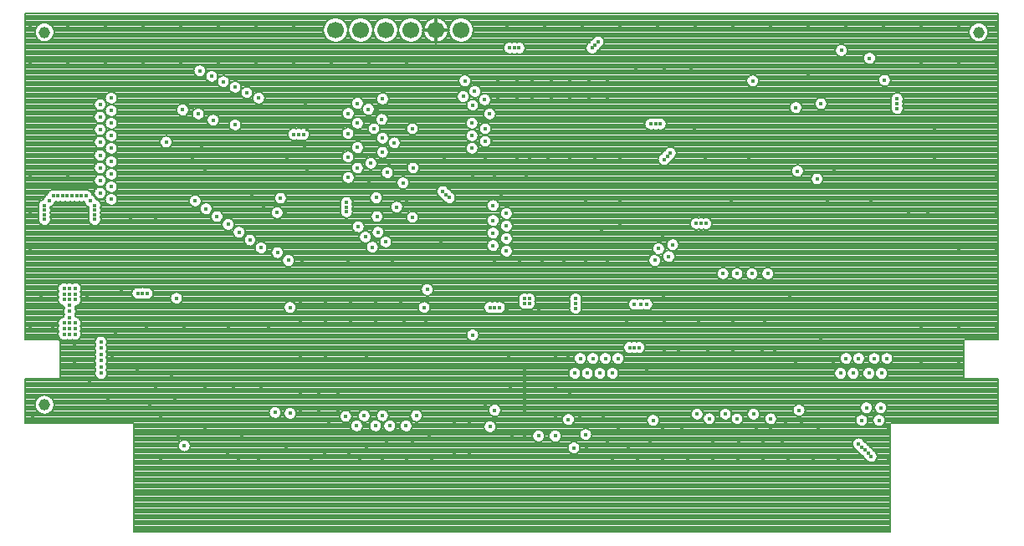
<source format=gbr>
G04 DipTrace 4.0.0.4*
G04 2 - Inner 1.gbr*
%MOIN*%
G04 #@! TF.FileFunction,Copper,L2,Inr*
G04 #@! TF.Part,Single*
%ADD22C,0.045354*%
%ADD27C,0.066929*%
G04 #@! TA.AperFunction,CopperBalancing*
%ADD15C,0.007874*%
%ADD16C,0.011811*%
G04 #@! TA.AperFunction,ViaPad*
%ADD38C,0.017717*%
%FSLAX26Y26*%
G04*
G70*
G90*
G75*
G01*
G04 Inner1_Plane*
%LPD*%
D38*
X2274950Y843701D3*
X724950Y1056202D3*
D3*
X2534325Y806201D3*
X1471825Y1506201D3*
X1440576Y1754245D3*
X1057067Y767310D3*
X1428075Y1537450D3*
X1426625Y1696825D3*
X1418701Y899951D3*
X2273253Y2090576D3*
X1478076Y896825D3*
X2253568Y2146785D3*
X2206202Y2124951D3*
X2214198Y2180327D3*
X2168642Y2159667D3*
X2174950Y2221827D3*
X1710091Y1836688D3*
X1981201Y887451D3*
X1746825Y1874950D3*
X1940576Y846827D3*
X1709325Y1918701D3*
X1874951Y846827D3*
X1746825Y1956201D3*
X1846825Y887450D3*
X1709327Y2012451D3*
X1818701Y846827D3*
X1746825Y2053076D3*
X1773921Y886421D3*
X1710486Y2092541D3*
X1743701Y846827D3*
X1746825Y2132675D3*
X1699950Y884327D3*
X1025556Y1355594D3*
X2012450Y1318701D3*
X1478042D3*
X3787451Y2312451D3*
X3674950Y2343701D3*
X2293465Y909325D3*
X2656201Y812451D3*
X2468465Y806437D3*
X3212451Y893701D3*
X3259325Y874951D3*
X3324950Y893701D3*
X3506201Y909325D3*
X3393701Y874951D3*
X2924951Y868702D3*
X3099950Y893701D3*
X3148640Y875262D3*
X3824950Y868699D3*
X3831201Y918701D3*
X3756201Y868702D3*
X3774950Y918701D3*
X2206201Y1209325D3*
X2024950Y1390576D3*
X3846825Y2224951D3*
X2706201Y2378076D3*
X2693701Y2365576D3*
X2353076Y2353076D3*
X2371825D3*
X2390575D3*
X2681201D3*
X1118701Y2262450D3*
X3543701Y2243701D3*
X1165576Y2240576D3*
X3321825Y2221825D3*
X1212450Y2218701D3*
X1259325Y2196825D3*
X1306201Y2174950D3*
X765576Y2153076D3*
X1353076D3*
X1846825Y2149951D3*
X3896825D3*
X3593701Y2131201D3*
X3896825Y2131202D3*
X721824Y2128076D3*
X1068701D3*
X1540576D3*
X3493701Y2115576D3*
X3896825Y2112450D3*
X1790576Y2109325D3*
X1824951D3*
X1049950Y2106201D3*
X765576Y2103076D3*
X1112451Y2090575D3*
X721824Y2078076D3*
X1843701Y2068701D3*
X1171825Y2065576D3*
X765576Y2053076D3*
X2203076D3*
X2915576Y2049950D3*
X2934325D3*
X2953076D3*
X1259325Y2046825D3*
X3078076Y2043701D3*
X1812450Y2031201D3*
X1965576D3*
X2256201D3*
X3090576D3*
X721825Y2028076D3*
X1546825D3*
X4046825D3*
X1084325Y2018701D3*
X3103076D3*
X1293701Y2015576D3*
X1399950D3*
X2074951D3*
X1493701Y2009325D3*
X1512451D3*
X1531201D3*
X765576Y2003076D3*
X2203076D3*
X1846825Y1993701D3*
X2256201Y1981202D3*
X721824Y1978076D3*
X984325D3*
X1893701Y1974950D3*
X765576Y1953075D3*
X2203076D3*
X3546825Y1946825D3*
X3646825D3*
X2946825Y1943701D3*
X1846825Y1937451D3*
X2993701Y1934325D3*
X721824Y1924950D3*
X2981201Y1921825D3*
X1090576Y1915576D3*
X2968701Y1909327D3*
X4046825Y1909325D3*
X3131201Y1906201D3*
X765576Y1899950D3*
X3009325D3*
X1799950Y1893701D3*
X1871825D3*
X721825Y1874950D3*
X1968701D3*
X3646825Y1871825D3*
X3499951Y1862451D3*
X3418701Y1859325D3*
X1865575Y1856201D3*
X765576Y1849950D3*
X3578076Y1831201D3*
X721825Y1824950D3*
X1928076Y1815576D3*
X765576Y1799950D3*
X1546273Y1781201D3*
X2087451D3*
X1140576Y1778076D3*
X721825Y1774950D3*
X3418701Y1774951D3*
X1324951Y1771825D3*
X2099951Y1768701D3*
X534325Y1763406D3*
X553076D3*
X571825D3*
X590576D3*
X609325D3*
X628076D3*
X646825D3*
X665576D3*
X1821825Y1756201D3*
X2112451D3*
X765576Y1749950D3*
X518701Y1744655D3*
X681201D3*
X1099951Y1743701D3*
X3237451Y1740576D3*
X1703076Y1737451D3*
X1943701D3*
X1837451Y1728076D3*
X499951Y1725906D3*
X699951D3*
X2287451Y1724950D3*
X1703076Y1718702D3*
X1903076Y1718701D3*
X1143702Y1712451D3*
X499951Y1707154D3*
X699951D3*
X1703076Y1699950D3*
X1373209Y1717640D3*
X2340576Y1693701D3*
X499951Y1688406D3*
X699951D3*
X1187451Y1681202D3*
X1824950Y1681201D3*
X1965576Y1678076D3*
X499951Y1669654D3*
X699951D3*
X2287451Y1665575D3*
X1771825Y1659325D3*
X1843701D3*
X3096825Y1653075D3*
X3115576D3*
X3134327D3*
X1231201Y1649950D3*
X2340576Y1643701D3*
X1749950Y1640576D3*
X3140576Y1621825D3*
X1274950Y1618701D3*
X1828075D3*
X2287451Y1615575D3*
X2078076Y1612451D3*
X2962451Y1606201D3*
X1778076Y1599950D3*
X2078076Y1593701D3*
X2340576D3*
X1318701Y1587450D3*
X1859165Y1580243D3*
X2078076Y1574950D3*
X3003076Y1568701D3*
X2287451Y1565576D3*
X1806201Y1559325D3*
X1362450Y1556201D3*
X3068563Y1556226D3*
X2946825Y1553076D3*
X2340576Y1543701D3*
X1524950Y1537451D3*
X1709325D3*
X1921825Y1534327D3*
X2987451Y1521825D3*
X843701Y1518701D3*
X1018701D3*
X2931201Y1506201D3*
X1524950Y1499950D3*
X1709325D3*
X1884325D3*
X3203076Y1453076D3*
X3259325D3*
X3318701D3*
X3381201D3*
X1084487Y1447394D3*
X1202756Y1446913D3*
X1301281Y1446782D3*
X1418701Y1446825D3*
X578075Y1393699D3*
X599950D3*
X621825D3*
X871825Y1374950D3*
X890576D3*
X909325D3*
X578075Y1371828D3*
X599950D3*
X621825D3*
X2966945Y1356169D3*
X3026356Y1355993D3*
X3144579D3*
X3361118D3*
X3242895Y1355819D3*
X3420457D3*
X2412451Y1353076D3*
X2431201D3*
X2615576D3*
X2470459Y1351280D3*
X578075Y1349953D3*
X599950D3*
X621825D3*
X2412450Y1334325D3*
X2431201D3*
X2615576D3*
X2470459Y1332529D3*
X2849950Y1331201D3*
X2874950D3*
X2899950D3*
X599950Y1328077D3*
X2274950Y1318701D3*
X2293701D3*
X2312450D3*
X2615576Y1315576D3*
X2470459Y1313780D3*
X2343701Y1312450D3*
X599950Y1303076D3*
Y1278076D3*
X2318701Y1271825D3*
X578075Y1256201D3*
X599950D3*
X621825D3*
X2390576Y1253076D3*
X578075Y1234327D3*
X599950D3*
X621825D3*
X578075Y1212450D3*
X599950D3*
X621825D3*
X2246825Y1199950D3*
X724950Y1181201D3*
X618699Y1168701D3*
X2831201Y1159325D3*
X2849951D3*
X2868701D3*
X724950Y1156201D3*
X3143913Y1152500D3*
X3360601Y1152438D3*
X3410403Y1152378D3*
X3243276Y1152075D3*
X2968701Y1149950D3*
X3024950D3*
X724950Y1131201D3*
X2349950Y1121825D3*
X2534325D3*
X2587451D3*
X2446825Y1115576D3*
X2634327D3*
X2684327D3*
X2734327D3*
X2784327D3*
X3693701D3*
X3743701D3*
X3806201D3*
X3856201D3*
X724950Y1106201D3*
X618701Y1093701D3*
X2315576Y1084325D3*
X724950Y1081201D3*
X2262451D3*
X768702Y1118699D3*
X868701Y1074950D3*
X2412451D3*
X2899950Y1068701D3*
X1301228Y1060854D3*
X1419606Y1059920D3*
X1084325Y1059325D3*
X1202597Y1059007D3*
X2612450Y1056201D3*
X2662450D3*
X2712451D3*
X2762451D3*
X3671825D3*
X3721825D3*
X3784325D3*
X3834325D3*
X2412451Y1049950D3*
X679091Y1026045D3*
X2412451Y1024950D3*
X618699Y1012451D3*
X453076Y1009325D3*
X2356201Y1003076D3*
X2534325D3*
X1140576Y999951D3*
X1253076Y999950D3*
X1362451D3*
X2412451D3*
X716592Y988545D3*
X874950Y968701D3*
X1006201Y1049951D3*
X2412451Y974951D3*
X754092Y951045D3*
X918701Y924950D3*
X1018701Y949951D3*
X2412451D3*
X618701Y943701D3*
X2412451Y924950D3*
X791592Y913545D3*
X962451Y881201D3*
X2412451Y899950D3*
X2359325Y896825D3*
X2534325Y887451D3*
X2631201D3*
X2724951D3*
X453076Y878076D3*
X829092Y876043D3*
X618701Y874950D3*
X962451Y818701D3*
X2412451Y874950D3*
X2831201D3*
X2884325D3*
X2587451Y871825D3*
X3453076Y862451D3*
X3515576D3*
X1631201Y856201D3*
X2193701Y793701D3*
X2412451Y849950D3*
X1140576Y837451D3*
X3337450D3*
X3393701D3*
X3581201D3*
X2787451Y831201D3*
X2962450D3*
X3040576D3*
X2412451Y824950D3*
X2874951Y815576D3*
X1287451Y812451D3*
X1033088Y806346D3*
X2362451Y799950D3*
X2412451D3*
X2193701Y856201D3*
X2578076Y790576D3*
X1861988Y781980D3*
X2743701Y781201D3*
X2912451D3*
X3162451D3*
X3265576D3*
X3362451D3*
X3440576D3*
X1966524Y780736D3*
X3743701Y774951D3*
X2287807Y766499D3*
X1782654Y766113D3*
X2824951Y765576D3*
X1462147Y765308D3*
X3756201Y762451D3*
X2609325Y759325D3*
X2659325D3*
X2084126Y750247D3*
X3768701Y749950D3*
X1412451Y746825D3*
X1230697Y742539D3*
X1711160Y739185D3*
X3781201Y737451D3*
X1616517Y732824D3*
X2131201Y731201D3*
X2193701D3*
X3793701Y724950D3*
X1271825Y715576D3*
X1353076Y712451D3*
X2043681Y711668D3*
X1941324Y711357D3*
X1844255Y707934D3*
X1757442Y706789D3*
X1562451Y706201D3*
X2762451D3*
X2862451D3*
X2962451D3*
X3062451D3*
X3162451D3*
X3262451D3*
X3362451D3*
X3462451D3*
X3562451D3*
X3662451D3*
X1462751Y705329D3*
X2262451Y704076D3*
X1159325Y703076D3*
X2565576D3*
X2659325D3*
X2362451Y702436D3*
X2462451D3*
X2162451Y701646D3*
X1071390Y698987D3*
X1664898Y698870D3*
X443701Y1243701D3*
Y1393701D3*
Y1543701D3*
Y1693701D3*
Y1843701D3*
Y1993701D3*
Y2143701D3*
Y2293701D3*
Y2443701D3*
X593701D3*
X743701D3*
X893701D3*
X1043701D3*
X1193701D3*
X1343701D3*
X1493701D3*
Y2293701D3*
X1343701D3*
X1193701D3*
X1043701D3*
X893701D3*
X743701D3*
X593701D3*
Y2143701D3*
Y1993701D3*
Y1843701D3*
X1643701Y2293701D3*
X1793701D3*
X1943701D3*
X4293701Y2443701D3*
X4143701D3*
X3993701D3*
X3843701D3*
X3693701D3*
X3543701D3*
X3393701D3*
X3243701D3*
X3093701D3*
X2943701D3*
X2793701D3*
X2643701D3*
X2493701D3*
X2343701D3*
X4293701Y2293701D3*
X4143701D3*
X3993701D3*
X4293701Y2143701D3*
X4143701D3*
Y1993701D3*
X4293701D3*
Y1843701D3*
Y1693701D3*
Y1543701D3*
X4143701D3*
X4293701Y1393701D3*
X4143701D3*
X4293701Y1243701D3*
X4143701D3*
X3993701Y1393701D3*
Y1243701D3*
Y1093701D3*
X4143701D3*
X3993701Y943701D3*
X4143701D3*
X4293701D3*
X3643701Y793701D3*
Y1093701D3*
X3493701D3*
X3593701Y1193701D3*
X3643701Y1293701D3*
X3743701Y1393701D3*
X3843701Y1493701D3*
X3943701Y1593701D3*
Y1693701D3*
X4018701D3*
X3231201Y843701D3*
X3193701Y918701D3*
X2593701Y981201D3*
X2131201Y793701D3*
Y856201D3*
X1993701Y1081201D3*
Y968701D3*
Y918701D3*
X2256201Y931201D3*
X1981201Y856201D3*
X2031201Y806201D3*
X1518701Y906201D3*
X1668701D3*
X1518701Y981201D3*
X1668701D3*
X1518701Y1056201D3*
X1718701D3*
X1518701Y1118701D3*
X1781201D3*
X1856201Y1206201D3*
X1518701D3*
Y1268701D3*
X1931201Y1256201D3*
X2018701D3*
X1393701Y1243701D3*
X1231201D3*
X1056201D3*
X906201D3*
X806201Y1381201D3*
X843701Y1668701D3*
X943701D3*
X1518701Y1343701D3*
X1618701D3*
X1718701D3*
X1818701D3*
X1918701D3*
X2006201D3*
X1518701Y1443701D3*
X1618701D3*
X1718701D3*
X1818701D3*
X1918701D3*
X1968701Y1493701D3*
X2043701Y1418701D3*
X1618701Y1268701D3*
X1718701D3*
X1818701D3*
X1718701Y1206201D3*
X1618701D3*
X2968701Y1256201D3*
X3106201D3*
X3243701D3*
X3368701D3*
X3468701Y1356201D3*
X2818701Y1256201D3*
X3406201Y1518701D3*
X3618701Y1743701D3*
X3793701D3*
X3306201Y1918701D3*
X2293701Y1506201D3*
X2393701D3*
X2481201D3*
X2568701D3*
X2656201D3*
X2743701D3*
X2456201Y1593701D3*
X2568701D3*
X2656201D3*
X2531201Y1681201D3*
X2656201D3*
X2793701Y1568701D3*
Y1643701D3*
Y1743701D3*
X2656201D3*
X2793701Y2018701D3*
Y1918701D3*
X2693701D3*
X2593701D3*
X2506201D3*
X2431201D3*
X2381201D3*
X2256201D3*
X1464550Y1916154D3*
X2093701Y1918701D3*
X2206201Y1843701D3*
X2293701D3*
X2318701Y1768701D3*
X2418701Y1843701D3*
X2306201Y2218701D3*
X2381201D3*
X2306201Y2156201D3*
X2381201D3*
X2306201Y2093701D3*
X2381201D3*
X2443701Y2218701D3*
Y2156201D3*
Y2093701D3*
X2518701D3*
Y2156201D3*
Y2218701D3*
X2593701D3*
Y2093701D3*
Y2156201D3*
X2668701Y2218701D3*
Y2093701D3*
Y2156201D3*
X2743701Y2218701D3*
Y2156201D3*
X2718701Y1631201D3*
X2731201Y1681201D3*
X1107860Y1829169D3*
X1138593Y1871287D3*
X1546801Y1872657D3*
X1464066Y1826772D3*
X1461068Y1535343D3*
X1460692Y1692415D3*
X1793701Y1818701D3*
X831201Y1012451D3*
X943701Y999950D3*
X787451Y1056201D3*
X862451Y818701D3*
Y699951D3*
X962451Y712451D3*
X3649950Y918701D3*
X781201Y1212451D3*
X674950Y1249950D3*
X531201Y1243701D3*
X668701Y1362451D3*
X487451D3*
X1618701Y1118701D3*
X1593701Y981201D3*
X1618701Y1056201D3*
X1593701Y906201D3*
X3862451Y837450D3*
X3862450Y706201D3*
X1124950Y1956201D3*
X1537451D3*
X2856201Y2268701D3*
X2968701D3*
X3074950D3*
X3395366Y2113583D3*
X424413Y2482021D2*
D15*
X4299999D1*
X424413Y2474278D2*
X1656498D1*
X1662149D2*
X1756500D1*
X1762150D2*
X1856501D1*
X1862152D2*
X1956503D1*
X1962146D2*
X2056505D1*
X2062147D2*
X2156498D1*
X2162149D2*
X4299999D1*
X424413Y2466535D2*
X1631931D1*
X1686724D2*
X1731932D1*
X1786726D2*
X1831926D1*
X1886720D2*
X1931927D1*
X1986721D2*
X2031929D1*
X2086723D2*
X2131931D1*
X2186724D2*
X4299999D1*
X424413Y2458793D2*
X1622596D1*
X1696059D2*
X1722589D1*
X1796061D2*
X1822591D1*
X1896062D2*
X1922592D1*
X1996056D2*
X2022594D1*
X2096058D2*
X2122596D1*
X2196059D2*
X4299999D1*
X424413Y2451050D2*
X483985D1*
X515918D2*
X1616628D1*
X1702018D2*
X1716630D1*
X1802020D2*
X1816632D1*
X1902022D2*
X1916633D1*
X2002023D2*
X2016635D1*
X2102017D2*
X2116628D1*
X2202018D2*
X4205865D1*
X4237790D2*
X4299999D1*
X424413Y2443307D2*
X472336D1*
X527568D2*
X1612707D1*
X1705940D2*
X1712708D1*
X1805942D2*
X1812710D1*
X1905943D2*
X1912711D1*
X2005945D2*
X2012705D1*
X2105946D2*
X2112707D1*
X2205940D2*
X4194208D1*
X4249439D2*
X4299999D1*
X424413Y2435564D2*
X466161D1*
X533742D2*
X1610323D1*
X2208332D2*
X4188033D1*
X4255614D2*
X4299999D1*
X424413Y2427822D2*
X462578D1*
X537325D2*
X1609254D1*
X2209400D2*
X4184450D1*
X4259197D2*
X4299999D1*
X424413Y2420079D2*
X460848D1*
X539056D2*
X1609408D1*
X2209239D2*
X4182719D1*
X4260935D2*
X4299999D1*
X424413Y2412336D2*
X460717D1*
X539186D2*
X1610808D1*
X2207847D2*
X4182589D1*
X4261058D2*
X4299999D1*
X424413Y2404593D2*
X462178D1*
X537725D2*
X1613560D1*
X1705094D2*
X1713562D1*
X1805088D2*
X1813563D1*
X1905090D2*
X1913557D1*
X2005091D2*
X2013559D1*
X2105093D2*
X2113560D1*
X2205094D2*
X4184050D1*
X4259597D2*
X4299999D1*
X424413Y2396850D2*
X465430D1*
X534473D2*
X1617943D1*
X1700704D2*
X1717945D1*
X1800705D2*
X1817946D1*
X1900707D2*
X1917948D1*
X2000708D2*
X2017942D1*
X2100710D2*
X2117943D1*
X2200704D2*
X2689263D1*
X2723134D2*
X4187302D1*
X4256345D2*
X4299999D1*
X424413Y2389108D2*
X471090D1*
X528813D2*
X1624587D1*
X1694068D2*
X1724589D1*
X1794061D2*
X1824590D1*
X1894063D2*
X1924584D1*
X1994064D2*
X2024586D1*
X2094066D2*
X2124587D1*
X2194068D2*
X2683242D1*
X2729162D2*
X4192970D1*
X4250685D2*
X4299999D1*
X424413Y2381365D2*
X481325D1*
X518579D2*
X1635352D1*
X1683302D2*
X1735346D1*
X1783304D2*
X1835348D1*
X1883305D2*
X1935349D1*
X1983299D2*
X2035351D1*
X2083301D2*
X2135352D1*
X2183302D2*
X2673838D1*
X2731531D2*
X4203204D1*
X4240450D2*
X4299999D1*
X424413Y2373622D2*
X2338462D1*
X2405190D2*
X2666587D1*
X2731346D2*
X4299999D1*
X424413Y2365879D2*
X2331088D1*
X2412556D2*
X2659213D1*
X2728539D2*
X3663150D1*
X3686755D2*
X4299999D1*
X424413Y2358136D2*
X2328050D1*
X2415601D2*
X2656175D1*
X2721673D2*
X3654045D1*
X3695859D2*
X4299999D1*
X424413Y2350394D2*
X2327674D1*
X2415978D2*
X2655799D1*
X2714053D2*
X3650324D1*
X3699581D2*
X4299999D1*
X424413Y2342651D2*
X2329827D1*
X2413825D2*
X2657952D1*
X2704448D2*
X3649424D1*
X3700481D2*
X4299999D1*
X424413Y2334908D2*
X2335463D1*
X2408189D2*
X2663588D1*
X2698820D2*
X3651016D1*
X3698889D2*
X3776223D1*
X3798675D2*
X4299999D1*
X424413Y2327165D2*
X3655729D1*
X3694175D2*
X3766742D1*
X3808156D2*
X4299999D1*
X424413Y2319423D2*
X3669286D1*
X3680619D2*
X3762905D1*
X3812001D2*
X4299999D1*
X424413Y2311680D2*
X3761913D1*
X3812993D2*
X4299999D1*
X424413Y2303937D2*
X3763413D1*
X3811493D2*
X4299999D1*
X424413Y2296194D2*
X3767980D1*
X3806918D2*
X4299999D1*
X424413Y2288451D2*
X3780560D1*
X3794338D2*
X4299999D1*
X424413Y2280709D2*
X1101180D1*
X1136220D2*
X4299999D1*
X424413Y2272966D2*
X1095490D1*
X1141910D2*
X4299999D1*
X424413Y2265223D2*
X1093306D1*
X1144094D2*
X1162389D1*
X1168769D2*
X4299999D1*
X424413Y2257480D2*
X1093652D1*
X1184463D2*
X4299999D1*
X424413Y2249738D2*
X1096659D1*
X1189369D2*
X4299999D1*
X424413Y2241995D2*
X1103956D1*
X1133444D2*
X1140066D1*
X1191084D2*
X1203258D1*
X1221642D2*
X2159789D1*
X2190107D2*
X3306674D1*
X3336984D2*
X3828073D1*
X3865581D2*
X4299999D1*
X424413Y2234252D2*
X1140843D1*
X1232507D2*
X2152738D1*
X2197159D2*
X3299615D1*
X3344035D2*
X3823091D1*
X3870564D2*
X4299999D1*
X424413Y2226509D2*
X1144411D1*
X1236736D2*
X2149847D1*
X2200058D2*
X3296724D1*
X3346927D2*
X3821322D1*
X3872325D2*
X4299999D1*
X424413Y2218766D2*
X1153061D1*
X1178097D2*
X1186903D1*
X1237998D2*
X1247057D1*
X1271593D2*
X2149586D1*
X2200311D2*
X3296462D1*
X3347188D2*
X3822060D1*
X3871594D2*
X4299999D1*
X424413Y2211024D2*
X1188117D1*
X1280405D2*
X2151877D1*
X2198020D2*
X3298754D1*
X3344896D2*
X3825559D1*
X3868088D2*
X4299999D1*
X424413Y2203281D2*
X1192285D1*
X1284019D2*
X2157752D1*
X2192145D2*
X2204119D1*
X2224279D2*
X3304628D1*
X3339022D2*
X3834056D1*
X3859599D2*
X4299999D1*
X424413Y2195538D2*
X1202904D1*
X1221996D2*
X1233808D1*
X1284842D2*
X1291648D1*
X1320752D2*
X2193869D1*
X2234530D2*
X4299999D1*
X424413Y2187795D2*
X1235477D1*
X1328157D2*
X2189801D1*
X2238597D2*
X4299999D1*
X424413Y2180052D2*
X1240321D1*
X1331217D2*
X2153792D1*
X2183487D2*
X2188648D1*
X2239751D2*
X4299999D1*
X424413Y2172310D2*
X749187D1*
X781958D2*
X1255039D1*
X1263611D2*
X1280791D1*
X1331609D2*
X1336693D1*
X1369464D2*
X1835394D1*
X1858261D2*
X2146564D1*
X2238413D2*
X3885391D1*
X3908258D2*
X4299999D1*
X424413Y2164567D2*
X742851D1*
X788302D2*
X1282929D1*
X1375800D2*
X1826043D1*
X1867604D2*
X2143580D1*
X2271593D2*
X3876048D1*
X3917600D2*
X4299999D1*
X424413Y2156824D2*
X740314D1*
X790840D2*
X1288542D1*
X1323858D2*
X1327812D1*
X1378346D2*
X1740560D1*
X1753092D2*
X1822245D1*
X1871402D2*
X2143257D1*
X2194029D2*
X2205611D1*
X2222788D2*
X2230140D1*
X2276991D2*
X3872249D1*
X3921407D2*
X4299999D1*
X424413Y2149081D2*
X707918D1*
X735729D2*
X740352D1*
X790801D2*
X1327850D1*
X1378300D2*
X1727488D1*
X1766164D2*
X1821291D1*
X1872363D2*
X2145464D1*
X2191815D2*
X2199844D1*
X2212553D2*
X2228126D1*
X2279013D2*
X3575782D1*
X3611621D2*
X3871288D1*
X3922360D2*
X4299999D1*
X424413Y2141339D2*
X700121D1*
X788171D2*
X1330480D1*
X1375670D2*
X1722843D1*
X1770808D2*
X1822822D1*
X1870833D2*
X2151200D1*
X2278513D2*
X3570322D1*
X3617081D2*
X3872818D1*
X3920830D2*
X4299999D1*
X424413Y2133596D2*
X696899D1*
X781651D2*
X1337001D1*
X1369149D2*
X1721290D1*
X1772362D2*
X1784866D1*
X1796284D2*
X1827443D1*
X1866204D2*
X2182212D1*
X2275314D2*
X3475927D1*
X3511473D2*
X3568269D1*
X3619134D2*
X3871388D1*
X3922260D2*
X4299999D1*
X424413Y2125853D2*
X696376D1*
X747279D2*
X755070D1*
X776083D2*
X1034097D1*
X1065807D2*
X1722236D1*
X1809802D2*
X1840338D1*
X1853316D2*
X2180666D1*
X2231738D2*
X2239545D1*
X2267587D2*
X3470382D1*
X3517018D2*
X3568731D1*
X3618665D2*
X3871857D1*
X3921791D2*
X4299999D1*
X424413Y2118110D2*
X698368D1*
X786041D2*
X1027454D1*
X1072451D2*
X1726011D1*
X1814515D2*
X2181612D1*
X2230792D2*
X3468283D1*
X3519124D2*
X3571891D1*
X3615512D2*
X3871927D1*
X3921722D2*
X4299999D1*
X424413Y2110367D2*
X703727D1*
X790032D2*
X1024755D1*
X1075150D2*
X1096782D1*
X1128123D2*
X1692508D1*
X1728463D2*
X1735285D1*
X1758367D2*
X1765051D1*
X1816107D2*
X2185403D1*
X2227002D2*
X2257584D1*
X2288925D2*
X3468706D1*
X3518702D2*
X3579527D1*
X3607876D2*
X3871365D1*
X3922291D2*
X4299999D1*
X424413Y2102625D2*
X717776D1*
X725871D2*
X740029D1*
X791124D2*
X1024655D1*
X1075242D2*
X1090031D1*
X1134874D2*
X1687079D1*
X1733891D2*
X1765950D1*
X1815200D2*
X2194700D1*
X2217705D2*
X2250833D1*
X2295676D2*
X3471805D1*
X3515595D2*
X3873311D1*
X3920346D2*
X4299999D1*
X424413Y2094882D2*
X702850D1*
X789732D2*
X1027138D1*
X1072766D2*
X1087278D1*
X1137627D2*
X1685042D1*
X1735929D2*
X1769672D1*
X1811478D2*
X2248080D1*
X2298429D2*
X3479310D1*
X3508090D2*
X3878586D1*
X3915063D2*
X4299999D1*
X424413Y2087139D2*
X697991D1*
X785318D2*
X1033352D1*
X1066545D2*
X1087139D1*
X1137765D2*
X1158859D1*
X1184786D2*
X1685534D1*
X1735437D2*
X1778792D1*
X1802366D2*
X1826382D1*
X1861021D2*
X2247942D1*
X2298567D2*
X4299999D1*
X424413Y2079396D2*
X696307D1*
X747340D2*
X757546D1*
X773607D2*
X1089569D1*
X1135335D2*
X1150493D1*
X1193160D2*
X1688710D1*
X1732261D2*
X1820576D1*
X1866827D2*
X2250371D1*
X2296138D2*
X4299999D1*
X424413Y2071654D2*
X697122D1*
X782735D2*
X1095690D1*
X1129215D2*
X1147033D1*
X1196620D2*
X1696391D1*
X1724579D2*
X1729664D1*
X1763988D2*
X1818323D1*
X1869072D2*
X2185911D1*
X2220235D2*
X2256492D1*
X2290017D2*
X2902861D1*
X2965790D2*
X4299999D1*
X424413Y2063911D2*
X700728D1*
X788633D2*
X1146333D1*
X1197320D2*
X1240613D1*
X1278037D2*
X1723774D1*
X1769878D2*
X1818615D1*
X1868788D2*
X2180020D1*
X2226133D2*
X2894334D1*
X2974318D2*
X4299999D1*
X424413Y2056168D2*
X709494D1*
X734153D2*
X740221D1*
X790932D2*
X1148132D1*
X1195521D2*
X1235608D1*
X1283050D2*
X1721467D1*
X1772185D2*
X1821553D1*
X1865843D2*
X2177721D1*
X2228432D2*
X2890820D1*
X2977832D2*
X4299999D1*
X424413Y2048425D2*
X706926D1*
X790686D2*
X1153177D1*
X1190477D2*
X1233824D1*
X1284826D2*
X1721713D1*
X1771939D2*
X1793871D1*
X1858707D2*
X1946999D1*
X1984153D2*
X2177967D1*
X2228186D2*
X2237622D1*
X2274784D2*
X2890074D1*
X2978578D2*
X4299999D1*
X424413Y2040682D2*
X699721D1*
X787802D2*
X1234546D1*
X1284104D2*
X1724596D1*
X1769055D2*
X1788788D1*
X1836115D2*
X1941908D1*
X1989243D2*
X2180851D1*
X2225302D2*
X2232540D1*
X2279867D2*
X2891827D1*
X2976825D2*
X4299999D1*
X424413Y2032940D2*
X696753D1*
X780774D2*
X1238037D1*
X1280620D2*
X1485454D1*
X1539448D2*
X1694630D1*
X1724026D2*
X1731624D1*
X1762027D2*
X1786958D1*
X1837938D2*
X1940086D1*
X1991066D2*
X2187871D1*
X2218274D2*
X2230709D1*
X2281689D2*
X2896794D1*
X2971857D2*
X4299999D1*
X424413Y2025197D2*
X696445D1*
X747209D2*
X753655D1*
X777498D2*
X1246481D1*
X1272170D2*
X1473904D1*
X1550997D2*
X1687310D1*
X1731346D2*
X1787635D1*
X1837261D2*
X1940763D1*
X1990389D2*
X2191155D1*
X2214998D2*
X2231386D1*
X2281012D2*
X2914065D1*
X2917089D2*
X2951566D1*
X2954583D2*
X4299999D1*
X424413Y2017454D2*
X698667D1*
X786526D2*
X1469521D1*
X1555380D2*
X1684288D1*
X1734368D2*
X1791064D1*
X1833839D2*
X1839039D1*
X1854616D2*
X1944192D1*
X1986959D2*
X2182127D1*
X2224026D2*
X2234816D1*
X2277583D2*
X4299999D1*
X424413Y2009711D2*
X704427D1*
X790224D2*
X1468153D1*
X1556749D2*
X1683927D1*
X1734729D2*
X1799353D1*
X1866504D2*
X1952481D1*
X1978670D2*
X2178429D1*
X2227724D2*
X2243105D1*
X2269294D2*
X4299999D1*
X424413Y2001969D2*
X714523D1*
X729124D2*
X740052D1*
X791101D2*
X977026D1*
X991627D2*
X1469268D1*
X1555634D2*
X1686103D1*
X1732553D2*
X1822699D1*
X1870956D2*
X2177552D1*
X2228601D2*
X2241921D1*
X2270478D2*
X4299999D1*
X424413Y1994226D2*
X702266D1*
X789494D2*
X964761D1*
X1003884D2*
X1473289D1*
X1551612D2*
X1691778D1*
X1726879D2*
X1821284D1*
X1872371D2*
X1877363D1*
X1910034D2*
X2179159D1*
X2226994D2*
X2234354D1*
X2278052D2*
X4299999D1*
X424413Y1986483D2*
X697745D1*
X784749D2*
X960248D1*
X1008405D2*
X1483347D1*
X1541555D2*
X1822353D1*
X1916401D2*
X2183904D1*
X2222249D2*
X2231217D1*
X2281182D2*
X4299999D1*
X424413Y1978740D2*
X696284D1*
X747363D2*
X760206D1*
X770947D2*
X958787D1*
X1009866D2*
X1735777D1*
X1757867D2*
X1826305D1*
X1918961D2*
X2197706D1*
X2208447D2*
X2230771D1*
X2281628D2*
X4299999D1*
X424413Y1970997D2*
X697306D1*
X783450D2*
X959809D1*
X1008844D2*
X1726180D1*
X1767471D2*
X1836147D1*
X1857500D2*
X1868466D1*
X1918931D2*
X2185203D1*
X2220950D2*
X2232847D1*
X2279551D2*
X4299999D1*
X424413Y1963255D2*
X701197D1*
X788940D2*
X963700D1*
X1004953D2*
X1722297D1*
X1771354D2*
X1871088D1*
X1916316D2*
X2179713D1*
X2226440D2*
X2238353D1*
X2274053D2*
X4299999D1*
X424413Y1955512D2*
X710832D1*
X732815D2*
X740144D1*
X791009D2*
X973335D1*
X995318D2*
X1721282D1*
X1772369D2*
X1829096D1*
X1864558D2*
X1877571D1*
X1909834D2*
X2177644D1*
X2228509D2*
X2980094D1*
X3007306D2*
X4299999D1*
X424413Y1947769D2*
X711417D1*
X732230D2*
X740598D1*
X790555D2*
X1722751D1*
X1770901D2*
X1823529D1*
X1870126D2*
X2178098D1*
X2228055D2*
X2972113D1*
X3015287D2*
X4299999D1*
X424413Y1940026D2*
X701389D1*
X787410D2*
X1695953D1*
X1722703D2*
X1727288D1*
X1766364D2*
X1821407D1*
X1872240D2*
X2181243D1*
X2224910D2*
X2963623D1*
X3018586D2*
X4299999D1*
X424413Y1932283D2*
X697383D1*
X746264D2*
X751333D1*
X779813D2*
X1687833D1*
X1730816D2*
X1739622D1*
X1754030D2*
X1821822D1*
X1871833D2*
X2188833D1*
X2217313D2*
X2957964D1*
X3019171D2*
X4299999D1*
X424413Y1924541D2*
X696276D1*
X747371D2*
X761867D1*
X769286D2*
X1684473D1*
X1734176D2*
X1824905D1*
X1868742D2*
X2948375D1*
X3017241D2*
X4299999D1*
X424413Y1916798D2*
X697652D1*
X784511D2*
X1683850D1*
X1734806D2*
X1790234D1*
X1809671D2*
X1832372D1*
X1861275D2*
X2944300D1*
X3011981D2*
X4299999D1*
X424413Y1909055D2*
X702051D1*
X789394D2*
X1685734D1*
X1732922D2*
X1779737D1*
X1820167D2*
X2943154D1*
X3003207D2*
X4299999D1*
X424413Y1901312D2*
X713654D1*
X729993D2*
X740060D1*
X791093D2*
X1690909D1*
X1727747D2*
X1775601D1*
X1824304D2*
X2944484D1*
X2995864D2*
X4299999D1*
X424413Y1893570D2*
X704711D1*
X790294D2*
X1729710D1*
X1763942D2*
X1774401D1*
X1825504D2*
X1951589D1*
X1985814D2*
X2948806D1*
X2988590D2*
X4299999D1*
X424413Y1885827D2*
X698790D1*
X786703D2*
X1723789D1*
X1769863D2*
X1775685D1*
X1824220D2*
X1945669D1*
X1991735D2*
X2960102D1*
X2977301D2*
X3490990D1*
X3508913D2*
X4299999D1*
X424413Y1878084D2*
X696476D1*
X747179D2*
X753163D1*
X777990D2*
X1721474D1*
X1772177D2*
X1779945D1*
X1819960D2*
X1853195D1*
X1877954D2*
X1943346D1*
X1994049D2*
X3479956D1*
X3519947D2*
X4299999D1*
X424413Y1870341D2*
X696707D1*
X780413D2*
X1721705D1*
X1771947D2*
X1790941D1*
X1808956D2*
X1844460D1*
X1886689D2*
X1943585D1*
X1993818D2*
X3475688D1*
X3524215D2*
X4299999D1*
X424413Y1862598D2*
X699575D1*
X787656D2*
X1724573D1*
X1769078D2*
X1840861D1*
X1890287D2*
X1946453D1*
X1990950D2*
X3474404D1*
X3525499D2*
X4299999D1*
X424413Y1854856D2*
X706564D1*
X790640D2*
X1692477D1*
X1762089D2*
X1840061D1*
X1891087D2*
X1953443D1*
X1983961D2*
X3475596D1*
X3524307D2*
X3569961D1*
X3586192D2*
X4299999D1*
X424413Y1847113D2*
X709986D1*
X733661D2*
X740191D1*
X790963D2*
X1686841D1*
X1733338D2*
X1841753D1*
X1889395D2*
X3479725D1*
X3520178D2*
X3558312D1*
X3597842D2*
X4299999D1*
X424413Y1839370D2*
X700905D1*
X788756D2*
X1684688D1*
X1735498D2*
X1846620D1*
X1884528D2*
X1920424D1*
X1935725D2*
X3490191D1*
X3509713D2*
X3553913D1*
X3602240D2*
X4299999D1*
X424413Y1831627D2*
X697191D1*
X783019D2*
X1685065D1*
X1735122D2*
X1861723D1*
X1869426D2*
X1908428D1*
X1947720D2*
X3552529D1*
X3603624D2*
X4299999D1*
X424413Y1823885D2*
X696299D1*
X747356D2*
X758430D1*
X772715D2*
X1688102D1*
X1732077D2*
X1903961D1*
X1952195D2*
X3553629D1*
X3602524D2*
X4299999D1*
X424413Y1816142D2*
X697891D1*
X785103D2*
X1695476D1*
X1724702D2*
X1902531D1*
X1953618D2*
X3557627D1*
X3598526D2*
X4299999D1*
X424413Y1808399D2*
X702620D1*
X789640D2*
X1903584D1*
X1952564D2*
X3567631D1*
X3588522D2*
X4299999D1*
X424413Y1800656D2*
X716238D1*
X727417D2*
X740037D1*
X791116D2*
X1907521D1*
X1948627D2*
X2071345D1*
X2103563D2*
X4299999D1*
X424413Y1792913D2*
X703989D1*
X790109D2*
X1917310D1*
X1938846D2*
X2064848D1*
X2110060D2*
X4299999D1*
X424413Y1785171D2*
X521725D1*
X678173D2*
X698483D1*
X786234D2*
X2062218D1*
X2119234D2*
X4299999D1*
X424413Y1777428D2*
X513128D1*
X686778D2*
X696399D1*
X747256D2*
X754493D1*
X776660D2*
X1431082D1*
X1450073D2*
X1808281D1*
X1835369D2*
X2062187D1*
X2125993D2*
X4299999D1*
X424413Y1769685D2*
X509583D1*
X690315D2*
X696837D1*
X781320D2*
X1420424D1*
X1460723D2*
X1800268D1*
X1843382D2*
X2064740D1*
X2134013D2*
X4299999D1*
X424413Y1761942D2*
X500179D1*
X788033D2*
X1082418D1*
X1117488D2*
X1416249D1*
X1464898D2*
X1698621D1*
X1707532D2*
X1796947D1*
X1846704D2*
X2071099D1*
X2137327D2*
X4299999D1*
X424413Y1754199D2*
X495066D1*
X736129D2*
X740390D1*
X790763D2*
X1076736D1*
X1123171D2*
X1415026D1*
X1466129D2*
X1684050D1*
X1722103D2*
X1796354D1*
X1847296D2*
X2079088D1*
X2137919D2*
X4299999D1*
X424413Y1746457D2*
X485346D1*
X714552D2*
X740275D1*
X790878D2*
X1074552D1*
X1125347D2*
X1416279D1*
X1464868D2*
X1679221D1*
X1726932D2*
X1798269D1*
X1845381D2*
X2088277D1*
X2136004D2*
X2274386D1*
X2300513D2*
X4299999D1*
X424413Y1738714D2*
X477972D1*
X543531D2*
X550399D1*
X555749D2*
X569146D1*
X574504D2*
X587901D1*
X593251D2*
X606648D1*
X612006D2*
X625402D1*
X630752D2*
X644149D1*
X649499D2*
X656375D1*
X721934D2*
X742720D1*
X788433D2*
X1074905D1*
X1124993D2*
X1420501D1*
X1460654D2*
X1677560D1*
X1728593D2*
X1803506D1*
X1840144D2*
X1887705D1*
X1918446D2*
X2094129D1*
X2130776D2*
X2266081D1*
X2308825D2*
X4299999D1*
X424413Y1730971D2*
X474927D1*
X540124D2*
X659774D1*
X724979D2*
X748880D1*
X782273D2*
X1077920D1*
X1121979D2*
X1126479D1*
X1160926D2*
X1431328D1*
X1449819D2*
X1678390D1*
X1727763D2*
X1880777D1*
X1925374D2*
X2262644D1*
X2312262D2*
X4299999D1*
X424413Y1723228D2*
X474542D1*
X531904D2*
X667994D1*
X725356D2*
X1085232D1*
X1114674D2*
X1120619D1*
X1166785D2*
X1677944D1*
X1728209D2*
X1877940D1*
X1928212D2*
X2261959D1*
X2312939D2*
X4299999D1*
X424413Y1715486D2*
X475842D1*
X524061D2*
X675845D1*
X724057D2*
X1118336D1*
X1169069D2*
X1409559D1*
X1443691D2*
X1677737D1*
X1728416D2*
X1877732D1*
X1928420D2*
X2263782D1*
X2311124D2*
X2328012D1*
X2353140D2*
X4299999D1*
X424413Y1707743D2*
X474404D1*
X525499D2*
X674407D1*
X725494D2*
X1118605D1*
X1168800D2*
X1403607D1*
X1449642D2*
X1678782D1*
X1727371D2*
X1880085D1*
X1926074D2*
X2268857D1*
X2306049D2*
X2319392D1*
X2361760D2*
X4299999D1*
X424413Y1700000D2*
X475458D1*
X524446D2*
X675453D1*
X724449D2*
X1121511D1*
X1165893D2*
X1170539D1*
X1204356D2*
X1401277D1*
X1451972D2*
X1677521D1*
X1728624D2*
X1808042D1*
X1841859D2*
X1886052D1*
X1920100D2*
X1953273D1*
X1977878D2*
X2315840D1*
X2365312D2*
X4299999D1*
X424413Y1692257D2*
X474704D1*
X525199D2*
X674699D1*
X725202D2*
X1128578D1*
X1158819D2*
X1164503D1*
X1210400D2*
X1401500D1*
X1451749D2*
X1678752D1*
X1727401D2*
X1802006D1*
X1847895D2*
X1944484D1*
X1986667D2*
X2315071D1*
X2366089D2*
X4299999D1*
X424413Y1684514D2*
X474712D1*
X525191D2*
X674707D1*
X725195D2*
X1162119D1*
X1212784D2*
X1404353D1*
X1448897D2*
X1682927D1*
X1723226D2*
X1799622D1*
X1850279D2*
X1940878D1*
X1990274D2*
X2270710D1*
X2304196D2*
X2316793D1*
X2364359D2*
X4299999D1*
X424413Y1676772D2*
X475442D1*
X524461D2*
X675445D1*
X724456D2*
X1162296D1*
X1212607D2*
X1411312D1*
X1441938D2*
X1693569D1*
X1712584D2*
X1799799D1*
X1850102D2*
X1940063D1*
X1991096D2*
X2264574D1*
X2310325D2*
X2321714D1*
X2359437D2*
X3088846D1*
X3142302D2*
X4299999D1*
X424413Y1669029D2*
X474412D1*
X525491D2*
X674407D1*
X725494D2*
X1165095D1*
X1209800D2*
X1214623D1*
X1247779D2*
X1802598D1*
X1847303D2*
X1941739D1*
X1989412D2*
X2262144D1*
X2312762D2*
X2337655D1*
X2343497D2*
X3077097D1*
X3154052D2*
X4299999D1*
X424413Y1661286D2*
X475857D1*
X524046D2*
X675860D1*
X724049D2*
X1171947D1*
X1202957D2*
X1208395D1*
X1254007D2*
X1735585D1*
X1764319D2*
X1809442D1*
X1840460D2*
X1946584D1*
X1984568D2*
X2262275D1*
X2312631D2*
X2322353D1*
X2358799D2*
X3072675D1*
X3158481D2*
X4299999D1*
X424413Y1653543D2*
X480356D1*
X519547D2*
X680359D1*
X719543D2*
X1205911D1*
X1256491D2*
X1728064D1*
X1771831D2*
X1961417D1*
X1969735D2*
X2265020D1*
X2309886D2*
X2317062D1*
X2364089D2*
X3071276D1*
X3159873D2*
X4299999D1*
X424413Y1645801D2*
X492513D1*
X507390D2*
X692508D1*
X707393D2*
X1206003D1*
X1256398D2*
X1724958D1*
X1774945D2*
X2271756D1*
X2303143D2*
X2315117D1*
X2366035D2*
X3072368D1*
X3158788D2*
X4299999D1*
X424413Y1638058D2*
X1208694D1*
X1253707D2*
X1258714D1*
X1291186D2*
X1724527D1*
X1775376D2*
X1811841D1*
X1844304D2*
X2276285D1*
X2298621D2*
X2315678D1*
X2365474D2*
X3076343D1*
X3154805D2*
X4299999D1*
X424413Y1630315D2*
X1215323D1*
X1247079D2*
X1252294D1*
X1297606D2*
X1726626D1*
X1773277D2*
X1805413D1*
X1850733D2*
X2266765D1*
X2308141D2*
X2318954D1*
X2362198D2*
X3086278D1*
X3144870D2*
X4299999D1*
X424413Y1622572D2*
X1249702D1*
X1300198D2*
X1732163D1*
X1788940D2*
X1802829D1*
X1853324D2*
X2262913D1*
X2311993D2*
X2326874D1*
X2354278D2*
X4299999D1*
X424413Y1614829D2*
X1249702D1*
X1300198D2*
X1757492D1*
X1798660D2*
X1802829D1*
X1853324D2*
X2261913D1*
X2312993D2*
X2326874D1*
X2354278D2*
X4299999D1*
X424413Y1607087D2*
X1252294D1*
X1297606D2*
X1302829D1*
X1334577D2*
X1753578D1*
X1850733D2*
X2263397D1*
X2311501D2*
X2318954D1*
X2362198D2*
X4299999D1*
X424413Y1599344D2*
X1258714D1*
X1291186D2*
X1296193D1*
X1341206D2*
X1752532D1*
X1803619D2*
X1811841D1*
X1875716D2*
X2267965D1*
X2306941D2*
X2315678D1*
X2365474D2*
X4299999D1*
X424413Y1591601D2*
X1293502D1*
X1343905D2*
X1753978D1*
X1802174D2*
X1836370D1*
X1881960D2*
X2280460D1*
X2294446D2*
X2315117D1*
X2366035D2*
X2992866D1*
X3013288D2*
X4299999D1*
X424413Y1583858D2*
X1293409D1*
X1343989D2*
X1758468D1*
X1797683D2*
X1802037D1*
X1810363D2*
X1833879D1*
X1884451D2*
X2269964D1*
X2304942D2*
X2317062D1*
X2364089D2*
X2982709D1*
X3023446D2*
X4299999D1*
X424413Y1576115D2*
X1295893D1*
X1341505D2*
X1346943D1*
X1377954D2*
X1770572D1*
X1825188D2*
X1833964D1*
X1884367D2*
X2264259D1*
X2310648D2*
X2322353D1*
X2358799D2*
X2936956D1*
X2956694D2*
X2978664D1*
X3027491D2*
X4299999D1*
X424413Y1568373D2*
X1302122D1*
X1335277D2*
X1340100D1*
X1384805D2*
X1782360D1*
X1830040D2*
X1836647D1*
X1881683D2*
X2262059D1*
X2312847D2*
X2337655D1*
X2343497D2*
X2926560D1*
X2967090D2*
X2977526D1*
X3028629D2*
X4299999D1*
X424413Y1560630D2*
X1337301D1*
X1387604D2*
X1418571D1*
X1437578D2*
X1780683D1*
X1831717D2*
X1843260D1*
X1875070D2*
X2262398D1*
X2312501D2*
X2321714D1*
X2359437D2*
X2922454D1*
X2971196D2*
X2978879D1*
X3027275D2*
X4299999D1*
X424413Y1552887D2*
X1337124D1*
X1387781D2*
X1407921D1*
X1448228D2*
X1781498D1*
X1830902D2*
X2265397D1*
X2309502D2*
X2316793D1*
X2364359D2*
X2921278D1*
X2972373D2*
X2983232D1*
X3022923D2*
X4299999D1*
X424413Y1545144D2*
X1339508D1*
X1385397D2*
X1403746D1*
X1452403D2*
X1785112D1*
X1827288D2*
X2272671D1*
X2302228D2*
X2315071D1*
X2366089D2*
X2922577D1*
X2971073D2*
X2978326D1*
X3011504D2*
X4299999D1*
X424413Y1537402D2*
X1345544D1*
X1379361D2*
X1402523D1*
X1453626D2*
X1793901D1*
X1818506D2*
X2315840D1*
X2365312D2*
X2926868D1*
X3007490D2*
X4299999D1*
X424413Y1529659D2*
X1403784D1*
X1452372D2*
X1463101D1*
X1480546D2*
X2319392D1*
X2361760D2*
X2922477D1*
X2955671D2*
X2963170D1*
X3011727D2*
X4299999D1*
X424413Y1521916D2*
X1408006D1*
X1491750D2*
X2328012D1*
X2353140D2*
X2911274D1*
X2951127D2*
X2961901D1*
X3013004D2*
X4299999D1*
X424413Y1514173D2*
X1418832D1*
X1437316D2*
X1447591D1*
X1496056D2*
X2906967D1*
X2955433D2*
X2963116D1*
X3011789D2*
X4299999D1*
X424413Y1506430D2*
X1446276D1*
X1497379D2*
X2905653D1*
X2956748D2*
X2967268D1*
X3007636D2*
X4299999D1*
X424413Y1498688D2*
X1447445D1*
X1496210D2*
X2906814D1*
X2955586D2*
X2977841D1*
X2997063D2*
X4299999D1*
X424413Y1490945D2*
X1451528D1*
X1492119D2*
X2910904D1*
X2951496D2*
X4299999D1*
X424413Y1483202D2*
X1461855D1*
X1481792D2*
X2921231D1*
X2941169D2*
X4299999D1*
X424413Y1475459D2*
X3191693D1*
X3214460D2*
X3247942D1*
X3270709D2*
X3307320D1*
X3330079D2*
X3369820D1*
X3392579D2*
X4299999D1*
X424413Y1467717D2*
X3182320D1*
X3223834D2*
X3238568D1*
X3280082D2*
X3297938D1*
X3339460D2*
X3360438D1*
X3401960D2*
X4299999D1*
X424413Y1459974D2*
X3178506D1*
X3227647D2*
X3234754D1*
X3283896D2*
X3294132D1*
X3343274D2*
X3356632D1*
X3405774D2*
X4299999D1*
X424413Y1452231D2*
X3177537D1*
X3228616D2*
X3233785D1*
X3284865D2*
X3293163D1*
X3344235D2*
X3355663D1*
X3406735D2*
X4299999D1*
X424413Y1444488D2*
X3179059D1*
X3227094D2*
X3235308D1*
X3283342D2*
X3294686D1*
X3342713D2*
X3357186D1*
X3405213D2*
X4299999D1*
X424413Y1436745D2*
X3183673D1*
X3222480D2*
X3239921D1*
X3278729D2*
X3299299D1*
X3338107D2*
X3361799D1*
X3400607D2*
X4299999D1*
X424413Y1429003D2*
X3196484D1*
X3209670D2*
X3252732D1*
X3265918D2*
X3312110D1*
X3325296D2*
X3374610D1*
X3387796D2*
X4299999D1*
X424413Y1421260D2*
X4299999D1*
X424413Y1413517D2*
X562441D1*
X637465D2*
X2014835D1*
X2035065D2*
X4299999D1*
X424413Y1405774D2*
X555666D1*
X644232D2*
X2004608D1*
X2045292D2*
X4299999D1*
X424413Y1398031D2*
X552906D1*
X646993D2*
X862069D1*
X919084D2*
X2000548D1*
X2049352D2*
X4299999D1*
X424413Y1390289D2*
X552760D1*
X647139D2*
X851596D1*
X929558D2*
X1999403D1*
X2050498D2*
X4299999D1*
X424413Y1382546D2*
X554967D1*
X644940D2*
X847466D1*
X933679D2*
X2000740D1*
X2049160D2*
X4299999D1*
X424413Y1374803D2*
X552706D1*
X647200D2*
X846274D1*
X934879D2*
X1009137D1*
X1041970D2*
X2005070D1*
X2044830D2*
X2399785D1*
X2443868D2*
X2602910D1*
X2628246D2*
X4299999D1*
X424413Y1367060D2*
X552990D1*
X646916D2*
X847566D1*
X933587D2*
X1002817D1*
X1048291D2*
X2016404D1*
X2033496D2*
X2391227D1*
X2452426D2*
X2594352D1*
X2636804D2*
X4299999D1*
X424413Y1359318D2*
X554359D1*
X645539D2*
X851834D1*
X929319D2*
X1000287D1*
X1050828D2*
X2387698D1*
X2455955D2*
X2590823D1*
X2640326D2*
X4299999D1*
X424413Y1351575D2*
X552575D1*
X647323D2*
X862861D1*
X918285D2*
X1000333D1*
X1050782D2*
X2386944D1*
X2456709D2*
X2590069D1*
X2641079D2*
X2835086D1*
X2914817D2*
X4299999D1*
X424413Y1343832D2*
X553290D1*
X646608D2*
X1002978D1*
X1048137D2*
X2388690D1*
X2454964D2*
X2591815D1*
X2639334D2*
X2827866D1*
X2922037D2*
X4299999D1*
X424413Y1336089D2*
X556766D1*
X643133D2*
X1009514D1*
X1041601D2*
X1459625D1*
X1496464D2*
X1994028D1*
X2030866D2*
X2256531D1*
X2330871D2*
X2386959D1*
X2456686D2*
X2590084D1*
X2641064D2*
X2824890D1*
X2925013D2*
X4299999D1*
X424413Y1328346D2*
X565186D1*
X634713D2*
X1454450D1*
X1501639D2*
X1988853D1*
X2036049D2*
X2251356D1*
X2336046D2*
X2387628D1*
X2456017D2*
X2590761D1*
X2640395D2*
X2824567D1*
X2925336D2*
X4299999D1*
X424413Y1320604D2*
X575551D1*
X624347D2*
X1452566D1*
X1503523D2*
X1986969D1*
X2037925D2*
X2249472D1*
X2337930D2*
X2391050D1*
X2452603D2*
X2590538D1*
X2640610D2*
X2826782D1*
X2923121D2*
X4299999D1*
X424413Y1312861D2*
X576413D1*
X623486D2*
X1453189D1*
X1502892D2*
X1987599D1*
X2037302D2*
X2250095D1*
X2337299D2*
X2399316D1*
X2444337D2*
X2590177D1*
X2640979D2*
X2832526D1*
X2917377D2*
X4299999D1*
X424413Y1305118D2*
X574482D1*
X625416D2*
X1456549D1*
X1499539D2*
X1990959D1*
X2033942D2*
X2253455D1*
X2333947D2*
X2592345D1*
X2638811D2*
X4299999D1*
X424413Y1297375D2*
X575067D1*
X624839D2*
X1464669D1*
X1491419D2*
X1999072D1*
X2025830D2*
X2261575D1*
X2325827D2*
X2597997D1*
X2633159D2*
X4299999D1*
X424413Y1289633D2*
X577258D1*
X622640D2*
X4299999D1*
X424413Y1281890D2*
X574698D1*
X625208D2*
X4299999D1*
X424413Y1274147D2*
X560226D1*
X639680D2*
X4299999D1*
X424413Y1266404D2*
X554721D1*
X645178D2*
X4299999D1*
X424413Y1258661D2*
X552644D1*
X647254D2*
X4299999D1*
X424413Y1250919D2*
X553090D1*
X646808D2*
X4299999D1*
X424413Y1243176D2*
X554159D1*
X645739D2*
X4299999D1*
X424413Y1235433D2*
X552552D1*
X647354D2*
X4299999D1*
X424413Y1227690D2*
X553429D1*
X646470D2*
X2188802D1*
X2223603D2*
X4299999D1*
X424413Y1219948D2*
X553682D1*
X646216D2*
X2183042D1*
X2229355D2*
X4299999D1*
X424413Y1212205D2*
X552521D1*
X647377D2*
X2180820D1*
X2231584D2*
X4299999D1*
X424413Y1204462D2*
X553844D1*
X646055D2*
X715669D1*
X734230D2*
X2181135D1*
X2231269D2*
X4299999D1*
X424413Y1196719D2*
X558165D1*
X641741D2*
X704865D1*
X745033D2*
X2184096D1*
X2228301D2*
X4299999D1*
X562201Y1188976D2*
X569400D1*
X586753D2*
X591276D1*
X608622D2*
X613153D1*
X630499D2*
X700651D1*
X749247D2*
X2191301D1*
X2221104D2*
X4162204D1*
X562209Y1181234D2*
X699398D1*
X750501D2*
X2818869D1*
X2881029D2*
X4162204D1*
X562209Y1173491D2*
X700628D1*
X749270D2*
X2810103D1*
X2889803D2*
X4162204D1*
X562209Y1165748D2*
X701313D1*
X748586D2*
X2806497D1*
X2893402D2*
X4162204D1*
X562209Y1158005D2*
X699467D1*
X750439D2*
X2805682D1*
X2894217D2*
X4162204D1*
X562209Y1150262D2*
X700121D1*
X749778D2*
X2807366D1*
X2892533D2*
X4162204D1*
X562209Y1142520D2*
X702135D1*
X747763D2*
X2812225D1*
X2887673D2*
X4162204D1*
X562209Y1134777D2*
X699659D1*
X750239D2*
X2617897D1*
X2650753D2*
X2667902D1*
X2700750D2*
X2717899D1*
X2750754D2*
X2767903D1*
X2800751D2*
X2827158D1*
X2835246D2*
X2845905D1*
X2853993D2*
X2864652D1*
X2872748D2*
X3677275D1*
X3710131D2*
X3727272D1*
X3760128D2*
X3789772D1*
X3822628D2*
X3839777D1*
X3872625D2*
X4162204D1*
X562209Y1127034D2*
X699752D1*
X750147D2*
X2611584D1*
X2657066D2*
X2661589D1*
X2707070D2*
X2711586D1*
X2757067D2*
X2761583D1*
X2807064D2*
X3670962D1*
X3716444D2*
X3720959D1*
X3766441D2*
X3783459D1*
X3828941D2*
X3833456D1*
X3878945D2*
X4162204D1*
X562209Y1119291D2*
X702451D1*
X747448D2*
X2609054D1*
X2809594D2*
X3668432D1*
X3768971D2*
X3780929D1*
X3881475D2*
X4162204D1*
X562209Y1111549D2*
X699982D1*
X749916D2*
X2609108D1*
X2809548D2*
X3668479D1*
X3768925D2*
X3780975D1*
X3881421D2*
X4162204D1*
X562209Y1103806D2*
X699513D1*
X750385D2*
X2611753D1*
X2656904D2*
X2661750D1*
X2706901D2*
X2711755D1*
X2756898D2*
X2761752D1*
X2806903D2*
X3671124D1*
X3716275D2*
X3721128D1*
X3766279D2*
X3783628D1*
X3828779D2*
X3833625D1*
X3878776D2*
X4162204D1*
X562209Y1096063D2*
X701566D1*
X748332D2*
X2618289D1*
X2650361D2*
X2668294D1*
X2700365D2*
X2718291D1*
X2750362D2*
X2768296D1*
X2800359D2*
X3677667D1*
X3709739D2*
X3727664D1*
X3759736D2*
X3790164D1*
X3822236D2*
X3840169D1*
X3872233D2*
X4162204D1*
X562209Y1088320D2*
X700444D1*
X749455D2*
X4162204D1*
X562209Y1080577D2*
X699406D1*
X750493D2*
X2607301D1*
X2617596D2*
X2657298D1*
X2667600D2*
X2707303D1*
X2717597D2*
X2757300D1*
X2767602D2*
X3666679D1*
X3676974D2*
X3716676D1*
X3726971D2*
X3779176D1*
X3789471D2*
X3829173D1*
X3839475D2*
X4162204D1*
X562209Y1072835D2*
X700851D1*
X749047D2*
X2593314D1*
X2631583D2*
X2643319D1*
X2681580D2*
X2693316D1*
X2731584D2*
X2743320D1*
X2781581D2*
X3652692D1*
X3690961D2*
X3702689D1*
X3740958D2*
X3765189D1*
X3803458D2*
X3815194D1*
X3853455D2*
X4162204D1*
X562209Y1065092D2*
X701051D1*
X748847D2*
X2588547D1*
X2786349D2*
X3647925D1*
X3745725D2*
X3760429D1*
X3858222D2*
X4162204D1*
X562209Y1057349D2*
X699429D1*
X750478D2*
X2586924D1*
X2787979D2*
X3646302D1*
X3747348D2*
X3758799D1*
X3859853D2*
X4162204D1*
X562209Y1049606D2*
X700290D1*
X749609D2*
X2587793D1*
X2787110D2*
X3647171D1*
X3746479D2*
X3759668D1*
X3858984D2*
X4162204D1*
X562209Y1041864D2*
X703973D1*
X745925D2*
X2591469D1*
X2633428D2*
X2641473D1*
X2683425D2*
X2691470D1*
X2733430D2*
X2741475D1*
X2783427D2*
X3650847D1*
X3692807D2*
X3700844D1*
X3742803D2*
X3763344D1*
X3805303D2*
X3813348D1*
X3855300D2*
X4162204D1*
X562201Y1034121D2*
X712954D1*
X736944D2*
X2600450D1*
X2624447D2*
X2650447D1*
X2674452D2*
X2700451D1*
X2724449D2*
X2750448D1*
X2774453D2*
X3659828D1*
X3683825D2*
X3709825D1*
X3733822D2*
X3772325D1*
X3796322D2*
X3822329D1*
X3846327D2*
X4162204D1*
X424413Y1026378D2*
X4299999D1*
X424413Y1018635D2*
X4299999D1*
X424413Y1010892D2*
X4299999D1*
X424413Y1003150D2*
X4299999D1*
X424413Y995407D2*
X4299999D1*
X424413Y987664D2*
X4299999D1*
X424413Y979921D2*
X4299999D1*
X424413Y972178D2*
X4299999D1*
X424413Y964436D2*
X479564D1*
X520332D2*
X4299999D1*
X424413Y956693D2*
X470198D1*
X529697D2*
X4299999D1*
X424413Y948950D2*
X464908D1*
X534996D2*
X4299999D1*
X424413Y941207D2*
X461901D1*
X538002D2*
X3763836D1*
X3786064D2*
X3820084D1*
X3842321D2*
X4299999D1*
X424413Y933465D2*
X460648D1*
X539256D2*
X2287150D1*
X2299782D2*
X3499887D1*
X3512512D2*
X3754278D1*
X3795622D2*
X3810534D1*
X3851871D2*
X4299999D1*
X424413Y925722D2*
X460971D1*
X538933D2*
X2274116D1*
X2312808D2*
X3486853D1*
X3525545D2*
X3750418D1*
X3799482D2*
X3806666D1*
X3855739D2*
X4299999D1*
X424413Y917979D2*
X462916D1*
X536987D2*
X1400939D1*
X1436463D2*
X1464415D1*
X1491742D2*
X2269472D1*
X2317453D2*
X3094283D1*
X3105616D2*
X3206787D1*
X3218120D2*
X3319284D1*
X3330617D2*
X3482209D1*
X3530190D2*
X3749410D1*
X3800490D2*
X3805659D1*
X3856738D2*
X4299999D1*
X424413Y910236D2*
X466776D1*
X533127D2*
X1395387D1*
X1442014D2*
X1456472D1*
X1499686D2*
X1766342D1*
X1781497D2*
X1836340D1*
X1857307D2*
X1970713D1*
X1991688D2*
X2267926D1*
X2318998D2*
X3080726D1*
X3119172D2*
X3193231D1*
X3231677D2*
X3305728D1*
X3344174D2*
X3480663D1*
X3531735D2*
X3750894D1*
X3799013D2*
X3807143D1*
X3855262D2*
X4299999D1*
X424413Y902493D2*
X473381D1*
X526514D2*
X1393280D1*
X1444121D2*
X1453181D1*
X1502969D2*
X1682335D1*
X1717567D2*
X1754293D1*
X1793546D2*
X1826366D1*
X1867281D2*
X1960740D1*
X2001662D2*
X2268872D1*
X2318053D2*
X3076013D1*
X3123886D2*
X3188517D1*
X3236390D2*
X3301014D1*
X3348887D2*
X3481609D1*
X3530789D2*
X3755439D1*
X3794461D2*
X3811687D1*
X3850710D2*
X4299999D1*
X424413Y894751D2*
X486515D1*
X513388D2*
X1393703D1*
X1443698D2*
X1452612D1*
X1503538D2*
X1676699D1*
X1723203D2*
X1749810D1*
X1798029D2*
X1822376D1*
X1871279D2*
X1956749D1*
X2005653D2*
X2272655D1*
X2314269D2*
X2577297D1*
X2597603D2*
X3074421D1*
X3125478D2*
X3132576D1*
X3164709D2*
X3186926D1*
X3237982D2*
X3243666D1*
X3274984D2*
X3299423D1*
X3350479D2*
X3378040D1*
X3409365D2*
X3485392D1*
X3527006D2*
X3767865D1*
X3782035D2*
X3824121D1*
X3838284D2*
X4299999D1*
X424413Y887008D2*
X1396802D1*
X1440600D2*
X1454558D1*
X1501600D2*
X1674546D1*
X1725356D2*
X1748380D1*
X1799467D2*
X1821276D1*
X1872371D2*
X1955657D1*
X2006744D2*
X2281944D1*
X2304980D2*
X2567101D1*
X2607799D2*
X2907483D1*
X2942414D2*
X3075321D1*
X3171230D2*
X3187825D1*
X3281743D2*
X3300322D1*
X3349579D2*
X3371281D1*
X3416116D2*
X3494681D1*
X3517717D2*
X3738737D1*
X3773669D2*
X3807489D1*
X3842413D2*
X4299999D1*
X424413Y879265D2*
X1404299D1*
X1433102D2*
X1459825D1*
X1496325D2*
X1674922D1*
X1724979D2*
X1749426D1*
X1798414D2*
X1822668D1*
X1870987D2*
X1957041D1*
X2005360D2*
X2563041D1*
X2611859D2*
X2901769D1*
X2948135D2*
X3079042D1*
X3173867D2*
X3191539D1*
X3284496D2*
X3304044D1*
X3345858D2*
X3368528D1*
X3418877D2*
X3733016D1*
X3779390D2*
X3801768D1*
X3848134D2*
X4299999D1*
X424413Y871522D2*
X1677967D1*
X1721934D2*
X1741075D1*
X1746325D2*
X1753355D1*
X1794492D2*
X1816078D1*
X1821328D2*
X1827074D1*
X1866573D2*
X1872326D1*
X1877577D2*
X1937948D1*
X1943199D2*
X1961455D1*
X2000947D2*
X2561903D1*
X2612998D2*
X2899562D1*
X2950342D2*
X3088147D1*
X3111752D2*
X3123372D1*
X3173906D2*
X3200651D1*
X3224256D2*
X3234016D1*
X3284642D2*
X3313148D1*
X3336753D2*
X3368389D1*
X3419015D2*
X3730809D1*
X3781589D2*
X3799561D1*
X3850341D2*
X4299999D1*
X424413Y863780D2*
X1685342D1*
X1714560D2*
X1724865D1*
X1784742D2*
X1799861D1*
X1893794D2*
X1921739D1*
X1959416D2*
X1973143D1*
X1989259D2*
X2259668D1*
X2290232D2*
X2563240D1*
X2611660D2*
X2899893D1*
X2950012D2*
X3125910D1*
X3171368D2*
X3236438D1*
X3282212D2*
X3370812D1*
X3416585D2*
X3731140D1*
X3781258D2*
X3799892D1*
X3850010D2*
X4299999D1*
X857476Y856037D2*
X1719929D1*
X1767479D2*
X1794924D1*
X1842474D2*
X1851180D1*
X1898723D2*
X1916802D1*
X1964352D2*
X2252694D1*
X2297206D2*
X2567585D1*
X2607315D2*
X2902884D1*
X2947020D2*
X3132246D1*
X3165040D2*
X3242551D1*
X3276099D2*
X3376932D1*
X3410472D2*
X3734131D1*
X3778267D2*
X3802883D1*
X3847019D2*
X3866928D1*
X857484Y848294D2*
X1718191D1*
X1769209D2*
X1793194D1*
X1844212D2*
X1849443D1*
X1900461D2*
X1915072D1*
X1966083D2*
X2249825D1*
X2300075D2*
X2578950D1*
X2595950D2*
X2910135D1*
X2939769D2*
X3741390D1*
X3771016D2*
X3810134D1*
X3839768D2*
X3866928D1*
X857484Y840551D2*
X1718960D1*
X1768440D2*
X1793955D1*
X1843443D2*
X1850211D1*
X1899692D2*
X1915833D1*
X1965321D2*
X2249602D1*
X2300298D2*
X3866928D1*
X857484Y832808D2*
X1722497D1*
X1764903D2*
X1797500D1*
X1839898D2*
X1853749D1*
X1896154D2*
X1919378D1*
X1961776D2*
X2251925D1*
X2297975D2*
X2641312D1*
X2671091D2*
X3866928D1*
X857484Y825066D2*
X1731094D1*
X1756306D2*
X1806097D1*
X1831309D2*
X1862345D1*
X1887558D2*
X1927967D1*
X1953180D2*
X2257853D1*
X2292047D2*
X2451359D1*
X2485568D2*
X2517496D1*
X2551159D2*
X2634107D1*
X2678296D2*
X3866928D1*
X857484Y817323D2*
X2445438D1*
X2491496D2*
X2511413D1*
X2557241D2*
X2631131D1*
X2681265D2*
X3866928D1*
X857484Y809580D2*
X2443116D1*
X2493818D2*
X2509007D1*
X2559648D2*
X2630816D1*
X2681588D2*
X3866928D1*
X857484Y801837D2*
X2443346D1*
X2493588D2*
X2509160D1*
X2559486D2*
X2633038D1*
X2679365D2*
X3866928D1*
X857484Y794094D2*
X2446207D1*
X2490720D2*
X2511936D1*
X2556718D2*
X2638790D1*
X2673606D2*
X3727203D1*
X3760197D2*
X3866928D1*
X857484Y786352D2*
X1040449D1*
X1073689D2*
X2453189D1*
X2483738D2*
X2518734D1*
X2549921D2*
X3720928D1*
X3766472D2*
X3866928D1*
X857484Y778609D2*
X1034244D1*
X1079887D2*
X2592999D1*
X2625647D2*
X3718422D1*
X3775753D2*
X3866928D1*
X857484Y770866D2*
X1031775D1*
X1082363D2*
X2586624D1*
X2632021D2*
X3718491D1*
X3782743D2*
X3866928D1*
X857484Y763123D2*
X1031875D1*
X1082263D2*
X2584064D1*
X2634582D2*
X3721159D1*
X3790455D2*
X3866928D1*
X857484Y755381D2*
X1034582D1*
X1079556D2*
X2584094D1*
X2634559D2*
X3727741D1*
X3799067D2*
X3866928D1*
X857484Y747638D2*
X1041241D1*
X1072897D2*
X2586709D1*
X2631944D2*
X3735569D1*
X3804558D2*
X3866928D1*
X857484Y739895D2*
X2593183D1*
X2625462D2*
X3745196D1*
X3814231D2*
X3866928D1*
X857484Y732152D2*
X3750694D1*
X3818183D2*
X3866928D1*
X857484Y724409D2*
X3759360D1*
X3819244D2*
X3866928D1*
X857484Y716667D2*
X3766950D1*
X3817822D2*
X3866928D1*
X857484Y708924D2*
X3774032D1*
X3813370D2*
X3866928D1*
X857484Y701181D2*
X3785966D1*
X3801436D2*
X3866928D1*
X857484Y693438D2*
X3866928D1*
X857484Y685696D2*
X3866928D1*
X857484Y677953D2*
X3866928D1*
X857484Y670210D2*
X3866928D1*
X857484Y662467D2*
X3866928D1*
X857484Y654724D2*
X3866928D1*
X857484Y646982D2*
X3866928D1*
X857484Y639239D2*
X3866928D1*
X857484Y631496D2*
X3866928D1*
X857484Y623753D2*
X3866928D1*
X857484Y616010D2*
X3866928D1*
X857484Y608268D2*
X3866928D1*
X857484Y600525D2*
X3866928D1*
X857484Y592782D2*
X3866928D1*
X857484Y585039D2*
X3866928D1*
X857484Y577297D2*
X3866928D1*
X857484Y569554D2*
X3866928D1*
X857484Y561811D2*
X3866928D1*
X857484Y554068D2*
X3866928D1*
X857484Y546325D2*
X3866928D1*
X857484Y538583D2*
X3866928D1*
X857484Y530840D2*
X3866928D1*
X857484Y523097D2*
X3866928D1*
X857484Y515354D2*
X3866928D1*
X857484Y507612D2*
X3866928D1*
X857484Y499869D2*
X3866928D1*
X857484Y492126D2*
X3866928D1*
X857484Y484383D2*
X3866928D1*
X857484Y476640D2*
X3866928D1*
X857484Y468898D2*
X3866928D1*
X857484Y461155D2*
X3866928D1*
X857484Y453412D2*
X3866928D1*
X857484Y445669D2*
X3866928D1*
X857484Y437927D2*
X3866928D1*
X857484Y430184D2*
X3866928D1*
X538333Y2411647D2*
X537739Y2407784D1*
X536757Y2404001D1*
X535397Y2400337D1*
X533673Y2396830D1*
X531603Y2393514D1*
X529209Y2390425D1*
X526514Y2387594D1*
X523547Y2385051D1*
X520337Y2382820D1*
X516919Y2380926D1*
X513326Y2379387D1*
X509596Y2378220D1*
X505767Y2377436D1*
X501879Y2377043D1*
X497970Y2377046D1*
X494082Y2377444D1*
X490254Y2378233D1*
X486526Y2379406D1*
X482936Y2380950D1*
X479520Y2382849D1*
X476313Y2385084D1*
X473350Y2387632D1*
X470659Y2390466D1*
X468269Y2393559D1*
X466204Y2396877D1*
X464485Y2400387D1*
X463130Y2404053D1*
X462153Y2407837D1*
X461564Y2411701D1*
X461369Y2415604D1*
X461569Y2419508D1*
X462164Y2423370D1*
X463146Y2427153D1*
X464506Y2430818D1*
X466230Y2434325D1*
X468300Y2437641D1*
X470694Y2440730D1*
X473389Y2443560D1*
X476356Y2446104D1*
X479565Y2448335D1*
X482984Y2450229D1*
X486577Y2451768D1*
X490307Y2452935D1*
X494136Y2453719D1*
X498024Y2454112D1*
X501933Y2454109D1*
X505821Y2453711D1*
X509648Y2452922D1*
X513377Y2451749D1*
X516967Y2450205D1*
X520383Y2448306D1*
X523589Y2446071D1*
X526553Y2443523D1*
X529244Y2440689D1*
X531634Y2437596D1*
X533699Y2434278D1*
X535418Y2430768D1*
X536773Y2427102D1*
X537750Y2423318D1*
X538339Y2419454D1*
X538534Y2415577D1*
X538333Y2411647D1*
X537739Y2407784D1*
X536757Y2404001D1*
X535397Y2400337D1*
X533673Y2396830D1*
X531603Y2393514D1*
X529209Y2390425D1*
X526514Y2387594D1*
X523547Y2385051D1*
X520337Y2382820D1*
X516919Y2380926D1*
X513326Y2379387D1*
X509596Y2378220D1*
X505767Y2377436D1*
X501879Y2377043D1*
X497970Y2377046D1*
X494082Y2377444D1*
X490254Y2378233D1*
X486526Y2379406D1*
X482936Y2380950D1*
X479520Y2382849D1*
X476313Y2385084D1*
X473350Y2387632D1*
X470659Y2390466D1*
X468269Y2393559D1*
X466204Y2396877D1*
X464485Y2400387D1*
X463130Y2404053D1*
X462153Y2407837D1*
X461564Y2411701D1*
X461369Y2415604D1*
X461569Y2419508D1*
X462164Y2423370D1*
X463146Y2427153D1*
X464506Y2430818D1*
X466230Y2434325D1*
X468300Y2437641D1*
X470694Y2440730D1*
X473389Y2443560D1*
X476356Y2446104D1*
X479565Y2448335D1*
X482984Y2450229D1*
X486577Y2451768D1*
X490307Y2452935D1*
X494136Y2453719D1*
X498024Y2454112D1*
X501933Y2454109D1*
X505821Y2453711D1*
X509648Y2452922D1*
X513377Y2451749D1*
X516967Y2450205D1*
X520383Y2448306D1*
X523589Y2446071D1*
X526553Y2443523D1*
X529244Y2440689D1*
X531634Y2437596D1*
X533699Y2434278D1*
X535418Y2430768D1*
X536773Y2427102D1*
X537750Y2423318D1*
X538339Y2419454D1*
X538534Y2415577D1*
X538333Y2411647D1*
X537739Y2407784D1*
X536757Y2404001D1*
X535397Y2400337D1*
X533673Y2396830D1*
X531603Y2393514D1*
X529209Y2390425D1*
X526514Y2387594D1*
X523547Y2385051D1*
X520337Y2382820D1*
X516919Y2380926D1*
X513326Y2379387D1*
X509596Y2378220D1*
X505767Y2377436D1*
X501879Y2377043D1*
X497970Y2377046D1*
X494082Y2377444D1*
X490254Y2378233D1*
X486526Y2379406D1*
X482936Y2380950D1*
X479520Y2382849D1*
X476313Y2385084D1*
X473350Y2387632D1*
X470659Y2390466D1*
X468269Y2393559D1*
X466204Y2396877D1*
X464485Y2400387D1*
X463130Y2404053D1*
X462153Y2407837D1*
X461564Y2411701D1*
X461369Y2415604D1*
X461569Y2419508D1*
X462164Y2423370D1*
X463146Y2427153D1*
X464506Y2430818D1*
X466230Y2434325D1*
X468300Y2437641D1*
X470694Y2440730D1*
X473389Y2443560D1*
X476356Y2446104D1*
X479565Y2448335D1*
X482984Y2450229D1*
X486577Y2451768D1*
X490307Y2452935D1*
X494136Y2453719D1*
X498024Y2454112D1*
X501933Y2454109D1*
X505821Y2453711D1*
X509648Y2452922D1*
X513377Y2451749D1*
X516967Y2450205D1*
X520383Y2448306D1*
X523589Y2446071D1*
X526553Y2443523D1*
X529244Y2440689D1*
X531634Y2437596D1*
X533699Y2434278D1*
X535418Y2430768D1*
X536773Y2427102D1*
X537750Y2423318D1*
X538339Y2419454D1*
X538534Y2415577D1*
X538333Y2411647D1*
X4260207D2*
X4259613Y2407784D1*
X4258631Y2404001D1*
X4257271Y2400337D1*
X4255547Y2396830D1*
X4253477Y2393514D1*
X4251083Y2390425D1*
X4248388Y2387594D1*
X4245421Y2385051D1*
X4242211Y2382820D1*
X4238793Y2380926D1*
X4235200Y2379387D1*
X4231470Y2378220D1*
X4227641Y2377436D1*
X4223753Y2377043D1*
X4219844Y2377046D1*
X4215956Y2377444D1*
X4212129Y2378233D1*
X4208400Y2379406D1*
X4204810Y2380950D1*
X4201394Y2382849D1*
X4198187Y2385084D1*
X4195224Y2387632D1*
X4192533Y2390466D1*
X4190143Y2393559D1*
X4188078Y2396877D1*
X4186359Y2400387D1*
X4185004Y2404053D1*
X4184027Y2407837D1*
X4183438Y2411701D1*
X4183243Y2415604D1*
X4183443Y2419508D1*
X4184038Y2423370D1*
X4185020Y2427153D1*
X4186380Y2430818D1*
X4188104Y2434325D1*
X4190174Y2437641D1*
X4192568Y2440730D1*
X4195263Y2443560D1*
X4198230Y2446104D1*
X4201440Y2448335D1*
X4204858Y2450229D1*
X4208451Y2451768D1*
X4212181Y2452935D1*
X4216010Y2453719D1*
X4219898Y2454112D1*
X4223807Y2454109D1*
X4227695Y2453711D1*
X4231522Y2452922D1*
X4235251Y2451749D1*
X4238841Y2450205D1*
X4242257Y2448306D1*
X4245463Y2446071D1*
X4248427Y2443523D1*
X4251118Y2440689D1*
X4253508Y2437596D1*
X4255573Y2434278D1*
X4257292Y2430768D1*
X4258647Y2427102D1*
X4259624Y2423318D1*
X4260213Y2419454D1*
X4260408Y2415577D1*
X4260207Y2411647D1*
X4259613Y2407784D1*
X4258631Y2404001D1*
X4257271Y2400337D1*
X4255547Y2396830D1*
X4253477Y2393514D1*
X4251083Y2390425D1*
X4248388Y2387594D1*
X4245421Y2385051D1*
X4242211Y2382820D1*
X4238793Y2380926D1*
X4235200Y2379387D1*
X4231470Y2378220D1*
X4227641Y2377436D1*
X4223753Y2377043D1*
X4219844Y2377046D1*
X4215956Y2377444D1*
X4212129Y2378233D1*
X4208400Y2379406D1*
X4204810Y2380950D1*
X4201394Y2382849D1*
X4198187Y2385084D1*
X4195224Y2387632D1*
X4192533Y2390466D1*
X4190143Y2393559D1*
X4188078Y2396877D1*
X4186359Y2400387D1*
X4185004Y2404053D1*
X4184027Y2407837D1*
X4183438Y2411701D1*
X4183243Y2415604D1*
X4183443Y2419508D1*
X4184038Y2423370D1*
X4185020Y2427153D1*
X4186380Y2430818D1*
X4188104Y2434325D1*
X4190174Y2437641D1*
X4192568Y2440730D1*
X4195263Y2443560D1*
X4198230Y2446104D1*
X4201440Y2448335D1*
X4204858Y2450229D1*
X4208451Y2451768D1*
X4212181Y2452935D1*
X4216010Y2453719D1*
X4219898Y2454112D1*
X4223807Y2454109D1*
X4227695Y2453711D1*
X4231522Y2452922D1*
X4235251Y2451749D1*
X4238841Y2450205D1*
X4242257Y2448306D1*
X4245463Y2446071D1*
X4248427Y2443523D1*
X4251118Y2440689D1*
X4253508Y2437596D1*
X4255573Y2434278D1*
X4257292Y2430768D1*
X4258647Y2427102D1*
X4259624Y2423318D1*
X4260213Y2419454D1*
X4260408Y2415577D1*
X4260207Y2411647D1*
X4259613Y2407784D1*
X4258631Y2404001D1*
X4257271Y2400337D1*
X4255547Y2396830D1*
X4253477Y2393514D1*
X4251083Y2390425D1*
X4248388Y2387594D1*
X4245421Y2385051D1*
X4242211Y2382820D1*
X4238793Y2380926D1*
X4235200Y2379387D1*
X4231470Y2378220D1*
X4227641Y2377436D1*
X4223753Y2377043D1*
X4219844Y2377046D1*
X4215956Y2377444D1*
X4212129Y2378233D1*
X4208400Y2379406D1*
X4204810Y2380950D1*
X4201394Y2382849D1*
X4198187Y2385084D1*
X4195224Y2387632D1*
X4192533Y2390466D1*
X4190143Y2393559D1*
X4188078Y2396877D1*
X4186359Y2400387D1*
X4185004Y2404053D1*
X4184027Y2407837D1*
X4183438Y2411701D1*
X4183243Y2415604D1*
X4183443Y2419508D1*
X4184038Y2423370D1*
X4185020Y2427153D1*
X4186380Y2430818D1*
X4188104Y2434325D1*
X4190174Y2437641D1*
X4192568Y2440730D1*
X4195263Y2443560D1*
X4198230Y2446104D1*
X4201440Y2448335D1*
X4204858Y2450229D1*
X4208451Y2451768D1*
X4212181Y2452935D1*
X4216010Y2453719D1*
X4219898Y2454112D1*
X4223807Y2454109D1*
X4227695Y2453711D1*
X4231522Y2452922D1*
X4235251Y2451749D1*
X4238841Y2450205D1*
X4242257Y2448306D1*
X4245463Y2446071D1*
X4248427Y2443523D1*
X4251118Y2440689D1*
X4253508Y2437596D1*
X4255573Y2434278D1*
X4257292Y2430768D1*
X4258647Y2427102D1*
X4259624Y2423318D1*
X4260213Y2419454D1*
X4260408Y2415577D1*
X4260207Y2411647D1*
X538332Y927271D2*
X537738Y923408D1*
X536755Y919625D1*
X535395Y915961D1*
X533672Y912453D1*
X531602Y909138D1*
X529207Y906049D1*
X526513Y903218D1*
X523545Y900674D1*
X520336Y898444D1*
X516917Y896549D1*
X513325Y895010D1*
X509595Y893843D1*
X505766Y893059D1*
X501877Y892666D1*
X497969Y892669D1*
X494081Y893067D1*
X490253Y893857D1*
X486525Y895029D1*
X482934Y896573D1*
X479518Y898472D1*
X476312Y900707D1*
X473348Y903255D1*
X470658Y906090D1*
X468267Y909182D1*
X466202Y912500D1*
X464484Y916010D1*
X463129Y919676D1*
X462152Y923461D1*
X461563Y927324D1*
X461367Y931228D1*
X461568Y935131D1*
X462163Y938994D1*
X463145Y942777D1*
X464505Y946441D1*
X466229Y949949D1*
X468298Y953264D1*
X470693Y956353D1*
X473387Y959184D1*
X476355Y961728D1*
X479564Y963958D1*
X482983Y965852D1*
X486575Y967391D1*
X490305Y968559D1*
X494134Y969343D1*
X498023Y969735D1*
X501931Y969733D1*
X505819Y969334D1*
X509647Y968545D1*
X513375Y967372D1*
X516966Y965829D1*
X520382Y963929D1*
X523588Y961695D1*
X526552Y959147D1*
X529243Y956312D1*
X531633Y953220D1*
X533698Y949901D1*
X535417Y946391D1*
X536771Y942725D1*
X537748Y938941D1*
X538338Y935077D1*
X538533Y931201D1*
X538332Y927271D1*
X537738Y923408D1*
X536755Y919625D1*
X535395Y915961D1*
X533672Y912453D1*
X531602Y909138D1*
X529207Y906049D1*
X526513Y903218D1*
X523545Y900674D1*
X520336Y898444D1*
X516917Y896549D1*
X513325Y895010D1*
X509595Y893843D1*
X505766Y893059D1*
X501877Y892666D1*
X497969Y892669D1*
X494081Y893067D1*
X490253Y893857D1*
X486525Y895029D1*
X482934Y896573D1*
X479518Y898472D1*
X476312Y900707D1*
X473348Y903255D1*
X470658Y906090D1*
X468267Y909182D1*
X466202Y912500D1*
X464484Y916010D1*
X463129Y919676D1*
X462152Y923461D1*
X461563Y927324D1*
X461367Y931228D1*
X461568Y935131D1*
X462163Y938994D1*
X463145Y942777D1*
X464505Y946441D1*
X466229Y949949D1*
X468298Y953264D1*
X470693Y956353D1*
X473387Y959184D1*
X476355Y961728D1*
X479564Y963958D1*
X482983Y965852D1*
X486575Y967391D1*
X490305Y968559D1*
X494134Y969343D1*
X498023Y969735D1*
X501931Y969733D1*
X505819Y969334D1*
X509647Y968545D1*
X513375Y967372D1*
X516966Y965829D1*
X520382Y963929D1*
X523588Y961695D1*
X526552Y959147D1*
X529243Y956312D1*
X531633Y953220D1*
X533698Y949901D1*
X535417Y946391D1*
X536771Y942725D1*
X537748Y938941D1*
X538338Y935077D1*
X538533Y931201D1*
X538332Y927271D1*
X537738Y923408D1*
X536755Y919625D1*
X535395Y915961D1*
X533672Y912453D1*
X531602Y909138D1*
X529207Y906049D1*
X526513Y903218D1*
X523545Y900674D1*
X520336Y898444D1*
X516917Y896549D1*
X513325Y895010D1*
X509595Y893843D1*
X505766Y893059D1*
X501877Y892666D1*
X497969Y892669D1*
X494081Y893067D1*
X490253Y893857D1*
X486525Y895029D1*
X482934Y896573D1*
X479518Y898472D1*
X476312Y900707D1*
X473348Y903255D1*
X470658Y906090D1*
X468267Y909182D1*
X466202Y912500D1*
X464484Y916010D1*
X463129Y919676D1*
X462152Y923461D1*
X461563Y927324D1*
X461367Y931228D1*
X461568Y935131D1*
X462163Y938994D1*
X463145Y942777D1*
X464505Y946441D1*
X466229Y949949D1*
X468298Y953264D1*
X470693Y956353D1*
X473387Y959184D1*
X476355Y961728D1*
X479564Y963958D1*
X482983Y965852D1*
X486575Y967391D1*
X490305Y968559D1*
X494134Y969343D1*
X498023Y969735D1*
X501931Y969733D1*
X505819Y969334D1*
X509647Y968545D1*
X513375Y967372D1*
X516966Y965829D1*
X520382Y963929D1*
X523588Y961695D1*
X526552Y959147D1*
X529243Y956312D1*
X531633Y953220D1*
X533698Y949901D1*
X535417Y946391D1*
X536771Y942725D1*
X537748Y938941D1*
X538338Y935077D1*
X538533Y931201D1*
X538332Y927271D1*
X2208539Y2421017D2*
X2208071Y2417120D1*
X2207294Y2413272D1*
X2206215Y2409497D1*
X2204839Y2405821D1*
X2203175Y2402265D1*
X2201234Y2398853D1*
X2199028Y2395606D1*
X2196572Y2392544D1*
X2193879Y2389688D1*
X2190968Y2387054D1*
X2187857Y2384660D1*
X2184566Y2382520D1*
X2181115Y2380649D1*
X2177527Y2379058D1*
X2173823Y2377757D1*
X2170028Y2376754D1*
X2166165Y2376056D1*
X2162258Y2375667D1*
X2158333Y2375590D1*
X2154415Y2375825D1*
X2150527Y2376370D1*
X2146696Y2377223D1*
X2142944Y2378377D1*
X2139295Y2379826D1*
X2135773Y2381560D1*
X2132400Y2383568D1*
X2129198Y2385838D1*
X2126186Y2388356D1*
X2123383Y2391104D1*
X2120807Y2394067D1*
X2118476Y2397225D1*
X2116402Y2400558D1*
X2114600Y2404045D1*
X2113080Y2407665D1*
X2111853Y2411394D1*
X2110926Y2415208D1*
X2110305Y2419085D1*
X2109994Y2422998D1*
X2109995Y2426923D1*
X2110308Y2430836D1*
X2110930Y2434712D1*
X2111859Y2438526D1*
X2113087Y2442255D1*
X2114608Y2445874D1*
X2116412Y2449360D1*
X2118487Y2452693D1*
X2120820Y2455850D1*
X2123397Y2458811D1*
X2126201Y2461559D1*
X2129214Y2464075D1*
X2132418Y2466343D1*
X2135792Y2468350D1*
X2139314Y2470083D1*
X2142963Y2471530D1*
X2146716Y2472683D1*
X2150548Y2473534D1*
X2154436Y2474077D1*
X2158354Y2474311D1*
X2162279Y2474232D1*
X2166185Y2473841D1*
X2170048Y2473142D1*
X2173843Y2472138D1*
X2177546Y2470835D1*
X2181134Y2469242D1*
X2184584Y2467370D1*
X2187874Y2465229D1*
X2190984Y2462833D1*
X2193894Y2460198D1*
X2196585Y2457340D1*
X2199041Y2454278D1*
X2201245Y2451029D1*
X2203185Y2447616D1*
X2204847Y2444060D1*
X2206221Y2440383D1*
X2207299Y2436608D1*
X2208074Y2432760D1*
X2208540Y2428862D1*
X2208696Y2424950D1*
X2208539Y2421017D1*
X2108678Y2423638D2*
X2108626Y2422325D1*
X2108538Y2421013D1*
X2108416Y2419704D1*
X2108259Y2418400D1*
X2108067Y2417099D1*
X2107841Y2415804D1*
X2107580Y2414516D1*
X2107286Y2413235D1*
X2106957Y2411963D1*
X2106594Y2410699D1*
X2106198Y2409446D1*
X2105769Y2408204D1*
X2105306Y2406973D1*
X2104812Y2405756D1*
X2104284Y2404552D1*
X2103725Y2403362D1*
X2103135Y2402188D1*
X2102514Y2401030D1*
X2101862Y2399888D1*
X2101179Y2398765D1*
X2100467Y2397660D1*
X2099726Y2396575D1*
X2098957Y2395509D1*
X2098159Y2394465D1*
X2097334Y2393442D1*
X2096481Y2392441D1*
X2095603Y2391463D1*
X2094698Y2390509D1*
X2093769Y2389580D1*
X2092815Y2388676D1*
X2091838Y2387797D1*
X2090837Y2386945D1*
X2089814Y2386119D1*
X2088770Y2385321D1*
X2087704Y2384552D1*
X2086619Y2383811D1*
X2085514Y2383099D1*
X2084391Y2382416D1*
X2083250Y2381764D1*
X2082091Y2381142D1*
X2080917Y2380552D1*
X2079728Y2379993D1*
X2078524Y2379466D1*
X2077306Y2378971D1*
X2076076Y2378508D1*
X2074833Y2378079D1*
X2073580Y2377683D1*
X2072317Y2377320D1*
X2071044Y2376991D1*
X2069763Y2376696D1*
X2068475Y2376435D1*
X2067180Y2376209D1*
X2065880Y2376017D1*
X2064575Y2375860D1*
X2063267Y2375738D1*
X2061955Y2375650D1*
X2060642Y2375598D1*
X2059328Y2375580D1*
X2058013Y2375597D1*
X2056700Y2375650D1*
X2055388Y2375737D1*
X2054080Y2375860D1*
X2052775Y2376017D1*
X2051475Y2376208D1*
X2050180Y2376435D1*
X2048892Y2376695D1*
X2047611Y2376990D1*
X2046338Y2377319D1*
X2045075Y2377682D1*
X2043821Y2378078D1*
X2042579Y2378507D1*
X2041349Y2378969D1*
X2040131Y2379464D1*
X2038927Y2379991D1*
X2037737Y2380550D1*
X2036563Y2381141D1*
X2035405Y2381762D1*
X2034264Y2382414D1*
X2033140Y2383096D1*
X2032035Y2383808D1*
X2030950Y2384549D1*
X2029884Y2385319D1*
X2028840Y2386117D1*
X2027817Y2386942D1*
X2026816Y2387794D1*
X2025839Y2388673D1*
X2024885Y2389577D1*
X2023955Y2390507D1*
X2023051Y2391460D1*
X2022172Y2392438D1*
X2021320Y2393438D1*
X2020495Y2394461D1*
X2019697Y2395506D1*
X2018927Y2396571D1*
X2018186Y2397657D1*
X2017474Y2398761D1*
X2016792Y2399885D1*
X2016139Y2401026D1*
X2015518Y2402184D1*
X2014927Y2403358D1*
X2014368Y2404548D1*
X2013841Y2405752D1*
X2013346Y2406970D1*
X2012884Y2408200D1*
X2012454Y2409442D1*
X2012058Y2410695D1*
X2011695Y2411959D1*
X2011366Y2413231D1*
X2011071Y2414512D1*
X2010811Y2415800D1*
X2010584Y2417095D1*
X2010392Y2418395D1*
X2010235Y2419700D1*
X2010113Y2421009D1*
X2010025Y2422320D1*
X2009973Y2423634D1*
X2009955Y2424948D1*
X2009973Y2426262D1*
X2010025Y2427576D1*
X2010113Y2428887D1*
X2010235Y2430196D1*
X2010392Y2431501D1*
X2010584Y2432801D1*
X2010810Y2434096D1*
X2011071Y2435384D1*
X2011365Y2436665D1*
X2011694Y2437938D1*
X2012057Y2439201D1*
X2012453Y2440454D1*
X2012882Y2441696D1*
X2013345Y2442927D1*
X2013839Y2444144D1*
X2014366Y2445349D1*
X2014925Y2446538D1*
X2015516Y2447712D1*
X2016137Y2448871D1*
X2016789Y2450012D1*
X2017472Y2451135D1*
X2018184Y2452240D1*
X2018925Y2453326D1*
X2019694Y2454391D1*
X2020492Y2455436D1*
X2021317Y2456459D1*
X2022170Y2457459D1*
X2023048Y2458437D1*
X2023952Y2459391D1*
X2024882Y2460320D1*
X2025836Y2461225D1*
X2026813Y2462103D1*
X2027814Y2462956D1*
X2028837Y2463781D1*
X2029881Y2464579D1*
X2030946Y2465349D1*
X2032032Y2466090D1*
X2033137Y2466802D1*
X2034260Y2467484D1*
X2035401Y2468136D1*
X2036559Y2468758D1*
X2037734Y2469348D1*
X2038923Y2469907D1*
X2040127Y2470435D1*
X2041345Y2470930D1*
X2042575Y2471392D1*
X2043817Y2471821D1*
X2045071Y2472218D1*
X2046334Y2472580D1*
X2047607Y2472909D1*
X2048887Y2473204D1*
X2050176Y2473465D1*
X2051470Y2473691D1*
X2052771Y2473883D1*
X2054076Y2474040D1*
X2055384Y2474163D1*
X2056696Y2474250D1*
X2058009Y2474303D1*
X2059323Y2474320D1*
X2060638Y2474303D1*
X2061951Y2474250D1*
X2063262Y2474163D1*
X2064571Y2474041D1*
X2065876Y2473884D1*
X2067176Y2473692D1*
X2068471Y2473466D1*
X2069759Y2473205D1*
X2071040Y2472910D1*
X2072313Y2472581D1*
X2073576Y2472219D1*
X2074829Y2471823D1*
X2076072Y2471393D1*
X2077302Y2470931D1*
X2078520Y2470436D1*
X2079724Y2469909D1*
X2080913Y2469350D1*
X2082088Y2468760D1*
X2083246Y2468138D1*
X2084387Y2467486D1*
X2085511Y2466804D1*
X2086616Y2466092D1*
X2087701Y2465351D1*
X2088766Y2464581D1*
X2089811Y2463784D1*
X2090834Y2462958D1*
X2091835Y2462106D1*
X2092812Y2461227D1*
X2093766Y2460323D1*
X2094696Y2459394D1*
X2095600Y2458440D1*
X2096479Y2457462D1*
X2097331Y2456462D1*
X2098156Y2455439D1*
X2098954Y2454395D1*
X2099724Y2453329D1*
X2100465Y2452244D1*
X2101177Y2451139D1*
X2101859Y2450015D1*
X2102512Y2448874D1*
X2103133Y2447716D1*
X2103724Y2446542D1*
X2104283Y2445352D1*
X2104810Y2444148D1*
X2105305Y2442931D1*
X2105767Y2441700D1*
X2106197Y2440458D1*
X2106593Y2439205D1*
X2106956Y2437942D1*
X2107285Y2436669D1*
X2107580Y2435388D1*
X2107840Y2434100D1*
X2108067Y2432805D1*
X2108258Y2431505D1*
X2108416Y2430200D1*
X2108538Y2428891D1*
X2108625Y2427580D1*
X2108678Y2426266D1*
X2108696Y2424950D1*
X2108678Y2423638D1*
X2008539Y2421017D2*
X2008071Y2417120D1*
X2007294Y2413272D1*
X2006215Y2409497D1*
X2004839Y2405821D1*
X2003175Y2402265D1*
X2001234Y2398853D1*
X1999028Y2395606D1*
X1996572Y2392544D1*
X1993879Y2389688D1*
X1990968Y2387054D1*
X1987857Y2384660D1*
X1984566Y2382520D1*
X1981115Y2380649D1*
X1977527Y2379058D1*
X1973823Y2377757D1*
X1970028Y2376754D1*
X1966165Y2376056D1*
X1962258Y2375667D1*
X1958333Y2375590D1*
X1954415Y2375825D1*
X1950527Y2376370D1*
X1946696Y2377223D1*
X1942944Y2378377D1*
X1939295Y2379826D1*
X1935773Y2381560D1*
X1932400Y2383568D1*
X1929198Y2385838D1*
X1926186Y2388356D1*
X1923383Y2391104D1*
X1920807Y2394067D1*
X1918476Y2397225D1*
X1916402Y2400558D1*
X1914600Y2404045D1*
X1913080Y2407665D1*
X1911853Y2411394D1*
X1910926Y2415208D1*
X1910305Y2419085D1*
X1909994Y2422998D1*
X1909995Y2426923D1*
X1910308Y2430836D1*
X1910930Y2434712D1*
X1911859Y2438526D1*
X1913087Y2442255D1*
X1914608Y2445874D1*
X1916412Y2449360D1*
X1918487Y2452693D1*
X1920820Y2455850D1*
X1923397Y2458811D1*
X1926201Y2461559D1*
X1929214Y2464075D1*
X1932418Y2466343D1*
X1935792Y2468350D1*
X1939314Y2470083D1*
X1942963Y2471530D1*
X1946716Y2472683D1*
X1950548Y2473534D1*
X1954436Y2474077D1*
X1958354Y2474311D1*
X1962279Y2474232D1*
X1966185Y2473841D1*
X1970048Y2473142D1*
X1973843Y2472138D1*
X1977546Y2470835D1*
X1981134Y2469242D1*
X1984584Y2467370D1*
X1987874Y2465229D1*
X1990984Y2462833D1*
X1993894Y2460198D1*
X1996585Y2457340D1*
X1999041Y2454278D1*
X2001245Y2451029D1*
X2003185Y2447616D1*
X2004847Y2444060D1*
X2006221Y2440383D1*
X2007299Y2436608D1*
X2008074Y2432760D1*
X2008540Y2428862D1*
X2008696Y2424950D1*
X2008539Y2421017D1*
X1908539D2*
X1908071Y2417120D1*
X1907294Y2413272D1*
X1906215Y2409497D1*
X1904839Y2405821D1*
X1903175Y2402265D1*
X1901234Y2398853D1*
X1899028Y2395606D1*
X1896572Y2392544D1*
X1893879Y2389688D1*
X1890968Y2387054D1*
X1887857Y2384660D1*
X1884566Y2382520D1*
X1881115Y2380649D1*
X1877527Y2379058D1*
X1873823Y2377757D1*
X1870028Y2376754D1*
X1866165Y2376056D1*
X1862258Y2375667D1*
X1858333Y2375590D1*
X1854415Y2375825D1*
X1850527Y2376370D1*
X1846696Y2377223D1*
X1842944Y2378377D1*
X1839295Y2379826D1*
X1835773Y2381560D1*
X1832400Y2383568D1*
X1829198Y2385838D1*
X1826186Y2388356D1*
X1823383Y2391104D1*
X1820807Y2394067D1*
X1818476Y2397225D1*
X1816402Y2400558D1*
X1814600Y2404045D1*
X1813080Y2407665D1*
X1811853Y2411394D1*
X1810926Y2415208D1*
X1810305Y2419085D1*
X1809994Y2422998D1*
X1809995Y2426923D1*
X1810308Y2430836D1*
X1810930Y2434712D1*
X1811859Y2438526D1*
X1813087Y2442255D1*
X1814608Y2445874D1*
X1816412Y2449360D1*
X1818487Y2452693D1*
X1820820Y2455850D1*
X1823397Y2458811D1*
X1826201Y2461559D1*
X1829214Y2464075D1*
X1832418Y2466343D1*
X1835792Y2468350D1*
X1839314Y2470083D1*
X1842963Y2471530D1*
X1846716Y2472683D1*
X1850548Y2473534D1*
X1854436Y2474077D1*
X1858354Y2474311D1*
X1862279Y2474232D1*
X1866185Y2473841D1*
X1870048Y2473142D1*
X1873843Y2472138D1*
X1877546Y2470835D1*
X1881134Y2469242D1*
X1884584Y2467370D1*
X1887874Y2465229D1*
X1890984Y2462833D1*
X1893894Y2460198D1*
X1896585Y2457340D1*
X1899041Y2454278D1*
X1901245Y2451029D1*
X1903185Y2447616D1*
X1904847Y2444060D1*
X1906221Y2440383D1*
X1907299Y2436608D1*
X1908074Y2432760D1*
X1908540Y2428862D1*
X1908696Y2424950D1*
X1908539Y2421017D1*
X1808539D2*
X1808071Y2417120D1*
X1807294Y2413272D1*
X1806215Y2409497D1*
X1804839Y2405821D1*
X1803175Y2402265D1*
X1801234Y2398853D1*
X1799028Y2395606D1*
X1796572Y2392544D1*
X1793879Y2389688D1*
X1790968Y2387054D1*
X1787857Y2384660D1*
X1784566Y2382520D1*
X1781115Y2380649D1*
X1777527Y2379058D1*
X1773823Y2377757D1*
X1770028Y2376754D1*
X1766165Y2376056D1*
X1762258Y2375667D1*
X1758333Y2375590D1*
X1754415Y2375825D1*
X1750527Y2376370D1*
X1746696Y2377223D1*
X1742944Y2378377D1*
X1739295Y2379826D1*
X1735773Y2381560D1*
X1732400Y2383568D1*
X1729198Y2385838D1*
X1726186Y2388356D1*
X1723383Y2391104D1*
X1720807Y2394067D1*
X1718476Y2397225D1*
X1716402Y2400558D1*
X1714600Y2404045D1*
X1713080Y2407665D1*
X1711853Y2411394D1*
X1710926Y2415208D1*
X1710305Y2419085D1*
X1709994Y2422998D1*
X1709995Y2426923D1*
X1710308Y2430836D1*
X1710930Y2434712D1*
X1711859Y2438526D1*
X1713087Y2442255D1*
X1714608Y2445874D1*
X1716412Y2449360D1*
X1718487Y2452693D1*
X1720820Y2455850D1*
X1723397Y2458811D1*
X1726201Y2461559D1*
X1729214Y2464075D1*
X1732418Y2466343D1*
X1735792Y2468350D1*
X1739314Y2470083D1*
X1742963Y2471530D1*
X1746716Y2472683D1*
X1750548Y2473534D1*
X1754436Y2474077D1*
X1758354Y2474311D1*
X1762279Y2474232D1*
X1766185Y2473841D1*
X1770048Y2473142D1*
X1773843Y2472138D1*
X1777546Y2470835D1*
X1781134Y2469242D1*
X1784584Y2467370D1*
X1787874Y2465229D1*
X1790984Y2462833D1*
X1793894Y2460198D1*
X1796585Y2457340D1*
X1799041Y2454278D1*
X1801245Y2451029D1*
X1803185Y2447616D1*
X1804847Y2444060D1*
X1806221Y2440383D1*
X1807299Y2436608D1*
X1808074Y2432760D1*
X1808540Y2428862D1*
X1808696Y2424950D1*
X1808539Y2421017D1*
X1708539D2*
X1708071Y2417120D1*
X1707294Y2413272D1*
X1706215Y2409497D1*
X1704839Y2405821D1*
X1703175Y2402265D1*
X1701234Y2398853D1*
X1699028Y2395606D1*
X1696572Y2392544D1*
X1693879Y2389688D1*
X1690968Y2387054D1*
X1687857Y2384660D1*
X1684566Y2382520D1*
X1681115Y2380649D1*
X1677527Y2379058D1*
X1673823Y2377757D1*
X1670028Y2376754D1*
X1666165Y2376056D1*
X1662258Y2375667D1*
X1658333Y2375590D1*
X1654415Y2375825D1*
X1650527Y2376370D1*
X1646696Y2377223D1*
X1642944Y2378377D1*
X1639295Y2379826D1*
X1635773Y2381560D1*
X1632400Y2383568D1*
X1629198Y2385838D1*
X1626186Y2388356D1*
X1623383Y2391104D1*
X1620807Y2394067D1*
X1618476Y2397225D1*
X1616402Y2400558D1*
X1614600Y2404045D1*
X1613080Y2407665D1*
X1611853Y2411394D1*
X1610926Y2415208D1*
X1610305Y2419085D1*
X1609994Y2422998D1*
X1609995Y2426923D1*
X1610308Y2430836D1*
X1610930Y2434712D1*
X1611859Y2438526D1*
X1613087Y2442255D1*
X1614608Y2445874D1*
X1616412Y2449360D1*
X1618487Y2452693D1*
X1620820Y2455850D1*
X1623397Y2458811D1*
X1626201Y2461559D1*
X1629214Y2464075D1*
X1632418Y2466343D1*
X1635792Y2468350D1*
X1639314Y2470083D1*
X1642963Y2471530D1*
X1646716Y2472683D1*
X1650548Y2473534D1*
X1654436Y2474077D1*
X1658354Y2474311D1*
X1662279Y2474232D1*
X1666185Y2473841D1*
X1670048Y2473142D1*
X1673843Y2472138D1*
X1677546Y2470835D1*
X1681134Y2469242D1*
X1684584Y2467370D1*
X1687874Y2465229D1*
X1690984Y2462833D1*
X1693894Y2460198D1*
X1696585Y2457340D1*
X1699041Y2454278D1*
X1701245Y2451029D1*
X1703185Y2447616D1*
X1704847Y2444060D1*
X1706221Y2440383D1*
X1707299Y2436608D1*
X1708074Y2432760D1*
X1708540Y2428862D1*
X1708696Y2424950D1*
X1708539Y2421017D1*
X2716345Y2355555D2*
X2717401Y2355990D1*
X2720718Y2358014D1*
X2723678Y2360532D1*
X2726207Y2363482D1*
X2728244Y2366792D1*
X2729738Y2370379D1*
X2730652Y2374156D1*
X2730965Y2378076D1*
X2730667Y2381903D1*
X2729767Y2385684D1*
X2728287Y2389277D1*
X2726263Y2392594D1*
X2723745Y2395553D1*
X2720795Y2398083D1*
X2717485Y2400119D1*
X2713898Y2401613D1*
X2710121Y2402528D1*
X2706248Y2402840D1*
X2702373Y2402542D1*
X2698593Y2401642D1*
X2695000Y2400162D1*
X2691683Y2398138D1*
X2688724Y2395620D1*
X2686194Y2392670D1*
X2684158Y2389361D1*
X2683683Y2388222D1*
X2683556Y2388097D1*
X2682500Y2387662D1*
X2679183Y2385638D1*
X2676224Y2383120D1*
X2673694Y2380170D1*
X2671658Y2376861D1*
X2671183Y2375722D1*
X2671056Y2375597D1*
X2670000Y2375162D1*
X2666683Y2373138D1*
X2663724Y2370620D1*
X2661194Y2367670D1*
X2659158Y2364361D1*
X2657664Y2360773D1*
X2656749Y2356997D1*
X2656437Y2353123D1*
X2656735Y2349249D1*
X2657635Y2345469D1*
X2659115Y2341876D1*
X2661139Y2338558D1*
X2663657Y2335599D1*
X2666607Y2333070D1*
X2669916Y2331033D1*
X2673504Y2329539D1*
X2677280Y2328625D1*
X2681154Y2328312D1*
X2685028Y2328610D1*
X2688808Y2329510D1*
X2692401Y2330990D1*
X2695718Y2333014D1*
X2698678Y2335532D1*
X2701207Y2338482D1*
X2703244Y2341792D1*
X2703718Y2342930D1*
X2703845Y2343055D1*
X2704901Y2343490D1*
X2708218Y2345514D1*
X2711178Y2348032D1*
X2713707Y2350982D1*
X2715744Y2354292D1*
X2716218Y2355430D1*
X2381100Y2330196D2*
X2379433Y2329510D1*
X2375653Y2328610D1*
X2371778Y2328312D1*
X2367905Y2328625D1*
X2364128Y2329539D1*
X2362548Y2330197D1*
X2362350Y2330196D1*
X2360684Y2329510D1*
X2356903Y2328610D1*
X2353029Y2328312D1*
X2349156Y2328625D1*
X2345379Y2329539D1*
X2341792Y2331033D1*
X2338482Y2333070D1*
X2335532Y2335599D1*
X2333014Y2338558D1*
X2330990Y2341876D1*
X2329510Y2345469D1*
X2328610Y2349249D1*
X2328312Y2353123D1*
X2328625Y2356997D1*
X2329539Y2360773D1*
X2331033Y2364361D1*
X2333070Y2367670D1*
X2335599Y2370620D1*
X2338558Y2373138D1*
X2341876Y2375162D1*
X2345469Y2376642D1*
X2349249Y2377542D1*
X2353123Y2377840D1*
X2356997Y2377528D1*
X2360773Y2376613D1*
X2362353Y2375955D1*
X2362551Y2375956D1*
X2364218Y2376642D1*
X2367998Y2377542D1*
X2371873Y2377840D1*
X2375746Y2377528D1*
X2379523Y2376613D1*
X2381103Y2375955D1*
X2381301Y2375956D1*
X2382967Y2376642D1*
X2386747Y2377542D1*
X2390622Y2377840D1*
X2394495Y2377528D1*
X2398272Y2376613D1*
X2401859Y2375119D1*
X2405169Y2373083D1*
X2408119Y2370553D1*
X2410637Y2367594D1*
X2412661Y2364277D1*
X2414141Y2360684D1*
X2415041Y2356903D1*
X2415339Y2353076D1*
X2415026Y2349156D1*
X2414112Y2345379D1*
X2412618Y2341792D1*
X2410581Y2338482D1*
X2408052Y2335532D1*
X2405092Y2333014D1*
X2401775Y2330990D1*
X2398182Y2329510D1*
X2394402Y2328610D1*
X2390528Y2328312D1*
X2386654Y2328625D1*
X2382878Y2329539D1*
X2381298Y2330197D1*
X1143152Y2258530D2*
X1142238Y2254753D1*
X1140744Y2251166D1*
X1138707Y2247856D1*
X1136178Y2244906D1*
X1133218Y2242388D1*
X1129901Y2240364D1*
X1126308Y2238884D1*
X1122528Y2237984D1*
X1118654Y2237686D1*
X1114780Y2237999D1*
X1111004Y2238913D1*
X1107416Y2240407D1*
X1104107Y2242444D1*
X1101157Y2244973D1*
X1098639Y2247932D1*
X1096615Y2251250D1*
X1095135Y2254843D1*
X1094235Y2258623D1*
X1093937Y2262497D1*
X1094249Y2266371D1*
X1095164Y2270147D1*
X1096658Y2273735D1*
X1098694Y2277044D1*
X1101224Y2279994D1*
X1104183Y2282512D1*
X1107500Y2284536D1*
X1111093Y2286016D1*
X1114873Y2286916D1*
X1118748Y2287214D1*
X1122621Y2286902D1*
X1126398Y2285987D1*
X1129985Y2284493D1*
X1133295Y2282457D1*
X1136245Y2279927D1*
X1138763Y2276968D1*
X1140787Y2273651D1*
X1142267Y2270058D1*
X1143167Y2266277D1*
X1143465Y2262450D1*
X1143152Y2258530D1*
X1190028Y2236656D2*
X1189113Y2232879D1*
X1187619Y2229292D1*
X1185583Y2225982D1*
X1183053Y2223032D1*
X1180094Y2220514D1*
X1176777Y2218490D1*
X1173184Y2217010D1*
X1169403Y2216110D1*
X1165529Y2215812D1*
X1161656Y2216125D1*
X1157879Y2217039D1*
X1154292Y2218533D1*
X1150982Y2220570D1*
X1148032Y2223099D1*
X1145514Y2226058D1*
X1143490Y2229376D1*
X1142010Y2232969D1*
X1141110Y2236749D1*
X1140812Y2240623D1*
X1141125Y2244497D1*
X1142039Y2248273D1*
X1143533Y2251861D1*
X1145570Y2255170D1*
X1148099Y2258120D1*
X1151058Y2260638D1*
X1154376Y2262662D1*
X1157969Y2264142D1*
X1161749Y2265042D1*
X1165623Y2265340D1*
X1169497Y2265028D1*
X1173273Y2264113D1*
X1176861Y2262619D1*
X1180170Y2260583D1*
X1183120Y2258053D1*
X1185638Y2255094D1*
X1187662Y2251777D1*
X1189142Y2248184D1*
X1190042Y2244403D1*
X1190340Y2240576D1*
X1190028Y2236656D1*
X3346277Y2217905D2*
X3345363Y2214128D1*
X3343869Y2210541D1*
X3341832Y2207232D1*
X3339303Y2204282D1*
X3336343Y2201763D1*
X3333026Y2199739D1*
X3329433Y2198259D1*
X3325653Y2197359D1*
X3321778Y2197062D1*
X3317905Y2197374D1*
X3314128Y2198288D1*
X3310541Y2199782D1*
X3307232Y2201819D1*
X3304282Y2204348D1*
X3301763Y2207308D1*
X3299739Y2210625D1*
X3298259Y2214218D1*
X3297359Y2217998D1*
X3297062Y2221873D1*
X3297374Y2225746D1*
X3298288Y2229523D1*
X3299782Y2233110D1*
X3301819Y2236419D1*
X3304348Y2239369D1*
X3307308Y2241887D1*
X3310625Y2243912D1*
X3314218Y2245392D1*
X3317998Y2246292D1*
X3321873Y2246589D1*
X3325746Y2246277D1*
X3329523Y2245363D1*
X3333110Y2243869D1*
X3336419Y2241832D1*
X3339369Y2239303D1*
X3341887Y2236343D1*
X3343912Y2233026D1*
X3345392Y2229433D1*
X3346292Y2225653D1*
X3346589Y2221825D1*
X3346277Y2217905D1*
X1236902Y2214780D2*
X1235987Y2211004D1*
X1234493Y2207416D1*
X1232457Y2204107D1*
X1229927Y2201157D1*
X1226968Y2198639D1*
X1223651Y2196615D1*
X1220058Y2195135D1*
X1216277Y2194235D1*
X1212403Y2193937D1*
X1208530Y2194249D1*
X1204753Y2195164D1*
X1201166Y2196658D1*
X1197856Y2198694D1*
X1194906Y2201224D1*
X1192388Y2204183D1*
X1190364Y2207500D1*
X1188884Y2211093D1*
X1187984Y2214873D1*
X1187686Y2218748D1*
X1187999Y2222621D1*
X1188913Y2226398D1*
X1190407Y2229985D1*
X1192444Y2233295D1*
X1194973Y2236245D1*
X1197932Y2238763D1*
X1201250Y2240787D1*
X1204843Y2242267D1*
X1208623Y2243167D1*
X1212497Y2243465D1*
X1216371Y2243152D1*
X1220147Y2242238D1*
X1223735Y2240744D1*
X1227044Y2238707D1*
X1229994Y2236178D1*
X1232512Y2233218D1*
X1234536Y2229901D1*
X1236016Y2226308D1*
X1236916Y2222528D1*
X1237214Y2218701D1*
X1236902Y2214780D1*
X1283777Y2192905D2*
X1282863Y2189128D1*
X1281369Y2185541D1*
X1279332Y2182232D1*
X1276803Y2179282D1*
X1273843Y2176763D1*
X1270526Y2174739D1*
X1266933Y2173259D1*
X1263153Y2172359D1*
X1259278Y2172062D1*
X1255405Y2172374D1*
X1251628Y2173288D1*
X1248041Y2174782D1*
X1244732Y2176819D1*
X1241782Y2179348D1*
X1239263Y2182308D1*
X1237239Y2185625D1*
X1235759Y2189218D1*
X1234859Y2192998D1*
X1234562Y2196873D1*
X1234874Y2200746D1*
X1235788Y2204523D1*
X1237282Y2208110D1*
X1239319Y2211419D1*
X1241848Y2214369D1*
X1244808Y2216887D1*
X1248125Y2218912D1*
X1251718Y2220392D1*
X1255498Y2221292D1*
X1259373Y2221589D1*
X1263246Y2221277D1*
X1267023Y2220363D1*
X1270610Y2218869D1*
X1273919Y2216832D1*
X1276869Y2214303D1*
X1279387Y2211343D1*
X1281412Y2208026D1*
X1282892Y2204433D1*
X1283792Y2200653D1*
X1284089Y2196825D1*
X1283777Y2192905D1*
X1330652Y2171030D2*
X1329738Y2167253D1*
X1328244Y2163666D1*
X1326207Y2160356D1*
X1323678Y2157406D1*
X1320718Y2154888D1*
X1317401Y2152864D1*
X1313808Y2151384D1*
X1310028Y2150484D1*
X1306154Y2150186D1*
X1302280Y2150499D1*
X1298504Y2151413D1*
X1294916Y2152907D1*
X1291607Y2154944D1*
X1288657Y2157473D1*
X1286139Y2160432D1*
X1284115Y2163750D1*
X1282635Y2167343D1*
X1281735Y2171123D1*
X1281437Y2174997D1*
X1281749Y2178871D1*
X1282664Y2182647D1*
X1284158Y2186235D1*
X1286194Y2189544D1*
X1288724Y2192494D1*
X1291683Y2195012D1*
X1295000Y2197036D1*
X1298593Y2198516D1*
X1302373Y2199416D1*
X1306248Y2199714D1*
X1310121Y2199402D1*
X1313898Y2198487D1*
X1317485Y2196993D1*
X1320795Y2194957D1*
X1323745Y2192427D1*
X1326263Y2189468D1*
X1328287Y2186151D1*
X1329767Y2182558D1*
X1330667Y2178777D1*
X1330965Y2174950D1*
X1330652Y2171030D1*
X790028Y2149156D2*
X789113Y2145379D1*
X787619Y2141792D1*
X785583Y2138482D1*
X783053Y2135532D1*
X780094Y2133014D1*
X776777Y2130990D1*
X773184Y2129510D1*
X769403Y2128610D1*
X765529Y2128312D1*
X761656Y2128625D1*
X757879Y2129539D1*
X754292Y2131033D1*
X750982Y2133070D1*
X748032Y2135599D1*
X745514Y2138558D1*
X743490Y2141876D1*
X742010Y2145469D1*
X741110Y2149249D1*
X740812Y2153123D1*
X741125Y2156997D1*
X742039Y2160773D1*
X743533Y2164361D1*
X745570Y2167670D1*
X748099Y2170620D1*
X751058Y2173138D1*
X754376Y2175162D1*
X757969Y2176642D1*
X761749Y2177542D1*
X765623Y2177840D1*
X769497Y2177528D1*
X773273Y2176613D1*
X776861Y2175119D1*
X780170Y2173083D1*
X783120Y2170553D1*
X785638Y2167594D1*
X787662Y2164277D1*
X789142Y2160684D1*
X790042Y2156903D1*
X790340Y2153076D1*
X790028Y2149156D1*
X1377528D2*
X1376613Y2145379D1*
X1375119Y2141792D1*
X1373083Y2138482D1*
X1370553Y2135532D1*
X1367594Y2133014D1*
X1364277Y2130990D1*
X1360684Y2129510D1*
X1356903Y2128610D1*
X1353029Y2128312D1*
X1349156Y2128625D1*
X1345379Y2129539D1*
X1341792Y2131033D1*
X1338482Y2133070D1*
X1335532Y2135599D1*
X1333014Y2138558D1*
X1330990Y2141876D1*
X1329510Y2145469D1*
X1328610Y2149249D1*
X1328312Y2153123D1*
X1328625Y2156997D1*
X1329539Y2160773D1*
X1331033Y2164361D1*
X1333070Y2167670D1*
X1335599Y2170620D1*
X1338558Y2173138D1*
X1341876Y2175162D1*
X1345469Y2176642D1*
X1349249Y2177542D1*
X1353123Y2177840D1*
X1356997Y2177528D1*
X1360773Y2176613D1*
X1364361Y2175119D1*
X1367670Y2173083D1*
X1370620Y2170553D1*
X1373138Y2167594D1*
X1375162Y2164277D1*
X1376642Y2160684D1*
X1377542Y2156903D1*
X1377840Y2153076D1*
X1377528Y2149156D1*
X1871277Y2146031D2*
X1870363Y2142254D1*
X1868869Y2138667D1*
X1866832Y2135358D1*
X1864303Y2132408D1*
X1861343Y2129889D1*
X1858026Y2127865D1*
X1854433Y2126385D1*
X1850653Y2125485D1*
X1846778Y2125188D1*
X1842905Y2125500D1*
X1839128Y2126414D1*
X1835541Y2127908D1*
X1832232Y2129945D1*
X1829282Y2132474D1*
X1826763Y2135434D1*
X1824739Y2138751D1*
X1823259Y2142344D1*
X1822359Y2146124D1*
X1822062Y2149999D1*
X1822374Y2153872D1*
X1823288Y2157649D1*
X1824782Y2161236D1*
X1826819Y2164545D1*
X1829348Y2167495D1*
X1832308Y2170013D1*
X1835625Y2172037D1*
X1839218Y2173518D1*
X1842998Y2174418D1*
X1846873Y2174715D1*
X1850746Y2174403D1*
X1854523Y2173489D1*
X1858110Y2171995D1*
X1861419Y2169958D1*
X1864369Y2167429D1*
X1866887Y2164469D1*
X1868912Y2161152D1*
X1870392Y2157559D1*
X1871292Y2153779D1*
X1871589Y2149951D1*
X1871277Y2146031D1*
X3618152Y2127280D2*
X3617238Y2123504D1*
X3615744Y2119916D1*
X3613707Y2116607D1*
X3611178Y2113657D1*
X3608218Y2111139D1*
X3604901Y2109115D1*
X3601308Y2107635D1*
X3597528Y2106735D1*
X3593654Y2106437D1*
X3589780Y2106749D1*
X3586004Y2107664D1*
X3582416Y2109158D1*
X3579107Y2111194D1*
X3576157Y2113724D1*
X3573639Y2116683D1*
X3571615Y2120000D1*
X3570135Y2123593D1*
X3569235Y2127373D1*
X3568937Y2131248D1*
X3569249Y2135121D1*
X3570164Y2138898D1*
X3571658Y2142485D1*
X3573694Y2145795D1*
X3576224Y2148745D1*
X3579183Y2151263D1*
X3582500Y2153287D1*
X3586093Y2154767D1*
X3589873Y2155667D1*
X3593748Y2155965D1*
X3597621Y2155652D1*
X3601398Y2154738D1*
X3604985Y2153244D1*
X3608295Y2151207D1*
X3611245Y2148678D1*
X3613763Y2145718D1*
X3615787Y2142401D1*
X3617267Y2138808D1*
X3618167Y2135028D1*
X3618465Y2131201D1*
X3618152Y2127280D1*
X746276Y2124156D2*
X745361Y2120379D1*
X743867Y2116792D1*
X741831Y2113482D1*
X739301Y2110532D1*
X736342Y2108014D1*
X733025Y2105990D1*
X729432Y2104510D1*
X725652Y2103610D1*
X721777Y2103312D1*
X717904Y2103625D1*
X714127Y2104539D1*
X710540Y2106033D1*
X707230Y2108070D1*
X704280Y2110599D1*
X701762Y2113558D1*
X699738Y2116876D1*
X698258Y2120469D1*
X697358Y2124249D1*
X697060Y2128123D1*
X697373Y2131997D1*
X698287Y2135773D1*
X699781Y2139361D1*
X701818Y2142670D1*
X704347Y2145620D1*
X707307Y2148138D1*
X710624Y2150162D1*
X714217Y2151642D1*
X717997Y2152542D1*
X721871Y2152840D1*
X725745Y2152528D1*
X729521Y2151613D1*
X733109Y2150119D1*
X736418Y2148083D1*
X739368Y2145553D1*
X741886Y2142594D1*
X743910Y2139277D1*
X745390Y2135684D1*
X746290Y2131903D1*
X746588Y2128076D1*
X746276Y2124156D1*
X3518152Y2111656D2*
X3517238Y2107879D1*
X3515744Y2104292D1*
X3513707Y2100982D1*
X3511178Y2098032D1*
X3508218Y2095514D1*
X3504901Y2093490D1*
X3501308Y2092010D1*
X3497528Y2091110D1*
X3493654Y2090812D1*
X3489780Y2091125D1*
X3486004Y2092039D1*
X3482416Y2093533D1*
X3479107Y2095570D1*
X3476157Y2098099D1*
X3473639Y2101058D1*
X3471615Y2104376D1*
X3470135Y2107969D1*
X3469235Y2111749D1*
X3468937Y2115623D1*
X3469249Y2119497D1*
X3470164Y2123273D1*
X3471658Y2126861D1*
X3473694Y2130170D1*
X3476224Y2133120D1*
X3479183Y2135638D1*
X3482500Y2137662D1*
X3486093Y2139142D1*
X3489873Y2140042D1*
X3493748Y2140340D1*
X3497621Y2140028D1*
X3501398Y2139113D1*
X3504985Y2137619D1*
X3508295Y2135583D1*
X3511245Y2133053D1*
X3513763Y2130094D1*
X3515787Y2126777D1*
X3517267Y2123184D1*
X3518167Y2119403D1*
X3518465Y2115576D1*
X3518152Y2111656D1*
X3873946Y2121727D2*
X3873288Y2120147D1*
X3872374Y2116371D1*
X3872062Y2112497D1*
X3872359Y2108623D1*
X3873259Y2104843D1*
X3874739Y2101250D1*
X3876763Y2097932D1*
X3879282Y2094973D1*
X3882232Y2092444D1*
X3885541Y2090407D1*
X3889128Y2088913D1*
X3892905Y2087999D1*
X3896778Y2087686D1*
X3900653Y2087984D1*
X3904433Y2088884D1*
X3908026Y2090364D1*
X3911343Y2092388D1*
X3914303Y2094906D1*
X3916832Y2097856D1*
X3918869Y2101166D1*
X3920363Y2104753D1*
X3921277Y2108530D1*
X3921589Y2112450D1*
X3921292Y2116277D1*
X3920392Y2120058D1*
X3919705Y2121724D1*
Y2121925D1*
X3920363Y2123505D1*
X3921277Y2127282D1*
X3921589Y2131202D1*
X3921292Y2135029D1*
X3920392Y2138810D1*
X3919705Y2140476D1*
Y2140674D1*
X3920363Y2142254D1*
X3921277Y2146031D1*
X3921589Y2149951D1*
X3921292Y2153779D1*
X3920392Y2157559D1*
X3918912Y2161152D1*
X3916887Y2164469D1*
X3914369Y2167429D1*
X3911419Y2169958D1*
X3908110Y2171995D1*
X3904523Y2173489D1*
X3900746Y2174403D1*
X3896873Y2174715D1*
X3892998Y2174418D1*
X3889218Y2173518D1*
X3885625Y2172037D1*
X3882308Y2170013D1*
X3879348Y2167495D1*
X3876819Y2164545D1*
X3874782Y2161236D1*
X3873288Y2157649D1*
X3872374Y2153872D1*
X3872062Y2149999D1*
X3872359Y2146124D1*
X3873259Y2142344D1*
X3873946Y2140677D1*
Y2140479D1*
X3873288Y2138899D1*
X3872374Y2135123D1*
X3872062Y2131249D1*
X3872359Y2127375D1*
X3873259Y2123595D1*
X3873946Y2121928D1*
X1815028Y2105405D2*
X1814113Y2101628D1*
X1812619Y2098041D1*
X1810583Y2094732D1*
X1808053Y2091782D1*
X1805094Y2089263D1*
X1801777Y2087239D1*
X1798184Y2085759D1*
X1794403Y2084859D1*
X1790529Y2084562D1*
X1786656Y2084874D1*
X1782879Y2085788D1*
X1779292Y2087282D1*
X1775982Y2089319D1*
X1773032Y2091848D1*
X1770514Y2094808D1*
X1768490Y2098125D1*
X1767010Y2101718D1*
X1766110Y2105498D1*
X1765812Y2109373D1*
X1766125Y2113246D1*
X1767039Y2117023D1*
X1768533Y2120610D1*
X1770570Y2123919D1*
X1773099Y2126869D1*
X1776058Y2129387D1*
X1779376Y2131412D1*
X1782969Y2132892D1*
X1786749Y2133792D1*
X1790623Y2134089D1*
X1794497Y2133777D1*
X1798273Y2132863D1*
X1801861Y2131369D1*
X1805170Y2129332D1*
X1808120Y2126803D1*
X1810638Y2123843D1*
X1812662Y2120526D1*
X1814142Y2116933D1*
X1815042Y2113153D1*
X1815340Y2109325D1*
X1815028Y2105405D1*
X1074402Y2102280D2*
X1073487Y2098504D1*
X1071993Y2094916D1*
X1069957Y2091607D1*
X1067427Y2088657D1*
X1064468Y2086139D1*
X1061151Y2084115D1*
X1057558Y2082635D1*
X1053777Y2081735D1*
X1049903Y2081437D1*
X1046030Y2081749D1*
X1042253Y2082664D1*
X1038666Y2084158D1*
X1035356Y2086194D1*
X1032406Y2088724D1*
X1029888Y2091683D1*
X1027864Y2095000D1*
X1026384Y2098593D1*
X1025484Y2102373D1*
X1025186Y2106248D1*
X1025499Y2110121D1*
X1026413Y2113898D1*
X1027907Y2117485D1*
X1029944Y2120795D1*
X1032473Y2123745D1*
X1035432Y2126263D1*
X1038750Y2128287D1*
X1042343Y2129767D1*
X1046123Y2130667D1*
X1049997Y2130965D1*
X1053871Y2130652D1*
X1057647Y2129738D1*
X1061235Y2128244D1*
X1064544Y2126207D1*
X1067494Y2123678D1*
X1070012Y2120718D1*
X1072036Y2117401D1*
X1073516Y2113808D1*
X1074416Y2110028D1*
X1074714Y2106201D1*
X1074402Y2102280D1*
X790028Y2099156D2*
X789113Y2095379D1*
X787619Y2091792D1*
X785583Y2088482D1*
X783053Y2085532D1*
X780094Y2083014D1*
X776777Y2080990D1*
X773184Y2079510D1*
X769403Y2078610D1*
X765529Y2078312D1*
X761656Y2078625D1*
X757879Y2079539D1*
X754292Y2081033D1*
X750982Y2083070D1*
X748032Y2085599D1*
X745514Y2088558D1*
X743490Y2091876D1*
X742010Y2095469D1*
X741110Y2099249D1*
X740812Y2103123D1*
X741125Y2106997D1*
X742039Y2110773D1*
X743533Y2114361D1*
X745570Y2117670D1*
X748099Y2120620D1*
X751058Y2123138D1*
X754376Y2125162D1*
X757969Y2126642D1*
X761749Y2127542D1*
X765623Y2127840D1*
X769497Y2127528D1*
X773273Y2126613D1*
X776861Y2125119D1*
X780170Y2123083D1*
X783120Y2120553D1*
X785638Y2117594D1*
X787662Y2114277D1*
X789142Y2110684D1*
X790042Y2106903D1*
X790340Y2103076D1*
X790028Y2099156D1*
X1136903Y2086654D2*
X1135989Y2082878D1*
X1134495Y2079290D1*
X1132458Y2075981D1*
X1129929Y2073031D1*
X1126969Y2070513D1*
X1123652Y2068489D1*
X1120059Y2067009D1*
X1116279Y2066109D1*
X1112404Y2065811D1*
X1108531Y2066123D1*
X1104754Y2067038D1*
X1101167Y2068532D1*
X1097858Y2070568D1*
X1094908Y2073098D1*
X1092389Y2076057D1*
X1090365Y2079374D1*
X1088885Y2082967D1*
X1087985Y2086747D1*
X1087688Y2090622D1*
X1088000Y2094495D1*
X1088914Y2098272D1*
X1090408Y2101859D1*
X1092445Y2105169D1*
X1094974Y2108119D1*
X1097934Y2110637D1*
X1101251Y2112661D1*
X1104844Y2114141D1*
X1108624Y2115041D1*
X1112499Y2115339D1*
X1116372Y2115026D1*
X1120149Y2114112D1*
X1123736Y2112618D1*
X1127045Y2110581D1*
X1129995Y2108052D1*
X1132513Y2105092D1*
X1134537Y2101775D1*
X1136018Y2098182D1*
X1136918Y2094402D1*
X1137215Y2090575D1*
X1136903Y2086654D1*
X746276Y2074156D2*
X745361Y2070379D1*
X743867Y2066792D1*
X741831Y2063482D1*
X739301Y2060532D1*
X736342Y2058014D1*
X733025Y2055990D1*
X729432Y2054510D1*
X725652Y2053610D1*
X721777Y2053312D1*
X717904Y2053625D1*
X714127Y2054539D1*
X710540Y2056033D1*
X707230Y2058070D1*
X704280Y2060599D1*
X701762Y2063558D1*
X699738Y2066876D1*
X698258Y2070469D1*
X697358Y2074249D1*
X697060Y2078123D1*
X697373Y2081997D1*
X698287Y2085773D1*
X699781Y2089361D1*
X701818Y2092670D1*
X704347Y2095620D1*
X707307Y2098138D1*
X710624Y2100162D1*
X714217Y2101642D1*
X717997Y2102542D1*
X721871Y2102840D1*
X725745Y2102528D1*
X729521Y2101613D1*
X733109Y2100119D1*
X736418Y2098083D1*
X739368Y2095553D1*
X741886Y2092594D1*
X743910Y2089277D1*
X745390Y2085684D1*
X746290Y2081903D1*
X746588Y2078076D1*
X746276Y2074156D1*
X1831286Y2047277D2*
X1831721Y2047027D1*
X1832416Y2046658D1*
X1836004Y2045164D1*
X1839780Y2044249D1*
X1843654Y2043937D1*
X1847528Y2044235D1*
X1851308Y2045135D1*
X1854901Y2046615D1*
X1858218Y2048639D1*
X1861178Y2051157D1*
X1863707Y2054107D1*
X1865744Y2057416D1*
X1867238Y2061004D1*
X1868152Y2064780D1*
X1868465Y2068701D1*
X1868458Y2069253D1*
X1868067Y2073119D1*
X1867076Y2076876D1*
X1865510Y2080432D1*
X1863406Y2083699D1*
X1860817Y2086597D1*
X1857807Y2089054D1*
X1854449Y2091010D1*
X1850827Y2092417D1*
X1847029Y2093240D1*
X1843149Y2093458D1*
X1839283Y2093067D1*
X1835526Y2092076D1*
X1831969Y2090510D1*
X1828702Y2088406D1*
X1825804Y2085817D1*
X1823347Y2082807D1*
X1821391Y2079449D1*
X1819984Y2075827D1*
X1819162Y2072029D1*
X1818943Y2068149D1*
X1819334Y2064283D1*
X1820325Y2060526D1*
X1821892Y2056969D1*
X1822276Y2056282D1*
X1822682Y2055607D1*
X1823109Y2054946D1*
X1823556Y2054298D1*
X1824024Y2053665D1*
X1824512Y2053047D1*
X1824865Y2052624D1*
X1824430Y2052874D1*
X1823735Y2053244D1*
X1820147Y2054738D1*
X1816371Y2055652D1*
X1812497Y2055965D1*
X1808623Y2055667D1*
X1804843Y2054767D1*
X1801250Y2053287D1*
X1797932Y2051263D1*
X1794973Y2048745D1*
X1792444Y2045795D1*
X1790407Y2042485D1*
X1788913Y2038898D1*
X1787999Y2035121D1*
X1787686Y2031248D1*
X1787984Y2027373D1*
X1788884Y2023593D1*
X1790364Y2020000D1*
X1792388Y2016683D1*
X1794906Y2013724D1*
X1797856Y2011194D1*
X1801166Y2009158D1*
X1804753Y2007664D1*
X1808530Y2006749D1*
X1812403Y2006437D1*
X1816277Y2006735D1*
X1820058Y2007635D1*
X1823651Y2009115D1*
X1826968Y2011139D1*
X1829927Y2013657D1*
X1832457Y2016607D1*
X1834493Y2019916D1*
X1835987Y2023504D1*
X1836902Y2027280D1*
X1837214Y2031201D1*
X1837208Y2031753D1*
X1836817Y2035619D1*
X1835826Y2039376D1*
X1834259Y2042932D1*
X1833875Y2043620D1*
X1833469Y2044294D1*
X1833042Y2044956D1*
X1832595Y2045604D1*
X1832127Y2046237D1*
X1831639Y2046855D1*
X1831285Y2047274D1*
X1196277Y2061656D2*
X1195363Y2057879D1*
X1193869Y2054292D1*
X1191832Y2050982D1*
X1189303Y2048032D1*
X1186343Y2045514D1*
X1183026Y2043490D1*
X1179433Y2042010D1*
X1175653Y2041110D1*
X1171778Y2040812D1*
X1167905Y2041125D1*
X1164128Y2042039D1*
X1160541Y2043533D1*
X1157232Y2045570D1*
X1154282Y2048099D1*
X1151763Y2051058D1*
X1149739Y2054376D1*
X1148259Y2057969D1*
X1147359Y2061749D1*
X1147062Y2065623D1*
X1147374Y2069497D1*
X1148288Y2073273D1*
X1149782Y2076861D1*
X1151819Y2080170D1*
X1154348Y2083120D1*
X1157308Y2085638D1*
X1160625Y2087662D1*
X1164218Y2089142D1*
X1167998Y2090042D1*
X1171873Y2090340D1*
X1175746Y2090028D1*
X1179523Y2089113D1*
X1183110Y2087619D1*
X1186419Y2085583D1*
X1189369Y2083053D1*
X1191887Y2080094D1*
X1193912Y2076777D1*
X1195392Y2073184D1*
X1196292Y2069403D1*
X1196589Y2065576D1*
X1196277Y2061656D1*
X790028Y2049156D2*
X789113Y2045379D1*
X787619Y2041792D1*
X785583Y2038482D1*
X783053Y2035532D1*
X780094Y2033014D1*
X776777Y2030990D1*
X773184Y2029510D1*
X769403Y2028610D1*
X765529Y2028312D1*
X761656Y2028625D1*
X757879Y2029539D1*
X754292Y2031033D1*
X750982Y2033070D1*
X748032Y2035599D1*
X745514Y2038558D1*
X743490Y2041876D1*
X742010Y2045469D1*
X741110Y2049249D1*
X740812Y2053123D1*
X741125Y2056997D1*
X742039Y2060773D1*
X743533Y2064361D1*
X745570Y2067670D1*
X748099Y2070620D1*
X751058Y2073138D1*
X754376Y2075162D1*
X757969Y2076642D1*
X761749Y2077542D1*
X765623Y2077840D1*
X769497Y2077528D1*
X773273Y2076613D1*
X776861Y2075119D1*
X780170Y2073083D1*
X783120Y2070553D1*
X785638Y2067594D1*
X787662Y2064277D1*
X789142Y2060684D1*
X790042Y2056903D1*
X790340Y2053076D1*
X790028Y2049156D1*
X2227528D2*
X2226613Y2045379D1*
X2225119Y2041792D1*
X2223083Y2038482D1*
X2220553Y2035532D1*
X2217594Y2033014D1*
X2214277Y2030990D1*
X2210684Y2029510D1*
X2206903Y2028610D1*
X2203029Y2028312D1*
X2199156Y2028625D1*
X2195379Y2029539D1*
X2191792Y2031033D1*
X2188482Y2033070D1*
X2185532Y2035599D1*
X2183014Y2038558D1*
X2180990Y2041876D1*
X2179510Y2045469D1*
X2178610Y2049249D1*
X2178312Y2053123D1*
X2178625Y2056997D1*
X2179539Y2060773D1*
X2181033Y2064361D1*
X2183070Y2067670D1*
X2185599Y2070620D1*
X2188558Y2073138D1*
X2191876Y2075162D1*
X2195469Y2076642D1*
X2199249Y2077542D1*
X2203123Y2077840D1*
X2206997Y2077528D1*
X2210773Y2076613D1*
X2214361Y2075119D1*
X2217670Y2073083D1*
X2220620Y2070553D1*
X2223138Y2067594D1*
X2225162Y2064277D1*
X2226642Y2060684D1*
X2227542Y2056903D1*
X2227840Y2053076D1*
X2227528Y2049156D1*
X2943600Y2027070D2*
X2941933Y2026384D1*
X2938153Y2025484D1*
X2934278Y2025186D1*
X2930405Y2025499D1*
X2926628Y2026413D1*
X2925048Y2027071D1*
X2924850Y2027070D1*
X2923184Y2026384D1*
X2919403Y2025484D1*
X2915529Y2025186D1*
X2911656Y2025499D1*
X2907879Y2026413D1*
X2904292Y2027907D1*
X2900982Y2029944D1*
X2898032Y2032473D1*
X2895514Y2035432D1*
X2893490Y2038750D1*
X2892010Y2042343D1*
X2891110Y2046123D1*
X2890812Y2049997D1*
X2891125Y2053871D1*
X2892039Y2057647D1*
X2893533Y2061235D1*
X2895570Y2064544D1*
X2898099Y2067494D1*
X2901058Y2070012D1*
X2904376Y2072036D1*
X2907969Y2073516D1*
X2911749Y2074416D1*
X2915623Y2074714D1*
X2919497Y2074402D1*
X2923273Y2073487D1*
X2924853Y2072829D1*
X2925051Y2072830D1*
X2926718Y2073516D1*
X2930498Y2074416D1*
X2934373Y2074714D1*
X2938246Y2074402D1*
X2942023Y2073487D1*
X2943603Y2072829D1*
X2943802Y2072830D1*
X2945469Y2073516D1*
X2949249Y2074416D1*
X2953123Y2074714D1*
X2956997Y2074402D1*
X2960773Y2073487D1*
X2964361Y2071993D1*
X2967670Y2069957D1*
X2970620Y2067427D1*
X2973138Y2064468D1*
X2975162Y2061151D1*
X2976642Y2057558D1*
X2977542Y2053777D1*
X2977840Y2049950D1*
X2977528Y2046030D1*
X2976613Y2042253D1*
X2975119Y2038666D1*
X2973083Y2035356D1*
X2970553Y2032406D1*
X2967594Y2029888D1*
X2964277Y2027864D1*
X2960684Y2026384D1*
X2956903Y2025484D1*
X2953029Y2025186D1*
X2949156Y2025499D1*
X2945379Y2026413D1*
X2943799Y2027071D1*
X1283777Y2042905D2*
X1282863Y2039128D1*
X1281369Y2035541D1*
X1279332Y2032232D1*
X1276803Y2029282D1*
X1273843Y2026763D1*
X1270526Y2024739D1*
X1266933Y2023259D1*
X1263153Y2022359D1*
X1259278Y2022062D1*
X1255405Y2022374D1*
X1251628Y2023288D1*
X1248041Y2024782D1*
X1244732Y2026819D1*
X1241782Y2029348D1*
X1239263Y2032308D1*
X1237239Y2035625D1*
X1235759Y2039218D1*
X1234859Y2042998D1*
X1234562Y2046873D1*
X1234874Y2050746D1*
X1235788Y2054523D1*
X1237282Y2058110D1*
X1239319Y2061419D1*
X1241848Y2064369D1*
X1244808Y2066887D1*
X1248125Y2068912D1*
X1251718Y2070392D1*
X1255498Y2071292D1*
X1259373Y2071589D1*
X1263246Y2071277D1*
X1267023Y2070363D1*
X1270610Y2068869D1*
X1273919Y2066832D1*
X1276869Y2064303D1*
X1279387Y2061343D1*
X1281412Y2058026D1*
X1282892Y2054433D1*
X1283792Y2050653D1*
X1284089Y2046825D1*
X1283777Y2042905D1*
X1990028Y2027280D2*
X1989113Y2023504D1*
X1987619Y2019916D1*
X1985583Y2016607D1*
X1983053Y2013657D1*
X1980094Y2011139D1*
X1976777Y2009115D1*
X1973184Y2007635D1*
X1969403Y2006735D1*
X1965529Y2006437D1*
X1961656Y2006749D1*
X1957879Y2007664D1*
X1954292Y2009158D1*
X1950982Y2011194D1*
X1948032Y2013724D1*
X1945514Y2016683D1*
X1943490Y2020000D1*
X1942010Y2023593D1*
X1941110Y2027373D1*
X1940812Y2031248D1*
X1941125Y2035121D1*
X1942039Y2038898D1*
X1943533Y2042485D1*
X1945570Y2045795D1*
X1948099Y2048745D1*
X1951058Y2051263D1*
X1954376Y2053287D1*
X1957969Y2054767D1*
X1961749Y2055667D1*
X1965623Y2055965D1*
X1969497Y2055652D1*
X1973273Y2054738D1*
X1976861Y2053244D1*
X1980170Y2051207D1*
X1983120Y2048678D1*
X1985638Y2045718D1*
X1987662Y2042401D1*
X1989142Y2038808D1*
X1990042Y2035028D1*
X1990340Y2031201D1*
X1990028Y2027280D1*
X2280652D2*
X2279738Y2023504D1*
X2278244Y2019916D1*
X2276207Y2016607D1*
X2273678Y2013657D1*
X2270718Y2011139D1*
X2267401Y2009115D1*
X2263808Y2007635D1*
X2260028Y2006735D1*
X2256154Y2006437D1*
X2252280Y2006749D1*
X2248504Y2007664D1*
X2244916Y2009158D1*
X2241607Y2011194D1*
X2238657Y2013724D1*
X2236139Y2016683D1*
X2234115Y2020000D1*
X2232635Y2023593D1*
X2231735Y2027373D1*
X2231437Y2031248D1*
X2231749Y2035121D1*
X2232664Y2038898D1*
X2234158Y2042485D1*
X2236194Y2045795D1*
X2238724Y2048745D1*
X2241683Y2051263D1*
X2245000Y2053287D1*
X2248593Y2054767D1*
X2252373Y2055667D1*
X2256248Y2055965D1*
X2260121Y2055652D1*
X2263898Y2054738D1*
X2267485Y2053244D1*
X2270795Y2051207D1*
X2273745Y2048678D1*
X2276263Y2045718D1*
X2278287Y2042401D1*
X2279767Y2038808D1*
X2280667Y2035028D1*
X2280965Y2031201D1*
X2280652Y2027280D1*
X746277Y2024156D2*
X745363Y2020379D1*
X743869Y2016792D1*
X741832Y2013482D1*
X739303Y2010532D1*
X736343Y2008014D1*
X733026Y2005990D1*
X729433Y2004510D1*
X725653Y2003610D1*
X721778Y2003312D1*
X717905Y2003625D1*
X714128Y2004539D1*
X710541Y2006033D1*
X707232Y2008070D1*
X704282Y2010599D1*
X701763Y2013558D1*
X699739Y2016876D1*
X698259Y2020469D1*
X697359Y2024249D1*
X697062Y2028123D1*
X697374Y2031997D1*
X698288Y2035773D1*
X699782Y2039361D1*
X701819Y2042670D1*
X704348Y2045620D1*
X707308Y2048138D1*
X710625Y2050162D1*
X714218Y2051642D1*
X717998Y2052542D1*
X721873Y2052840D1*
X725746Y2052528D1*
X729523Y2051613D1*
X733110Y2050119D1*
X736419Y2048083D1*
X739369Y2045553D1*
X741887Y2042594D1*
X743912Y2039277D1*
X745392Y2035684D1*
X746292Y2031903D1*
X746589Y2028076D1*
X746277Y2024156D1*
X1502975Y1986446D2*
X1501308Y1985759D1*
X1497528Y1984859D1*
X1493654Y1984562D1*
X1489780Y1984874D1*
X1486004Y1985788D1*
X1482416Y1987282D1*
X1479107Y1989319D1*
X1476157Y1991848D1*
X1473639Y1994808D1*
X1471615Y1998125D1*
X1470135Y2001718D1*
X1469235Y2005498D1*
X1468937Y2009373D1*
X1469249Y2013246D1*
X1470164Y2017023D1*
X1471658Y2020610D1*
X1473694Y2023919D1*
X1476224Y2026869D1*
X1479183Y2029387D1*
X1482500Y2031412D1*
X1486093Y2032892D1*
X1489873Y2033792D1*
X1493748Y2034089D1*
X1497621Y2033777D1*
X1501398Y2032863D1*
X1502978Y2032205D1*
X1503177D1*
X1504844Y2032892D1*
X1508624Y2033792D1*
X1512499Y2034089D1*
X1516372Y2033777D1*
X1520149Y2032863D1*
X1521729Y2032205D1*
X1521927D1*
X1523593Y2032892D1*
X1527373Y2033792D1*
X1531248Y2034089D1*
X1535121Y2033777D1*
X1538898Y2032863D1*
X1542485Y2031369D1*
X1545795Y2029332D1*
X1548745Y2026803D1*
X1551263Y2023843D1*
X1553287Y2020526D1*
X1554767Y2016933D1*
X1555667Y2013153D1*
X1555965Y2009325D1*
X1555652Y2005405D1*
X1554738Y2001628D1*
X1553244Y1998041D1*
X1551207Y1994732D1*
X1548678Y1991782D1*
X1545718Y1989263D1*
X1542401Y1987239D1*
X1538808Y1985759D1*
X1535028Y1984859D1*
X1531154Y1984562D1*
X1527280Y1984874D1*
X1523504Y1985788D1*
X1521924Y1986446D1*
X1521726D1*
X1520059Y1985759D1*
X1516279Y1984859D1*
X1512404Y1984562D1*
X1508531Y1984874D1*
X1504754Y1985788D1*
X1503174Y1986446D1*
X790028Y1999156D2*
X789113Y1995379D1*
X787619Y1991792D1*
X785583Y1988482D1*
X783053Y1985532D1*
X780094Y1983014D1*
X776777Y1980990D1*
X773184Y1979510D1*
X769403Y1978610D1*
X765529Y1978312D1*
X761656Y1978625D1*
X757879Y1979539D1*
X754292Y1981033D1*
X750982Y1983070D1*
X748032Y1985599D1*
X745514Y1988558D1*
X743490Y1991876D1*
X742010Y1995469D1*
X741110Y1999249D1*
X740812Y2003123D1*
X741125Y2006997D1*
X742039Y2010773D1*
X743533Y2014361D1*
X745570Y2017670D1*
X748099Y2020620D1*
X751058Y2023138D1*
X754376Y2025162D1*
X757969Y2026642D1*
X761749Y2027542D1*
X765623Y2027840D1*
X769497Y2027528D1*
X773273Y2026613D1*
X776861Y2025119D1*
X780170Y2023083D1*
X783120Y2020553D1*
X785638Y2017594D1*
X787662Y2014277D1*
X789142Y2010684D1*
X790042Y2006903D1*
X790340Y2003076D1*
X790028Y1999156D1*
X2227528D2*
X2226613Y1995379D1*
X2225119Y1991792D1*
X2223083Y1988482D1*
X2220553Y1985532D1*
X2217594Y1983014D1*
X2214277Y1980990D1*
X2210684Y1979510D1*
X2206903Y1978610D1*
X2203029Y1978312D1*
X2199156Y1978625D1*
X2195379Y1979539D1*
X2191792Y1981033D1*
X2188482Y1983070D1*
X2185532Y1985599D1*
X2183014Y1988558D1*
X2180990Y1991876D1*
X2179510Y1995469D1*
X2178610Y1999249D1*
X2178312Y2003123D1*
X2178625Y2006997D1*
X2179539Y2010773D1*
X2181033Y2014361D1*
X2183070Y2017670D1*
X2185599Y2020620D1*
X2188558Y2023138D1*
X2191876Y2025162D1*
X2195469Y2026642D1*
X2199249Y2027542D1*
X2203123Y2027840D1*
X2206997Y2027528D1*
X2210773Y2026613D1*
X2214361Y2025119D1*
X2217670Y2023083D1*
X2220620Y2020553D1*
X2223138Y2017594D1*
X2225162Y2014277D1*
X2226642Y2010684D1*
X2227542Y2006903D1*
X2227840Y2003076D1*
X2227528Y1999156D1*
X1871277Y1989780D2*
X1870363Y1986004D1*
X1868869Y1982416D1*
X1866832Y1979107D1*
X1864303Y1976157D1*
X1861343Y1973639D1*
X1858026Y1971615D1*
X1854433Y1970135D1*
X1850653Y1969235D1*
X1846778Y1968937D1*
X1842905Y1969249D1*
X1839128Y1970164D1*
X1835541Y1971658D1*
X1832232Y1973694D1*
X1829282Y1976224D1*
X1826763Y1979183D1*
X1824739Y1982500D1*
X1823259Y1986093D1*
X1822359Y1989873D1*
X1822062Y1993748D1*
X1822374Y1997621D1*
X1823288Y2001398D1*
X1824782Y2004985D1*
X1826819Y2008295D1*
X1829348Y2011245D1*
X1832308Y2013763D1*
X1835625Y2015787D1*
X1839218Y2017267D1*
X1842998Y2018167D1*
X1846873Y2018465D1*
X1850746Y2018152D1*
X1854523Y2017238D1*
X1858110Y2015744D1*
X1861419Y2013707D1*
X1864369Y2011178D1*
X1866887Y2008218D1*
X1868912Y2004901D1*
X1870392Y2001308D1*
X1871292Y1997528D1*
X1871589Y1993701D1*
X1871277Y1989780D1*
X2280652Y1977282D2*
X2279738Y1973505D1*
X2278244Y1969918D1*
X2276207Y1966608D1*
X2273678Y1963658D1*
X2270718Y1961140D1*
X2267401Y1959116D1*
X2263808Y1957636D1*
X2260028Y1956736D1*
X2256154Y1956438D1*
X2252280Y1956751D1*
X2248504Y1957665D1*
X2244916Y1959159D1*
X2241607Y1961196D1*
X2238657Y1963725D1*
X2236139Y1966684D1*
X2234115Y1970002D1*
X2232635Y1973595D1*
X2231735Y1977375D1*
X2231437Y1981249D1*
X2231749Y1985123D1*
X2232664Y1988899D1*
X2234158Y1992487D1*
X2236194Y1995796D1*
X2238724Y1998746D1*
X2241683Y2001264D1*
X2245000Y2003288D1*
X2248593Y2004768D1*
X2252373Y2005668D1*
X2256248Y2005966D1*
X2260121Y2005654D1*
X2263898Y2004739D1*
X2267485Y2003245D1*
X2270795Y2001209D1*
X2273745Y1998679D1*
X2276263Y1995720D1*
X2278287Y1992403D1*
X2279767Y1988810D1*
X2280667Y1985029D1*
X2280965Y1981202D1*
X2280652Y1977282D1*
X746276Y1974156D2*
X745361Y1970379D1*
X743867Y1966792D1*
X741831Y1963482D1*
X739301Y1960532D1*
X736342Y1958014D1*
X733025Y1955990D1*
X729432Y1954510D1*
X725652Y1953610D1*
X721777Y1953312D1*
X717904Y1953625D1*
X714127Y1954539D1*
X710540Y1956033D1*
X707230Y1958070D1*
X704280Y1960599D1*
X701762Y1963558D1*
X699738Y1966876D1*
X698258Y1970469D1*
X697358Y1974249D1*
X697060Y1978123D1*
X697373Y1981997D1*
X698287Y1985773D1*
X699781Y1989361D1*
X701818Y1992670D1*
X704347Y1995620D1*
X707307Y1998138D1*
X710624Y2000162D1*
X714217Y2001642D1*
X717997Y2002542D1*
X721871Y2002840D1*
X725745Y2002528D1*
X729521Y2001613D1*
X733109Y2000119D1*
X736418Y1998083D1*
X739368Y1995553D1*
X741886Y1992594D1*
X743910Y1989277D1*
X745390Y1985684D1*
X746290Y1981903D1*
X746588Y1978076D1*
X746276Y1974156D1*
X1008777D2*
X1007863Y1970379D1*
X1006369Y1966792D1*
X1004332Y1963482D1*
X1001803Y1960532D1*
X998843Y1958014D1*
X995526Y1955990D1*
X991933Y1954510D1*
X988153Y1953610D1*
X984278Y1953312D1*
X980405Y1953625D1*
X976628Y1954539D1*
X973041Y1956033D1*
X969732Y1958070D1*
X966782Y1960599D1*
X964263Y1963558D1*
X962239Y1966876D1*
X960759Y1970469D1*
X959859Y1974249D1*
X959562Y1978123D1*
X959874Y1981997D1*
X960788Y1985773D1*
X962282Y1989361D1*
X964319Y1992670D1*
X966848Y1995620D1*
X969808Y1998138D1*
X973125Y2000162D1*
X976718Y2001642D1*
X980498Y2002542D1*
X984373Y2002840D1*
X988246Y2002528D1*
X992023Y2001613D1*
X995610Y2000119D1*
X998919Y1998083D1*
X1001869Y1995553D1*
X1004387Y1992594D1*
X1006412Y1989277D1*
X1007892Y1985684D1*
X1008792Y1981903D1*
X1009089Y1978076D1*
X1008777Y1974156D1*
X1918152Y1971030D2*
X1917238Y1967253D1*
X1915744Y1963666D1*
X1913707Y1960356D1*
X1911178Y1957406D1*
X1908218Y1954888D1*
X1904901Y1952864D1*
X1901308Y1951384D1*
X1897528Y1950484D1*
X1893654Y1950186D1*
X1889780Y1950499D1*
X1886004Y1951413D1*
X1882416Y1952907D1*
X1879107Y1954944D1*
X1876157Y1957473D1*
X1873639Y1960432D1*
X1871615Y1963750D1*
X1870135Y1967343D1*
X1869235Y1971123D1*
X1868937Y1974997D1*
X1869249Y1978871D1*
X1870164Y1982647D1*
X1871658Y1986235D1*
X1873694Y1989544D1*
X1876224Y1992494D1*
X1879183Y1995012D1*
X1882500Y1997036D1*
X1886093Y1998516D1*
X1889873Y1999416D1*
X1893748Y1999714D1*
X1897621Y1999402D1*
X1901398Y1998487D1*
X1904985Y1996993D1*
X1908295Y1994957D1*
X1911245Y1992427D1*
X1913763Y1989468D1*
X1915787Y1986151D1*
X1917267Y1982558D1*
X1918167Y1978777D1*
X1918465Y1974950D1*
X1918152Y1971030D1*
X790028Y1949154D2*
X789113Y1945378D1*
X787619Y1941790D1*
X785583Y1938481D1*
X783053Y1935531D1*
X780094Y1933013D1*
X776777Y1930989D1*
X773184Y1929509D1*
X769403Y1928609D1*
X765529Y1928311D1*
X761656Y1928623D1*
X757879Y1929538D1*
X754292Y1931032D1*
X750982Y1933068D1*
X748032Y1935598D1*
X745514Y1938557D1*
X743490Y1941874D1*
X742010Y1945467D1*
X741110Y1949247D1*
X740812Y1953122D1*
X741125Y1956995D1*
X742039Y1960772D1*
X743533Y1964359D1*
X745570Y1967669D1*
X748099Y1970619D1*
X751058Y1973137D1*
X754376Y1975161D1*
X757969Y1976641D1*
X761749Y1977541D1*
X765623Y1977839D1*
X769497Y1977526D1*
X773273Y1976612D1*
X776861Y1975118D1*
X780170Y1973081D1*
X783120Y1970552D1*
X785638Y1967592D1*
X787662Y1964275D1*
X789142Y1960682D1*
X790042Y1956902D1*
X790340Y1953075D1*
X790028Y1949154D1*
X2227528D2*
X2226613Y1945378D1*
X2225119Y1941790D1*
X2223083Y1938481D1*
X2220553Y1935531D1*
X2217594Y1933013D1*
X2214277Y1930989D1*
X2210684Y1929509D1*
X2206903Y1928609D1*
X2203029Y1928311D1*
X2199156Y1928623D1*
X2195379Y1929538D1*
X2191792Y1931032D1*
X2188482Y1933068D1*
X2185532Y1935598D1*
X2183014Y1938557D1*
X2180990Y1941874D1*
X2179510Y1945467D1*
X2178610Y1949247D1*
X2178312Y1953122D1*
X2178625Y1956995D1*
X2179539Y1960772D1*
X2181033Y1964359D1*
X2183070Y1967669D1*
X2185599Y1970619D1*
X2188558Y1973137D1*
X2191876Y1975161D1*
X2195469Y1976641D1*
X2199249Y1977541D1*
X2203123Y1977839D1*
X2206997Y1977526D1*
X2210773Y1976612D1*
X2214361Y1975118D1*
X2217670Y1973081D1*
X2220620Y1970552D1*
X2223138Y1967592D1*
X2225162Y1964275D1*
X2226642Y1960682D1*
X2227542Y1956902D1*
X2227840Y1953075D1*
X2227528Y1949154D1*
X1871277Y1933531D2*
X1870363Y1929754D1*
X1868869Y1926167D1*
X1866832Y1922858D1*
X1864303Y1919908D1*
X1861343Y1917389D1*
X1858026Y1915365D1*
X1854433Y1913885D1*
X1850653Y1912985D1*
X1846778Y1912688D1*
X1842905Y1913000D1*
X1839128Y1913914D1*
X1835541Y1915408D1*
X1832232Y1917445D1*
X1829282Y1919974D1*
X1826763Y1922934D1*
X1824739Y1926251D1*
X1823259Y1929844D1*
X1822359Y1933624D1*
X1822062Y1937499D1*
X1822374Y1941372D1*
X1823288Y1945149D1*
X1824782Y1948736D1*
X1826819Y1952045D1*
X1829348Y1954995D1*
X1832308Y1957513D1*
X1835625Y1959537D1*
X1839218Y1961018D1*
X1842998Y1961918D1*
X1846873Y1962215D1*
X1850746Y1961903D1*
X1854523Y1960989D1*
X1858110Y1959495D1*
X1861419Y1957458D1*
X1864369Y1954929D1*
X1866887Y1951969D1*
X1868912Y1948652D1*
X1870392Y1945059D1*
X1871292Y1941279D1*
X1871589Y1937451D1*
X1871277Y1933531D1*
X3003845Y1911804D2*
X3004901Y1912239D1*
X3008218Y1914263D1*
X3011178Y1916782D1*
X3013707Y1919732D1*
X3015744Y1923041D1*
X3017238Y1926628D1*
X3018152Y1930405D1*
X3018465Y1934325D1*
X3018167Y1938153D1*
X3017267Y1941933D1*
X3015787Y1945526D1*
X3013763Y1948843D1*
X3011245Y1951803D1*
X3008295Y1954332D1*
X3004985Y1956369D1*
X3001398Y1957863D1*
X2997621Y1958777D1*
X2993748Y1959089D1*
X2989873Y1958792D1*
X2986093Y1957892D1*
X2982500Y1956412D1*
X2979183Y1954387D1*
X2976224Y1951869D1*
X2973694Y1948919D1*
X2971658Y1945610D1*
X2971183Y1944471D1*
X2971056Y1944347D1*
X2970000Y1943912D1*
X2966683Y1941887D1*
X2963724Y1939369D1*
X2961194Y1936419D1*
X2959158Y1933110D1*
X2958683Y1931971D1*
X2958556Y1931848D1*
X2957500Y1931413D1*
X2954183Y1929389D1*
X2951224Y1926871D1*
X2948694Y1923921D1*
X2946658Y1920611D1*
X2945164Y1917024D1*
X2944249Y1913247D1*
X2943937Y1909374D1*
X2944235Y1905499D1*
X2945135Y1901719D1*
X2946615Y1898126D1*
X2948639Y1894809D1*
X2951157Y1891849D1*
X2954107Y1889320D1*
X2957416Y1887284D1*
X2961004Y1885790D1*
X2964780Y1884875D1*
X2968654Y1884563D1*
X2972528Y1884861D1*
X2976308Y1885760D1*
X2979901Y1887241D1*
X2983218Y1889265D1*
X2986178Y1891783D1*
X2988707Y1894733D1*
X2990744Y1898042D1*
X2991218Y1899181D1*
X2991345Y1899304D1*
X2992401Y1899739D1*
X2995718Y1901763D1*
X2998678Y1904282D1*
X3001207Y1907232D1*
X3003244Y1910541D1*
X3003718Y1911680D1*
X746276Y1921030D2*
X745361Y1917253D1*
X743867Y1913666D1*
X741831Y1910356D1*
X739301Y1907406D1*
X736342Y1904888D1*
X733025Y1902864D1*
X729432Y1901384D1*
X725652Y1900484D1*
X721777Y1900186D1*
X717904Y1900499D1*
X714127Y1901413D1*
X710540Y1902907D1*
X707230Y1904944D1*
X704280Y1907473D1*
X701762Y1910432D1*
X699738Y1913750D1*
X698258Y1917343D1*
X697358Y1921123D1*
X697060Y1924997D1*
X697373Y1928871D1*
X698287Y1932647D1*
X699781Y1936235D1*
X701818Y1939544D1*
X704347Y1942494D1*
X707307Y1945012D1*
X710624Y1947036D1*
X714217Y1948516D1*
X717997Y1949416D1*
X721871Y1949714D1*
X725745Y1949402D1*
X729521Y1948487D1*
X733109Y1946993D1*
X736418Y1944957D1*
X739368Y1942427D1*
X741886Y1939468D1*
X743910Y1936151D1*
X745390Y1932558D1*
X746290Y1928777D1*
X746588Y1924950D1*
X746276Y1921030D1*
X790028Y1896030D2*
X789113Y1892253D1*
X787619Y1888666D1*
X785583Y1885356D1*
X783053Y1882406D1*
X780094Y1879888D1*
X776777Y1877864D1*
X773184Y1876384D1*
X769403Y1875484D1*
X765529Y1875186D1*
X761656Y1875499D1*
X757879Y1876413D1*
X754292Y1877907D1*
X750982Y1879944D1*
X748032Y1882473D1*
X745514Y1885432D1*
X743490Y1888750D1*
X742010Y1892343D1*
X741110Y1896123D1*
X740812Y1899997D1*
X741125Y1903871D1*
X742039Y1907647D1*
X743533Y1911235D1*
X745570Y1914544D1*
X748099Y1917494D1*
X751058Y1920012D1*
X754376Y1922036D1*
X757969Y1923516D1*
X761749Y1924416D1*
X765623Y1924714D1*
X769497Y1924402D1*
X773273Y1923487D1*
X776861Y1921993D1*
X780170Y1919957D1*
X783120Y1917427D1*
X785638Y1914468D1*
X787662Y1911151D1*
X789142Y1907558D1*
X790042Y1903777D1*
X790340Y1899950D1*
X790028Y1896030D1*
X1824402Y1889780D2*
X1823487Y1886004D1*
X1821993Y1882416D1*
X1819957Y1879107D1*
X1817427Y1876157D1*
X1814468Y1873639D1*
X1811151Y1871615D1*
X1807558Y1870135D1*
X1803777Y1869235D1*
X1799903Y1868937D1*
X1796030Y1869249D1*
X1792253Y1870164D1*
X1788666Y1871658D1*
X1785356Y1873694D1*
X1782406Y1876224D1*
X1779888Y1879183D1*
X1777864Y1882500D1*
X1776384Y1886093D1*
X1775484Y1889873D1*
X1775186Y1893748D1*
X1775499Y1897621D1*
X1776413Y1901398D1*
X1777907Y1904985D1*
X1779944Y1908295D1*
X1782473Y1911245D1*
X1785432Y1913763D1*
X1788750Y1915787D1*
X1792343Y1917267D1*
X1796123Y1918167D1*
X1799997Y1918465D1*
X1803871Y1918152D1*
X1807647Y1917238D1*
X1811235Y1915744D1*
X1814544Y1913707D1*
X1817494Y1911178D1*
X1820012Y1908218D1*
X1822036Y1904901D1*
X1823516Y1901308D1*
X1824416Y1897528D1*
X1824714Y1893701D1*
X1824402Y1889780D1*
X746277Y1871030D2*
X745363Y1867253D1*
X743869Y1863666D1*
X741832Y1860356D1*
X739303Y1857406D1*
X736343Y1854888D1*
X733026Y1852864D1*
X729433Y1851384D1*
X725653Y1850484D1*
X721778Y1850186D1*
X717905Y1850499D1*
X714128Y1851413D1*
X710541Y1852907D1*
X707232Y1854944D1*
X704282Y1857473D1*
X701763Y1860432D1*
X699739Y1863750D1*
X698259Y1867343D1*
X697359Y1871123D1*
X697062Y1874997D1*
X697374Y1878871D1*
X698288Y1882647D1*
X699782Y1886235D1*
X701819Y1889544D1*
X704348Y1892494D1*
X707308Y1895012D1*
X710625Y1897036D1*
X714218Y1898516D1*
X717998Y1899416D1*
X721873Y1899714D1*
X725746Y1899402D1*
X729523Y1898487D1*
X733110Y1896993D1*
X736419Y1894957D1*
X739369Y1892427D1*
X741887Y1889468D1*
X743912Y1886151D1*
X745392Y1882558D1*
X746292Y1878777D1*
X746589Y1874950D1*
X746277Y1871030D1*
X1993152D2*
X1992238Y1867253D1*
X1990744Y1863666D1*
X1988707Y1860356D1*
X1986178Y1857406D1*
X1983218Y1854888D1*
X1979901Y1852864D1*
X1976308Y1851384D1*
X1972528Y1850484D1*
X1968654Y1850186D1*
X1964780Y1850499D1*
X1961004Y1851413D1*
X1957416Y1852907D1*
X1954107Y1854944D1*
X1951157Y1857473D1*
X1948639Y1860432D1*
X1946615Y1863750D1*
X1945135Y1867343D1*
X1944235Y1871123D1*
X1943937Y1874997D1*
X1944249Y1878871D1*
X1945164Y1882647D1*
X1946658Y1886235D1*
X1948694Y1889544D1*
X1951224Y1892494D1*
X1954183Y1895012D1*
X1957500Y1897036D1*
X1961093Y1898516D1*
X1964873Y1899416D1*
X1968748Y1899714D1*
X1972621Y1899402D1*
X1976398Y1898487D1*
X1979985Y1896993D1*
X1983295Y1894957D1*
X1986245Y1892427D1*
X1988763Y1889468D1*
X1990787Y1886151D1*
X1992267Y1882558D1*
X1993167Y1878777D1*
X1993465Y1874950D1*
X1993152Y1871030D1*
X3524403Y1858531D2*
X3523489Y1854754D1*
X3521995Y1851167D1*
X3519958Y1847858D1*
X3517429Y1844908D1*
X3514469Y1842389D1*
X3511152Y1840365D1*
X3507559Y1838885D1*
X3503779Y1837985D1*
X3499904Y1837688D1*
X3496031Y1838000D1*
X3492254Y1838914D1*
X3488667Y1840408D1*
X3485358Y1842445D1*
X3482408Y1844974D1*
X3479889Y1847934D1*
X3477865Y1851251D1*
X3476385Y1854844D1*
X3475485Y1858624D1*
X3475188Y1862499D1*
X3475500Y1866372D1*
X3476414Y1870149D1*
X3477908Y1873736D1*
X3479945Y1877045D1*
X3482474Y1879995D1*
X3485434Y1882513D1*
X3488751Y1884537D1*
X3492344Y1886018D1*
X3496124Y1886918D1*
X3499999Y1887215D1*
X3503872Y1886903D1*
X3507649Y1885989D1*
X3511236Y1884495D1*
X3514545Y1882458D1*
X3517495Y1879929D1*
X3520013Y1876969D1*
X3522037Y1873652D1*
X3523518Y1870059D1*
X3524418Y1866279D1*
X3524715Y1862451D1*
X3524403Y1858531D1*
X1890026Y1852280D2*
X1889112Y1848504D1*
X1887618Y1844916D1*
X1885581Y1841607D1*
X1883052Y1838657D1*
X1880092Y1836139D1*
X1876775Y1834115D1*
X1873182Y1832635D1*
X1869402Y1831735D1*
X1865528Y1831437D1*
X1861654Y1831749D1*
X1857878Y1832664D1*
X1854290Y1834158D1*
X1850981Y1836194D1*
X1848031Y1838724D1*
X1845513Y1841683D1*
X1843489Y1845000D1*
X1842009Y1848593D1*
X1841109Y1852373D1*
X1840811Y1856248D1*
X1841123Y1860121D1*
X1842038Y1863898D1*
X1843532Y1867485D1*
X1845568Y1870795D1*
X1848098Y1873745D1*
X1851057Y1876263D1*
X1854374Y1878287D1*
X1857967Y1879767D1*
X1861747Y1880667D1*
X1865622Y1880965D1*
X1869495Y1880652D1*
X1873272Y1879738D1*
X1876859Y1878244D1*
X1880169Y1876207D1*
X1883119Y1873678D1*
X1885637Y1870718D1*
X1887661Y1867401D1*
X1889141Y1863808D1*
X1890041Y1860028D1*
X1890339Y1856201D1*
X1890026Y1852280D1*
X790028Y1846030D2*
X789113Y1842253D1*
X787619Y1838666D1*
X785583Y1835356D1*
X783053Y1832406D1*
X780094Y1829888D1*
X776777Y1827864D1*
X773184Y1826384D1*
X769403Y1825484D1*
X765529Y1825186D1*
X761656Y1825499D1*
X757879Y1826413D1*
X754292Y1827907D1*
X750982Y1829944D1*
X748032Y1832473D1*
X745514Y1835432D1*
X743490Y1838750D1*
X742010Y1842343D1*
X741110Y1846123D1*
X740812Y1849997D1*
X741125Y1853871D1*
X742039Y1857647D1*
X743533Y1861235D1*
X745570Y1864544D1*
X748099Y1867494D1*
X751058Y1870012D1*
X754376Y1872036D1*
X757969Y1873516D1*
X761749Y1874416D1*
X765623Y1874714D1*
X769497Y1874402D1*
X773273Y1873487D1*
X776861Y1871993D1*
X780170Y1869957D1*
X783120Y1867427D1*
X785638Y1864468D1*
X787662Y1861151D1*
X789142Y1857558D1*
X790042Y1853777D1*
X790340Y1849950D1*
X790028Y1846030D1*
X3602528Y1827280D2*
X3601613Y1823504D1*
X3600119Y1819916D1*
X3598083Y1816607D1*
X3595553Y1813657D1*
X3592594Y1811139D1*
X3589277Y1809115D1*
X3585684Y1807635D1*
X3581903Y1806735D1*
X3578029Y1806437D1*
X3574156Y1806749D1*
X3570379Y1807664D1*
X3566792Y1809158D1*
X3563482Y1811194D1*
X3560532Y1813724D1*
X3558014Y1816683D1*
X3555990Y1820000D1*
X3554510Y1823593D1*
X3553610Y1827373D1*
X3553312Y1831248D1*
X3553625Y1835121D1*
X3554539Y1838898D1*
X3556033Y1842485D1*
X3558070Y1845795D1*
X3560599Y1848745D1*
X3563558Y1851263D1*
X3566876Y1853287D1*
X3570469Y1854767D1*
X3574249Y1855667D1*
X3578123Y1855965D1*
X3581997Y1855652D1*
X3585773Y1854738D1*
X3589361Y1853244D1*
X3592670Y1851207D1*
X3595620Y1848678D1*
X3598138Y1845718D1*
X3600162Y1842401D1*
X3601642Y1838808D1*
X3602542Y1835028D1*
X3602840Y1831201D1*
X3602528Y1827280D1*
X746277Y1821030D2*
X745363Y1817253D1*
X743869Y1813666D1*
X741832Y1810356D1*
X739303Y1807406D1*
X736343Y1804888D1*
X733026Y1802864D1*
X729433Y1801384D1*
X725653Y1800484D1*
X721778Y1800186D1*
X717905Y1800499D1*
X714128Y1801413D1*
X710541Y1802907D1*
X707232Y1804944D1*
X704282Y1807473D1*
X701763Y1810432D1*
X699739Y1813750D1*
X698259Y1817343D1*
X697359Y1821123D1*
X697062Y1824997D1*
X697374Y1828871D1*
X698288Y1832647D1*
X699782Y1836235D1*
X701819Y1839544D1*
X704348Y1842494D1*
X707308Y1845012D1*
X710625Y1847036D1*
X714218Y1848516D1*
X717998Y1849416D1*
X721873Y1849714D1*
X725746Y1849402D1*
X729523Y1848487D1*
X733110Y1846993D1*
X736419Y1844957D1*
X739369Y1842427D1*
X741887Y1839468D1*
X743912Y1836151D1*
X745392Y1832558D1*
X746292Y1828777D1*
X746589Y1824950D1*
X746277Y1821030D1*
X1952528Y1811656D2*
X1951613Y1807879D1*
X1950119Y1804292D1*
X1948083Y1800982D1*
X1945553Y1798032D1*
X1942594Y1795514D1*
X1939277Y1793490D1*
X1935684Y1792010D1*
X1931903Y1791110D1*
X1928029Y1790812D1*
X1924156Y1791125D1*
X1920379Y1792039D1*
X1916792Y1793533D1*
X1913482Y1795570D1*
X1910532Y1798099D1*
X1908014Y1801058D1*
X1905990Y1804376D1*
X1904510Y1807969D1*
X1903610Y1811749D1*
X1903312Y1815623D1*
X1903625Y1819497D1*
X1904539Y1823273D1*
X1906033Y1826861D1*
X1908070Y1830170D1*
X1910599Y1833120D1*
X1913558Y1835638D1*
X1916876Y1837662D1*
X1920469Y1839142D1*
X1924249Y1840042D1*
X1928123Y1840340D1*
X1931997Y1840028D1*
X1935773Y1839113D1*
X1939361Y1837619D1*
X1942670Y1835583D1*
X1945620Y1833053D1*
X1948138Y1830094D1*
X1950162Y1826777D1*
X1951642Y1823184D1*
X1952542Y1819403D1*
X1952840Y1815576D1*
X1952528Y1811656D1*
X790028Y1796030D2*
X789113Y1792253D1*
X787619Y1788666D1*
X785583Y1785356D1*
X783053Y1782406D1*
X780094Y1779888D1*
X776777Y1777864D1*
X773184Y1776384D1*
X769403Y1775484D1*
X765529Y1775186D1*
X761656Y1775499D1*
X757879Y1776413D1*
X754292Y1777907D1*
X750982Y1779944D1*
X748032Y1782473D1*
X745514Y1785432D1*
X743490Y1788750D1*
X742010Y1792343D1*
X741110Y1796123D1*
X740812Y1799997D1*
X741125Y1803871D1*
X742039Y1807647D1*
X743533Y1811235D1*
X745570Y1814544D1*
X748099Y1817494D1*
X751058Y1820012D1*
X754376Y1822036D1*
X757969Y1823516D1*
X761749Y1824416D1*
X765623Y1824714D1*
X769497Y1824402D1*
X773273Y1823487D1*
X776861Y1821993D1*
X780170Y1819957D1*
X783120Y1817427D1*
X785638Y1814468D1*
X787662Y1811151D1*
X789142Y1807558D1*
X790042Y1803777D1*
X790340Y1799950D1*
X790028Y1796030D1*
X746277Y1771030D2*
X745363Y1767253D1*
X743869Y1763666D1*
X741832Y1760356D1*
X739303Y1757406D1*
X736343Y1754888D1*
X733026Y1752864D1*
X729433Y1751384D1*
X725653Y1750484D1*
X721778Y1750186D1*
X717905Y1750499D1*
X714128Y1751413D1*
X710541Y1752907D1*
X707232Y1754944D1*
X704282Y1757473D1*
X701763Y1760432D1*
X699739Y1763750D1*
X698259Y1767343D1*
X697359Y1771123D1*
X697062Y1774997D1*
X697374Y1778871D1*
X698288Y1782647D1*
X699782Y1786235D1*
X701819Y1789544D1*
X704348Y1792494D1*
X707308Y1795012D1*
X710625Y1797036D1*
X714218Y1798516D1*
X717998Y1799416D1*
X721873Y1799714D1*
X725746Y1799402D1*
X729523Y1798487D1*
X733110Y1796993D1*
X736419Y1794957D1*
X739369Y1792427D1*
X741887Y1789468D1*
X743912Y1786151D1*
X745392Y1782558D1*
X746292Y1778777D1*
X746589Y1774950D1*
X746277Y1771030D1*
X2089805Y1746183D2*
X2088667Y1746658D1*
X2085358Y1748694D1*
X2082408Y1751224D1*
X2079889Y1754183D1*
X2077865Y1757500D1*
X2077430Y1758556D1*
X2077305Y1758683D1*
X2076167Y1759158D1*
X2072858Y1761194D1*
X2069908Y1763724D1*
X2067389Y1766683D1*
X2065365Y1770000D1*
X2063885Y1773593D1*
X2062985Y1777373D1*
X2062688Y1781248D1*
X2063000Y1785121D1*
X2063914Y1788898D1*
X2065408Y1792485D1*
X2067445Y1795795D1*
X2069974Y1798745D1*
X2072934Y1801263D1*
X2076251Y1803287D1*
X2079844Y1804767D1*
X2083624Y1805667D1*
X2087499Y1805965D1*
X2091372Y1805652D1*
X2095149Y1804738D1*
X2098736Y1803244D1*
X2102045Y1801207D1*
X2104995Y1798678D1*
X2107513Y1795718D1*
X2109537Y1792401D1*
X2109973Y1791345D1*
X2110097Y1791218D1*
X2111236Y1790744D1*
X2114545Y1788707D1*
X2117495Y1786178D1*
X2120013Y1783218D1*
X2122037Y1779901D1*
X2122473Y1778845D1*
X2122597Y1778718D1*
X2123736Y1778244D1*
X2127045Y1776207D1*
X2129995Y1773678D1*
X2132513Y1770718D1*
X2134537Y1767401D1*
X2136018Y1763808D1*
X2136918Y1760028D1*
X2137215Y1756201D1*
X2136903Y1752280D1*
X2135989Y1748504D1*
X2134495Y1744916D1*
X2132458Y1741607D1*
X2129929Y1738657D1*
X2126969Y1736139D1*
X2123652Y1734115D1*
X2120059Y1732635D1*
X2116279Y1731735D1*
X2112404Y1731437D1*
X2108531Y1731749D1*
X2104754Y1732664D1*
X2101167Y1734158D1*
X2097858Y1736194D1*
X2094908Y1738724D1*
X2092389Y1741683D1*
X2090365Y1745000D1*
X2089930Y1746056D1*
X656100Y1740526D2*
X654433Y1739839D1*
X650653Y1738939D1*
X646778Y1738642D1*
X642905Y1738954D1*
X639128Y1739868D1*
X637548Y1740526D1*
X637350D1*
X635684Y1739839D1*
X631903Y1738939D1*
X628029Y1738642D1*
X624156Y1738954D1*
X620379Y1739868D1*
X618799Y1740526D1*
X618600D1*
X616933Y1739839D1*
X613153Y1738939D1*
X609278Y1738642D1*
X605405Y1738954D1*
X601628Y1739868D1*
X600048Y1740526D1*
X599850D1*
X598184Y1739839D1*
X594403Y1738939D1*
X590529Y1738642D1*
X586656Y1738954D1*
X582879Y1739868D1*
X581299Y1740526D1*
X581100D1*
X579433Y1739839D1*
X575653Y1738939D1*
X571778Y1738642D1*
X567905Y1738954D1*
X564128Y1739868D1*
X562548Y1740526D1*
X562350D1*
X560684Y1739839D1*
X556903Y1738939D1*
X553029Y1738642D1*
X549156Y1738954D1*
X545379Y1739868D1*
X543799Y1740526D1*
X543599Y1740525D1*
X543080Y1740312D1*
X543028Y1740222D1*
X542238Y1736958D1*
X540744Y1733370D1*
X538707Y1730061D1*
X536178Y1727111D1*
X533218Y1724593D1*
X529901Y1722569D1*
X526308Y1721089D1*
X524134Y1720571D1*
X524036Y1720469D1*
X523489Y1718208D1*
X522831Y1716628D1*
Y1716428D1*
X523518Y1714761D1*
X524418Y1710981D1*
X524715Y1707154D1*
X524403Y1703233D1*
X523489Y1699456D1*
X522831Y1697876D1*
Y1697680D1*
X523518Y1696013D1*
X524418Y1692233D1*
X524715Y1688406D1*
X524403Y1684485D1*
X523489Y1680708D1*
X522831Y1679128D1*
Y1678928D1*
X523518Y1677261D1*
X524418Y1673481D1*
X524715Y1669654D1*
X524403Y1665733D1*
X523489Y1661956D1*
X521995Y1658369D1*
X519958Y1655060D1*
X517429Y1652110D1*
X514469Y1649592D1*
X511152Y1647568D1*
X507559Y1646087D1*
X503779Y1645187D1*
X499904Y1644890D1*
X496031Y1645202D1*
X492254Y1646116D1*
X488667Y1647610D1*
X485358Y1649647D1*
X482408Y1652176D1*
X479889Y1655136D1*
X477865Y1658453D1*
X476385Y1662046D1*
X475485Y1665826D1*
X475188Y1669701D1*
X475500Y1673574D1*
X476414Y1677351D1*
X477072Y1678931D1*
Y1679131D1*
X476385Y1680798D1*
X475485Y1684578D1*
X475188Y1688453D1*
X475500Y1692326D1*
X476414Y1696103D1*
X477072Y1697683D1*
Y1697879D1*
X476385Y1699546D1*
X475485Y1703326D1*
X475188Y1707201D1*
X475500Y1711074D1*
X476414Y1714851D1*
X477072Y1716431D1*
Y1716631D1*
X476385Y1718298D1*
X475485Y1722078D1*
X475188Y1725953D1*
X475500Y1729826D1*
X476414Y1733603D1*
X477908Y1737190D1*
X479945Y1740499D1*
X482474Y1743449D1*
X485434Y1745967D1*
X488751Y1747992D1*
X492344Y1749472D1*
X494518Y1749989D1*
X494616Y1750091D1*
X495164Y1752352D1*
X496658Y1755939D1*
X498694Y1759249D1*
X501224Y1762199D1*
X504183Y1764717D1*
X507500Y1766741D1*
X509946Y1767748D1*
X509998Y1767839D1*
X510788Y1771103D1*
X512282Y1774690D1*
X514319Y1777999D1*
X516848Y1780949D1*
X519808Y1783467D1*
X523125Y1785492D1*
X526718Y1786972D1*
X530498Y1787872D1*
X534373Y1788169D1*
X538246Y1787857D1*
X542023Y1786943D1*
X543603Y1786285D1*
X543802D1*
X545469Y1786972D1*
X549249Y1787872D1*
X553123Y1788169D1*
X556997Y1787857D1*
X560773Y1786943D1*
X562353Y1786285D1*
X562551D1*
X564218Y1786972D1*
X567998Y1787872D1*
X571873Y1788169D1*
X575746Y1787857D1*
X579523Y1786943D1*
X581103Y1786285D1*
X581302D1*
X582969Y1786972D1*
X586749Y1787872D1*
X590623Y1788169D1*
X594497Y1787857D1*
X598273Y1786943D1*
X599853Y1786285D1*
X600051D1*
X601718Y1786972D1*
X605498Y1787872D1*
X609373Y1788169D1*
X613246Y1787857D1*
X617023Y1786943D1*
X618603Y1786285D1*
X618802D1*
X620469Y1786972D1*
X624249Y1787872D1*
X628123Y1788169D1*
X631997Y1787857D1*
X635773Y1786943D1*
X637353Y1786285D1*
X637551D1*
X639218Y1786972D1*
X642998Y1787872D1*
X646873Y1788169D1*
X650746Y1787857D1*
X654523Y1786943D1*
X656103Y1786285D1*
X656302D1*
X657969Y1786972D1*
X661749Y1787872D1*
X665623Y1788169D1*
X669497Y1787857D1*
X673273Y1786943D1*
X676861Y1785449D1*
X680170Y1783412D1*
X683120Y1780883D1*
X685638Y1777923D1*
X687662Y1774606D1*
X689142Y1771013D1*
X689897Y1767842D1*
X689952Y1767753D1*
X692485Y1766698D1*
X695795Y1764661D1*
X698745Y1762132D1*
X701263Y1759172D1*
X703287Y1755855D1*
X704767Y1752262D1*
X705285Y1750088D1*
X705380Y1749992D1*
X707649Y1749443D1*
X711236Y1747949D1*
X714545Y1745912D1*
X717495Y1743383D1*
X720013Y1740423D1*
X722037Y1737106D1*
X723518Y1733513D1*
X724418Y1729733D1*
X724715Y1725906D1*
X724403Y1721985D1*
X723489Y1718208D1*
X722831Y1716628D1*
Y1716428D1*
X723518Y1714761D1*
X724418Y1710981D1*
X724715Y1707154D1*
X724403Y1703233D1*
X723489Y1699456D1*
X722831Y1697876D1*
Y1697680D1*
X723518Y1696013D1*
X724418Y1692233D1*
X724715Y1688406D1*
X724403Y1684485D1*
X723489Y1680708D1*
X722831Y1679128D1*
Y1678928D1*
X723518Y1677261D1*
X724418Y1673481D1*
X724715Y1669654D1*
X724403Y1665733D1*
X723489Y1661956D1*
X721995Y1658369D1*
X719958Y1655060D1*
X717429Y1652110D1*
X714469Y1649592D1*
X711152Y1647568D1*
X707559Y1646087D1*
X703779Y1645187D1*
X699904Y1644890D1*
X696031Y1645202D1*
X692254Y1646116D1*
X688667Y1647610D1*
X685358Y1649647D1*
X682408Y1652176D1*
X679889Y1655136D1*
X677865Y1658453D1*
X676385Y1662046D1*
X675485Y1665826D1*
X675188Y1669701D1*
X675500Y1673574D1*
X676414Y1677351D1*
X677072Y1678931D1*
Y1679131D1*
X676385Y1680798D1*
X675485Y1684578D1*
X675188Y1688453D1*
X675500Y1692326D1*
X676414Y1696103D1*
X677072Y1697683D1*
Y1697879D1*
X676385Y1699546D1*
X675485Y1703326D1*
X675188Y1707201D1*
X675500Y1711074D1*
X676414Y1714851D1*
X677072Y1716431D1*
Y1716631D1*
X676385Y1718298D1*
X675868Y1720472D1*
X675772Y1720569D1*
X673504Y1721118D1*
X669916Y1722612D1*
X666607Y1724648D1*
X663657Y1727178D1*
X661139Y1730137D1*
X659115Y1733454D1*
X657635Y1737047D1*
X656880Y1740218D1*
X656823Y1740308D1*
X656302Y1740525D1*
X1846277Y1752280D2*
X1845363Y1748504D1*
X1843869Y1744916D1*
X1841832Y1741607D1*
X1839303Y1738657D1*
X1836343Y1736139D1*
X1833026Y1734115D1*
X1829433Y1732635D1*
X1825653Y1731735D1*
X1821778Y1731437D1*
X1817905Y1731749D1*
X1814128Y1732664D1*
X1810541Y1734158D1*
X1807232Y1736194D1*
X1804282Y1738724D1*
X1801763Y1741683D1*
X1799739Y1745000D1*
X1798259Y1748593D1*
X1797359Y1752373D1*
X1797062Y1756248D1*
X1797374Y1760121D1*
X1798288Y1763898D1*
X1799782Y1767485D1*
X1801819Y1770795D1*
X1804348Y1773745D1*
X1807308Y1776263D1*
X1810625Y1778287D1*
X1814218Y1779767D1*
X1817998Y1780667D1*
X1821873Y1780965D1*
X1825746Y1780652D1*
X1829523Y1779738D1*
X1833110Y1778244D1*
X1836419Y1776207D1*
X1839369Y1773678D1*
X1841887Y1770718D1*
X1843912Y1767401D1*
X1845392Y1763808D1*
X1846292Y1760028D1*
X1846589Y1756201D1*
X1846277Y1752280D1*
X790028Y1746030D2*
X789113Y1742253D1*
X787619Y1738666D1*
X785583Y1735356D1*
X783053Y1732406D1*
X780094Y1729888D1*
X776777Y1727864D1*
X773184Y1726384D1*
X769403Y1725484D1*
X765529Y1725186D1*
X761656Y1725499D1*
X757879Y1726413D1*
X754292Y1727907D1*
X750982Y1729944D1*
X748032Y1732473D1*
X745514Y1735432D1*
X743490Y1738750D1*
X742010Y1742343D1*
X741110Y1746123D1*
X740812Y1749997D1*
X741125Y1753871D1*
X742039Y1757647D1*
X743533Y1761235D1*
X745570Y1764544D1*
X748099Y1767494D1*
X751058Y1770012D1*
X754376Y1772036D1*
X757969Y1773516D1*
X761749Y1774416D1*
X765623Y1774714D1*
X769497Y1774402D1*
X773273Y1773487D1*
X776861Y1771993D1*
X780170Y1769957D1*
X783120Y1767427D1*
X785638Y1764468D1*
X787662Y1761151D1*
X789142Y1757558D1*
X790042Y1753777D1*
X790340Y1749950D1*
X790028Y1746030D1*
X1124403Y1739780D2*
X1123489Y1736004D1*
X1121995Y1732416D1*
X1119958Y1729107D1*
X1117429Y1726157D1*
X1114469Y1723639D1*
X1111152Y1721615D1*
X1107559Y1720135D1*
X1103779Y1719235D1*
X1099904Y1718937D1*
X1096031Y1719249D1*
X1092254Y1720164D1*
X1088667Y1721658D1*
X1085358Y1723694D1*
X1082408Y1726224D1*
X1079889Y1729183D1*
X1077865Y1732500D1*
X1076385Y1736093D1*
X1075485Y1739873D1*
X1075188Y1743748D1*
X1075500Y1747621D1*
X1076414Y1751398D1*
X1077908Y1754985D1*
X1079945Y1758295D1*
X1082474Y1761245D1*
X1085434Y1763763D1*
X1088751Y1765787D1*
X1092344Y1767267D1*
X1096124Y1768167D1*
X1099999Y1768465D1*
X1103872Y1768152D1*
X1107649Y1767238D1*
X1111236Y1765744D1*
X1114545Y1763707D1*
X1117495Y1761178D1*
X1120013Y1758218D1*
X1122037Y1754901D1*
X1123518Y1751308D1*
X1124418Y1747528D1*
X1124715Y1743701D1*
X1124403Y1739780D1*
X2311903Y1721030D2*
X2310989Y1717253D1*
X2309495Y1713666D1*
X2307458Y1710356D1*
X2304929Y1707406D1*
X2301969Y1704888D1*
X2298652Y1702864D1*
X2295059Y1701384D1*
X2291279Y1700484D1*
X2287404Y1700186D1*
X2283531Y1700499D1*
X2279754Y1701413D1*
X2276167Y1702907D1*
X2272858Y1704944D1*
X2269908Y1707473D1*
X2267389Y1710432D1*
X2265365Y1713750D1*
X2263885Y1717343D1*
X2262985Y1721123D1*
X2262688Y1724997D1*
X2263000Y1728871D1*
X2263914Y1732647D1*
X2265408Y1736235D1*
X2267445Y1739544D1*
X2269974Y1742494D1*
X2272934Y1745012D1*
X2276251Y1747036D1*
X2279844Y1748516D1*
X2283624Y1749416D1*
X2287499Y1749714D1*
X2291372Y1749402D1*
X2295149Y1748487D1*
X2298736Y1746993D1*
X2302045Y1744957D1*
X2304995Y1742427D1*
X2307513Y1739468D1*
X2309537Y1736151D1*
X2311018Y1732558D1*
X2311918Y1728777D1*
X2312215Y1724950D1*
X2311903Y1721030D1*
X1927528Y1714780D2*
X1926613Y1711004D1*
X1925119Y1707416D1*
X1923083Y1704107D1*
X1920553Y1701157D1*
X1917594Y1698639D1*
X1914277Y1696615D1*
X1910684Y1695135D1*
X1906903Y1694235D1*
X1903029Y1693937D1*
X1899156Y1694249D1*
X1895379Y1695164D1*
X1891792Y1696658D1*
X1888482Y1698694D1*
X1885532Y1701224D1*
X1883014Y1704183D1*
X1880990Y1707500D1*
X1879510Y1711093D1*
X1878610Y1714873D1*
X1878312Y1718748D1*
X1878625Y1722621D1*
X1879539Y1726398D1*
X1881033Y1729985D1*
X1883070Y1733295D1*
X1885599Y1736245D1*
X1888558Y1738763D1*
X1891876Y1740787D1*
X1895469Y1742267D1*
X1899249Y1743167D1*
X1903123Y1743465D1*
X1906997Y1743152D1*
X1910773Y1742238D1*
X1914361Y1740744D1*
X1917670Y1738707D1*
X1920620Y1736178D1*
X1923138Y1733218D1*
X1925162Y1729901D1*
X1926642Y1726308D1*
X1927542Y1722528D1*
X1927840Y1718701D1*
X1927528Y1714780D1*
X1168154Y1708531D2*
X1167239Y1704754D1*
X1165745Y1701167D1*
X1163709Y1697858D1*
X1161179Y1694908D1*
X1158220Y1692389D1*
X1154903Y1690365D1*
X1151310Y1688885D1*
X1147529Y1687985D1*
X1143655Y1687688D1*
X1139782Y1688000D1*
X1136005Y1688914D1*
X1132418Y1690408D1*
X1129108Y1692445D1*
X1126158Y1694974D1*
X1123640Y1697934D1*
X1121616Y1701251D1*
X1120136Y1704844D1*
X1119236Y1708624D1*
X1118938Y1712499D1*
X1119251Y1716372D1*
X1120165Y1720149D1*
X1121659Y1723736D1*
X1123696Y1727045D1*
X1126225Y1729995D1*
X1129184Y1732513D1*
X1132502Y1734537D1*
X1136095Y1736018D1*
X1139875Y1736918D1*
X1143749Y1737215D1*
X1147623Y1736903D1*
X1151399Y1735989D1*
X1154987Y1734495D1*
X1158296Y1732458D1*
X1161246Y1729929D1*
X1163764Y1726969D1*
X1165788Y1723652D1*
X1167268Y1720059D1*
X1168168Y1716279D1*
X1168466Y1712451D1*
X1168154Y1708531D1*
X1680197Y1709227D2*
X1679539Y1707647D1*
X1678625Y1703871D1*
X1678312Y1699997D1*
X1678610Y1696123D1*
X1679510Y1692343D1*
X1680990Y1688750D1*
X1683014Y1685432D1*
X1685532Y1682473D1*
X1688482Y1679944D1*
X1691792Y1677907D1*
X1695379Y1676413D1*
X1699156Y1675499D1*
X1703029Y1675186D1*
X1706903Y1675484D1*
X1710684Y1676384D1*
X1714277Y1677864D1*
X1717594Y1679888D1*
X1720553Y1682406D1*
X1723083Y1685356D1*
X1725119Y1688666D1*
X1726613Y1692253D1*
X1727528Y1696030D1*
X1727840Y1699950D1*
X1727542Y1703777D1*
X1726642Y1707558D1*
X1725956Y1709224D1*
X1725955Y1709425D1*
X1726613Y1711005D1*
X1727528Y1714782D1*
X1727840Y1718702D1*
X1727542Y1722529D1*
X1726642Y1726310D1*
X1725956Y1727976D1*
X1725955Y1728174D1*
X1726613Y1729754D1*
X1727528Y1733531D1*
X1727840Y1737451D1*
X1727542Y1741279D1*
X1726642Y1745059D1*
X1725162Y1748652D1*
X1723138Y1751969D1*
X1720620Y1754929D1*
X1717670Y1757458D1*
X1714361Y1759495D1*
X1710773Y1760989D1*
X1706997Y1761903D1*
X1703123Y1762215D1*
X1699249Y1761918D1*
X1695469Y1761018D1*
X1691876Y1759537D1*
X1688558Y1757513D1*
X1685599Y1754995D1*
X1683070Y1752045D1*
X1681033Y1748736D1*
X1679539Y1745149D1*
X1678625Y1741372D1*
X1678312Y1737499D1*
X1678610Y1733624D1*
X1679510Y1729844D1*
X1680196Y1728177D1*
X1680197Y1727979D1*
X1679539Y1726399D1*
X1678625Y1722623D1*
X1678312Y1718749D1*
X1678610Y1714875D1*
X1679510Y1711095D1*
X1680196Y1709428D1*
X2365028Y1689780D2*
X2364113Y1686004D1*
X2362619Y1682416D1*
X2360583Y1679107D1*
X2358053Y1676157D1*
X2355094Y1673639D1*
X2351777Y1671615D1*
X2348184Y1670135D1*
X2344403Y1669235D1*
X2340529Y1668937D1*
X2336656Y1669249D1*
X2332879Y1670164D1*
X2329292Y1671658D1*
X2325982Y1673694D1*
X2323032Y1676224D1*
X2320514Y1679183D1*
X2318490Y1682500D1*
X2317010Y1686093D1*
X2316110Y1689873D1*
X2315812Y1693748D1*
X2316125Y1697621D1*
X2317039Y1701398D1*
X2318533Y1704985D1*
X2320570Y1708295D1*
X2323099Y1711245D1*
X2326058Y1713763D1*
X2329376Y1715787D1*
X2332969Y1717267D1*
X2336749Y1718167D1*
X2340623Y1718465D1*
X2344497Y1718152D1*
X2348273Y1717238D1*
X2351861Y1715744D1*
X2355170Y1713707D1*
X2358120Y1711178D1*
X2360638Y1708218D1*
X2362662Y1704901D1*
X2364142Y1701308D1*
X2365042Y1697528D1*
X2365340Y1693701D1*
X2365028Y1689780D1*
X1211903Y1677282D2*
X1210989Y1673505D1*
X1209495Y1669918D1*
X1207458Y1666608D1*
X1204929Y1663658D1*
X1201969Y1661140D1*
X1198652Y1659116D1*
X1195059Y1657636D1*
X1191279Y1656736D1*
X1187404Y1656438D1*
X1183531Y1656751D1*
X1179754Y1657665D1*
X1176167Y1659159D1*
X1172858Y1661196D1*
X1169908Y1663725D1*
X1167389Y1666684D1*
X1165365Y1670002D1*
X1163885Y1673595D1*
X1162985Y1677375D1*
X1162688Y1681249D1*
X1163000Y1685123D1*
X1163914Y1688899D1*
X1165408Y1692487D1*
X1167445Y1695796D1*
X1169974Y1698746D1*
X1172934Y1701264D1*
X1176251Y1703288D1*
X1179844Y1704768D1*
X1183624Y1705668D1*
X1187499Y1705966D1*
X1191372Y1705654D1*
X1195149Y1704739D1*
X1198736Y1703245D1*
X1202045Y1701209D1*
X1204995Y1698679D1*
X1207513Y1695720D1*
X1209537Y1692403D1*
X1211018Y1688810D1*
X1211918Y1685029D1*
X1212215Y1681202D1*
X1211903Y1677282D1*
X1849402Y1677280D2*
X1848487Y1673504D1*
X1846993Y1669916D1*
X1844957Y1666607D1*
X1842427Y1663657D1*
X1839468Y1661139D1*
X1836151Y1659115D1*
X1832558Y1657635D1*
X1828777Y1656735D1*
X1824903Y1656437D1*
X1821030Y1656749D1*
X1817253Y1657664D1*
X1813666Y1659158D1*
X1810356Y1661194D1*
X1807406Y1663724D1*
X1804888Y1666683D1*
X1802864Y1670000D1*
X1801384Y1673593D1*
X1800484Y1677373D1*
X1800186Y1681248D1*
X1800499Y1685121D1*
X1801413Y1688898D1*
X1802907Y1692485D1*
X1804944Y1695795D1*
X1807473Y1698745D1*
X1810432Y1701263D1*
X1813750Y1703287D1*
X1817343Y1704767D1*
X1821123Y1705667D1*
X1824997Y1705965D1*
X1828871Y1705652D1*
X1832647Y1704738D1*
X1836235Y1703244D1*
X1839544Y1701207D1*
X1842494Y1698678D1*
X1845012Y1695718D1*
X1847036Y1692401D1*
X1848516Y1688808D1*
X1849416Y1685028D1*
X1849714Y1681201D1*
X1849402Y1677280D1*
X1990028Y1674156D2*
X1989113Y1670379D1*
X1987619Y1666792D1*
X1985583Y1663482D1*
X1983053Y1660532D1*
X1980094Y1658014D1*
X1976777Y1655990D1*
X1973184Y1654510D1*
X1969403Y1653610D1*
X1965529Y1653312D1*
X1961656Y1653625D1*
X1957879Y1654539D1*
X1954292Y1656033D1*
X1950982Y1658070D1*
X1948032Y1660599D1*
X1945514Y1663558D1*
X1943490Y1666876D1*
X1942010Y1670469D1*
X1941110Y1674249D1*
X1940812Y1678123D1*
X1941125Y1681997D1*
X1942039Y1685773D1*
X1943533Y1689361D1*
X1945570Y1692670D1*
X1948099Y1695620D1*
X1951058Y1698138D1*
X1954376Y1700162D1*
X1957969Y1701642D1*
X1961749Y1702542D1*
X1965623Y1702840D1*
X1969497Y1702528D1*
X1973273Y1701613D1*
X1976861Y1700119D1*
X1980170Y1698083D1*
X1983120Y1695553D1*
X1985638Y1692594D1*
X1987662Y1689277D1*
X1989142Y1685684D1*
X1990042Y1681903D1*
X1990340Y1678076D1*
X1990028Y1674156D1*
X2311903Y1661654D2*
X2310989Y1657878D1*
X2309495Y1654290D1*
X2307458Y1650981D1*
X2304929Y1648031D1*
X2301969Y1645513D1*
X2298652Y1643489D1*
X2295059Y1642009D1*
X2291279Y1641109D1*
X2287404Y1640811D1*
X2283531Y1641123D1*
X2279754Y1642038D1*
X2276167Y1643532D1*
X2272858Y1645568D1*
X2269908Y1648098D1*
X2267389Y1651057D1*
X2265365Y1654374D1*
X2263885Y1657967D1*
X2262985Y1661747D1*
X2262688Y1665622D1*
X2263000Y1669495D1*
X2263914Y1673272D1*
X2265408Y1676859D1*
X2267445Y1680169D1*
X2269974Y1683119D1*
X2272934Y1685637D1*
X2276251Y1687661D1*
X2279844Y1689141D1*
X2283624Y1690041D1*
X2287499Y1690339D1*
X2291372Y1690026D1*
X2295149Y1689112D1*
X2298736Y1687618D1*
X2302045Y1685581D1*
X2304995Y1683052D1*
X2307513Y1680092D1*
X2309537Y1676775D1*
X2311018Y1673182D1*
X2311918Y1669402D1*
X2312215Y1665575D1*
X2311903Y1661654D1*
X3106100Y1630195D2*
X3104433Y1629509D1*
X3100653Y1628609D1*
X3096778Y1628311D1*
X3092905Y1628623D1*
X3089128Y1629538D1*
X3085541Y1631032D1*
X3082232Y1633068D1*
X3079282Y1635598D1*
X3076763Y1638557D1*
X3074739Y1641874D1*
X3073259Y1645467D1*
X3072359Y1649247D1*
X3072062Y1653122D1*
X3072374Y1656995D1*
X3073288Y1660772D1*
X3074782Y1664359D1*
X3076819Y1667669D1*
X3079348Y1670619D1*
X3082308Y1673137D1*
X3085625Y1675161D1*
X3089218Y1676641D1*
X3092998Y1677541D1*
X3096873Y1677839D1*
X3100746Y1677526D1*
X3104523Y1676612D1*
X3106103Y1675954D1*
X3106302D1*
X3107969Y1676641D1*
X3111749Y1677541D1*
X3115623Y1677839D1*
X3119497Y1677526D1*
X3123273Y1676612D1*
X3124853Y1675954D1*
X3125053D1*
X3126719Y1676641D1*
X3130499Y1677541D1*
X3134374Y1677839D1*
X3138247Y1677526D1*
X3142024Y1676612D1*
X3145611Y1675118D1*
X3148921Y1673081D1*
X3151871Y1670552D1*
X3154389Y1667592D1*
X3156413Y1664275D1*
X3157893Y1660682D1*
X3158793Y1656902D1*
X3159091Y1653075D1*
X3158778Y1649154D1*
X3157864Y1645378D1*
X3156370Y1641790D1*
X3154333Y1638481D1*
X3151804Y1635531D1*
X3148844Y1633013D1*
X3145527Y1630989D1*
X3141934Y1629509D1*
X3138154Y1628609D1*
X3134280Y1628311D1*
X3130406Y1628623D1*
X3126630Y1629538D1*
X3125050Y1630196D1*
X3124850Y1630195D1*
X3123184Y1629509D1*
X3119403Y1628609D1*
X3115529Y1628311D1*
X3111656Y1628623D1*
X3107879Y1629538D1*
X3106299Y1630196D1*
X1255652Y1646030D2*
X1254738Y1642253D1*
X1253244Y1638666D1*
X1251207Y1635356D1*
X1248678Y1632406D1*
X1245718Y1629888D1*
X1242401Y1627864D1*
X1238808Y1626384D1*
X1235028Y1625484D1*
X1231154Y1625186D1*
X1227280Y1625499D1*
X1223504Y1626413D1*
X1219916Y1627907D1*
X1216607Y1629944D1*
X1213657Y1632473D1*
X1211139Y1635432D1*
X1209115Y1638750D1*
X1207635Y1642343D1*
X1206735Y1646123D1*
X1206437Y1649997D1*
X1206749Y1653871D1*
X1207664Y1657647D1*
X1209158Y1661235D1*
X1211194Y1664544D1*
X1213724Y1667494D1*
X1216683Y1670012D1*
X1220000Y1672036D1*
X1223593Y1673516D1*
X1227373Y1674416D1*
X1231248Y1674714D1*
X1235121Y1674402D1*
X1238898Y1673487D1*
X1242485Y1671993D1*
X1245795Y1669957D1*
X1248745Y1667427D1*
X1251263Y1664468D1*
X1253287Y1661151D1*
X1254767Y1657558D1*
X1255667Y1653777D1*
X1255965Y1649950D1*
X1255652Y1646030D1*
X2365028Y1639780D2*
X2364113Y1636004D1*
X2362619Y1632416D1*
X2360583Y1629107D1*
X2358053Y1626157D1*
X2355094Y1623639D1*
X2351777Y1621615D1*
X2348184Y1620135D1*
X2344403Y1619235D1*
X2340529Y1618937D1*
X2336656Y1619249D1*
X2332879Y1620164D1*
X2329292Y1621658D1*
X2325982Y1623694D1*
X2323032Y1626224D1*
X2320514Y1629183D1*
X2318490Y1632500D1*
X2317010Y1636093D1*
X2316110Y1639873D1*
X2315812Y1643748D1*
X2316125Y1647621D1*
X2317039Y1651398D1*
X2318533Y1654985D1*
X2320570Y1658295D1*
X2323099Y1661245D1*
X2326058Y1663763D1*
X2329376Y1665787D1*
X2332969Y1667267D1*
X2336749Y1668167D1*
X2340623Y1668465D1*
X2344497Y1668152D1*
X2348273Y1667238D1*
X2351861Y1665744D1*
X2355170Y1663707D1*
X2358120Y1661178D1*
X2360638Y1658218D1*
X2362662Y1654901D1*
X2364142Y1651308D1*
X2365042Y1647528D1*
X2365340Y1643701D1*
X2365028Y1639780D1*
X1299402Y1614780D2*
X1298487Y1611004D1*
X1296993Y1607416D1*
X1294957Y1604107D1*
X1292427Y1601157D1*
X1289468Y1598639D1*
X1286151Y1596615D1*
X1282558Y1595135D1*
X1278777Y1594235D1*
X1274903Y1593937D1*
X1271030Y1594249D1*
X1267253Y1595164D1*
X1263666Y1596658D1*
X1260356Y1598694D1*
X1257406Y1601224D1*
X1254888Y1604183D1*
X1252864Y1607500D1*
X1251384Y1611093D1*
X1250484Y1614873D1*
X1250186Y1618748D1*
X1250499Y1622621D1*
X1251413Y1626398D1*
X1252907Y1629985D1*
X1254944Y1633295D1*
X1257473Y1636245D1*
X1260432Y1638763D1*
X1263750Y1640787D1*
X1267343Y1642267D1*
X1271123Y1643167D1*
X1274997Y1643465D1*
X1278871Y1643152D1*
X1282647Y1642238D1*
X1286235Y1640744D1*
X1289544Y1638707D1*
X1292494Y1636178D1*
X1295012Y1633218D1*
X1297036Y1629901D1*
X1298516Y1626308D1*
X1299416Y1622528D1*
X1299714Y1618701D1*
X1299402Y1614780D1*
X1844650Y1600307D2*
X1844951Y1600578D1*
X1845519Y1601124D1*
X1846069Y1601687D1*
X1846600Y1602268D1*
X1847114Y1602865D1*
X1847607Y1603478D1*
X1848081Y1604107D1*
X1850118Y1607416D1*
X1851612Y1611004D1*
X1852526Y1614780D1*
X1852839Y1618701D1*
X1852832Y1619253D1*
X1852441Y1623119D1*
X1851450Y1626876D1*
X1849884Y1630432D1*
X1847780Y1633699D1*
X1845191Y1636597D1*
X1842181Y1639054D1*
X1838823Y1641010D1*
X1835201Y1642417D1*
X1831403Y1643240D1*
X1827523Y1643458D1*
X1823657Y1643067D1*
X1819900Y1642076D1*
X1816343Y1640510D1*
X1813076Y1638406D1*
X1810178Y1635817D1*
X1807721Y1632807D1*
X1805765Y1629449D1*
X1804358Y1625827D1*
X1803536Y1622029D1*
X1803317Y1618149D1*
X1803708Y1614283D1*
X1804699Y1610526D1*
X1806266Y1606969D1*
X1808370Y1603702D1*
X1810959Y1600804D1*
X1813969Y1598347D1*
X1817327Y1596391D1*
X1820949Y1594984D1*
X1824747Y1594162D1*
X1828627Y1593943D1*
X1832493Y1594334D1*
X1836250Y1595325D1*
X1836989Y1595597D1*
X1837719Y1595892D1*
X1838439Y1596210D1*
X1839149Y1596551D1*
X1839848Y1596914D1*
X1840534Y1597300D1*
X1841208Y1597707D1*
X1841869Y1598135D1*
X1842573Y1598626D1*
X2311903Y1611654D2*
X2310989Y1607878D1*
X2309495Y1604290D1*
X2307458Y1600981D1*
X2304929Y1598031D1*
X2301969Y1595513D1*
X2298652Y1593489D1*
X2295059Y1592009D1*
X2291279Y1591109D1*
X2287404Y1590811D1*
X2283531Y1591123D1*
X2279754Y1592038D1*
X2276167Y1593532D1*
X2272858Y1595568D1*
X2269908Y1598098D1*
X2267389Y1601057D1*
X2265365Y1604374D1*
X2263885Y1607967D1*
X2262985Y1611747D1*
X2262688Y1615622D1*
X2263000Y1619495D1*
X2263914Y1623272D1*
X2265408Y1626859D1*
X2267445Y1630169D1*
X2269974Y1633119D1*
X2272934Y1635637D1*
X2276251Y1637661D1*
X2279844Y1639141D1*
X2283624Y1640041D1*
X2287499Y1640339D1*
X2291372Y1640026D1*
X2295149Y1639112D1*
X2298736Y1637618D1*
X2302045Y1635581D1*
X2304995Y1633052D1*
X2307513Y1630092D1*
X2309537Y1626775D1*
X2311018Y1623182D1*
X2311918Y1619402D1*
X2312215Y1615575D1*
X2311903Y1611654D1*
X1793520Y1580596D2*
X1793803Y1580821D1*
X1794403Y1581331D1*
X1794987Y1581859D1*
X1795553Y1582406D1*
X1798083Y1585356D1*
X1800119Y1588666D1*
X1801613Y1592253D1*
X1802528Y1596030D1*
X1802840Y1599950D1*
X1802690Y1602670D1*
X1801962Y1606487D1*
X1800645Y1610143D1*
X1798772Y1613548D1*
X1796390Y1616618D1*
X1793557Y1619278D1*
X1790343Y1621462D1*
X1786827Y1623116D1*
X1783095Y1624200D1*
X1779240Y1624687D1*
X1775356Y1624564D1*
X1771539Y1623836D1*
X1770783Y1623616D1*
X1770034Y1623372D1*
X1769294Y1623104D1*
X1768562Y1622813D1*
X1767840Y1622499D1*
X1767128Y1622163D1*
X1766428Y1621803D1*
X1765739Y1621422D1*
X1765384Y1621214D1*
X1765677Y1621447D1*
X1766277Y1621957D1*
X1766861Y1622485D1*
X1767427Y1623032D1*
X1769957Y1625982D1*
X1771993Y1629292D1*
X1773487Y1632879D1*
X1774402Y1636656D1*
X1774714Y1640576D1*
X1774623Y1642700D1*
X1773987Y1646534D1*
X1772759Y1650220D1*
X1770969Y1653670D1*
X1768662Y1656797D1*
X1765894Y1659524D1*
X1762734Y1661785D1*
X1759259Y1663524D1*
X1755554Y1664697D1*
X1751712Y1665277D1*
X1747826Y1665249D1*
X1743993Y1664613D1*
X1740306Y1663385D1*
X1736857Y1661595D1*
X1733730Y1659288D1*
X1731002Y1656520D1*
X1728741Y1653360D1*
X1727002Y1649885D1*
X1725829Y1646180D1*
X1725249Y1642338D1*
X1725278Y1638452D1*
X1725914Y1634619D1*
X1727142Y1630932D1*
X1728931Y1627483D1*
X1731238Y1624356D1*
X1734006Y1621628D1*
X1737166Y1619367D1*
X1740642Y1617628D1*
X1744346Y1616455D1*
X1748188Y1615875D1*
X1752074Y1615904D1*
X1755908Y1616540D1*
X1756669Y1616741D1*
X1757423Y1616967D1*
X1758170Y1617216D1*
X1758908Y1617489D1*
X1759638Y1617786D1*
X1760357Y1618105D1*
X1761067Y1618448D1*
X1761764Y1618812D1*
X1762638Y1619312D1*
X1761891Y1618693D1*
X1761304Y1618169D1*
X1760733Y1617627D1*
X1760180Y1617066D1*
X1759645Y1616489D1*
X1759128Y1615894D1*
X1756867Y1612734D1*
X1755128Y1609259D1*
X1753955Y1605554D1*
X1753375Y1601712D1*
X1753404Y1597826D1*
X1754040Y1593993D1*
X1755267Y1590306D1*
X1757057Y1586857D1*
X1759364Y1583730D1*
X1762132Y1581002D1*
X1765292Y1578741D1*
X1768768Y1577002D1*
X1772472Y1575829D1*
X1776314Y1575249D1*
X1780200Y1575278D1*
X1784034Y1575914D1*
X1784795Y1576115D1*
X1785549Y1576341D1*
X1786296Y1576590D1*
X1787034Y1576863D1*
X1787764Y1577160D1*
X1788483Y1577479D1*
X1789192Y1577822D1*
X1789890Y1578186D1*
X1790751Y1578678D1*
X2365028Y1589780D2*
X2364113Y1586004D1*
X2362619Y1582416D1*
X2360583Y1579107D1*
X2358053Y1576157D1*
X2355094Y1573639D1*
X2351777Y1571615D1*
X2348184Y1570135D1*
X2344403Y1569235D1*
X2340529Y1568937D1*
X2336656Y1569249D1*
X2332879Y1570164D1*
X2329292Y1571658D1*
X2325982Y1573694D1*
X2323032Y1576224D1*
X2320514Y1579183D1*
X2318490Y1582500D1*
X2317010Y1586093D1*
X2316110Y1589873D1*
X2315812Y1593748D1*
X2316125Y1597621D1*
X2317039Y1601398D1*
X2318533Y1604985D1*
X2320570Y1608295D1*
X2323099Y1611245D1*
X2326058Y1613763D1*
X2329376Y1615787D1*
X2332969Y1617267D1*
X2336749Y1618167D1*
X2340623Y1618465D1*
X2344497Y1618152D1*
X2348273Y1617238D1*
X2351861Y1615744D1*
X2355170Y1613707D1*
X2358120Y1611178D1*
X2360638Y1608218D1*
X2362662Y1604901D1*
X2364142Y1601308D1*
X2365042Y1597528D1*
X2365340Y1593701D1*
X2365028Y1589780D1*
X1343152Y1583530D2*
X1342238Y1579753D1*
X1340744Y1576166D1*
X1338707Y1572856D1*
X1336178Y1569906D1*
X1333218Y1567388D1*
X1329901Y1565364D1*
X1326308Y1563884D1*
X1322528Y1562984D1*
X1318654Y1562686D1*
X1314780Y1562999D1*
X1311004Y1563913D1*
X1307416Y1565407D1*
X1304107Y1567444D1*
X1301157Y1569973D1*
X1298639Y1572932D1*
X1296615Y1576250D1*
X1295135Y1579843D1*
X1294235Y1583623D1*
X1293937Y1587497D1*
X1294249Y1591371D1*
X1295164Y1595147D1*
X1296658Y1598735D1*
X1298694Y1602044D1*
X1301224Y1604994D1*
X1304183Y1607512D1*
X1307500Y1609536D1*
X1311093Y1611016D1*
X1314873Y1611916D1*
X1318748Y1612214D1*
X1322621Y1611902D1*
X1326398Y1610987D1*
X1329985Y1609493D1*
X1333295Y1607457D1*
X1336245Y1604927D1*
X1338763Y1601968D1*
X1340787Y1598651D1*
X1342267Y1595058D1*
X1343167Y1591277D1*
X1343465Y1587450D1*
X1343152Y1583530D1*
X1842590Y1598637D2*
X1842289Y1598366D1*
X1841721Y1597820D1*
X1841172Y1597256D1*
X1840640Y1596676D1*
X1840127Y1596079D1*
X1839633Y1595465D1*
X1839159Y1594837D1*
X1837122Y1591527D1*
X1835628Y1587940D1*
X1834714Y1584163D1*
X1834402Y1580290D1*
X1834699Y1576415D1*
X1835599Y1572635D1*
X1837079Y1569042D1*
X1839103Y1565725D1*
X1841621Y1562765D1*
X1844571Y1560236D1*
X1847881Y1558200D1*
X1851468Y1556706D1*
X1855245Y1555791D1*
X1859118Y1555479D1*
X1862993Y1555777D1*
X1866773Y1556677D1*
X1870366Y1558157D1*
X1873683Y1560181D1*
X1876643Y1562699D1*
X1879172Y1565649D1*
X1881209Y1568958D1*
X1882703Y1572546D1*
X1883617Y1576322D1*
X1883929Y1580243D1*
X1883923Y1580795D1*
X1883532Y1584661D1*
X1882541Y1588418D1*
X1880974Y1591974D1*
X1878870Y1595241D1*
X1876282Y1598139D1*
X1873271Y1600596D1*
X1869913Y1602552D1*
X1866291Y1603959D1*
X1862493Y1604782D1*
X1858614Y1605000D1*
X1854747Y1604609D1*
X1850990Y1603618D1*
X1850251Y1603346D1*
X1849521Y1603051D1*
X1848801Y1602733D1*
X1848091Y1602392D1*
X1847393Y1602029D1*
X1846706Y1601644D1*
X1846032Y1601237D1*
X1845371Y1600809D1*
X1844667Y1600317D1*
X2996868Y1544729D2*
X2997564Y1544558D1*
X2998334Y1544395D1*
X2999109Y1544257D1*
X2999888Y1544143D1*
X3000671Y1544054D1*
X3001455Y1543990D1*
X3002242Y1543951D1*
X3003029Y1543937D1*
X3006903Y1544235D1*
X3010684Y1545135D1*
X3014277Y1546615D1*
X3017594Y1548639D1*
X3020553Y1551157D1*
X3023083Y1554107D1*
X3025119Y1557416D1*
X3026613Y1561004D1*
X3027528Y1564780D1*
X3027840Y1568701D1*
X3027674Y1571561D1*
X3026924Y1575374D1*
X3025586Y1579022D1*
X3023694Y1582417D1*
X3021295Y1585473D1*
X3018447Y1588117D1*
X3015220Y1590282D1*
X3011695Y1591916D1*
X3007957Y1592979D1*
X3004099Y1593443D1*
X3000216Y1593299D1*
X2996403Y1592548D1*
X2992754Y1591211D1*
X2989360Y1589319D1*
X2986304Y1586920D1*
X2983660Y1584072D1*
X2981495Y1580845D1*
X2979860Y1577319D1*
X2978798Y1573582D1*
X2978333Y1569724D1*
X2978478Y1565840D1*
X2979228Y1562028D1*
X2980566Y1558379D1*
X2982458Y1554985D1*
X2984857Y1551928D1*
X2987705Y1549285D1*
X2988330Y1548806D1*
X2988970Y1548347D1*
X2989625Y1547909D1*
X2990292Y1547492D1*
X2990973Y1547096D1*
X2991666Y1546722D1*
X2992370Y1546371D1*
X2993086Y1546042D1*
X2993666Y1545797D1*
X2311903Y1561656D2*
X2310989Y1557879D1*
X2309495Y1554292D1*
X2307458Y1550982D1*
X2304929Y1548032D1*
X2301969Y1545514D1*
X2298652Y1543490D1*
X2295059Y1542010D1*
X2291279Y1541110D1*
X2287404Y1540812D1*
X2283531Y1541125D1*
X2279754Y1542039D1*
X2276167Y1543533D1*
X2272858Y1545570D1*
X2269908Y1548099D1*
X2267389Y1551058D1*
X2265365Y1554376D1*
X2263885Y1557969D1*
X2262985Y1561749D1*
X2262688Y1565623D1*
X2263000Y1569497D1*
X2263914Y1573273D1*
X2265408Y1576861D1*
X2267445Y1580170D1*
X2269974Y1583120D1*
X2272934Y1585638D1*
X2276251Y1587662D1*
X2279844Y1589142D1*
X2283624Y1590042D1*
X2287499Y1590340D1*
X2291372Y1590028D1*
X2295149Y1589113D1*
X2298736Y1587619D1*
X2302045Y1585583D1*
X2304995Y1583053D1*
X2307513Y1580094D1*
X2309537Y1576777D1*
X2311018Y1573184D1*
X2311918Y1569403D1*
X2312215Y1565576D1*
X2311903Y1561656D1*
X1790757Y1578680D2*
X1790474Y1578454D1*
X1789874Y1577945D1*
X1789290Y1577416D1*
X1788724Y1576869D1*
X1786194Y1573919D1*
X1784158Y1570610D1*
X1782664Y1567023D1*
X1781749Y1563246D1*
X1781437Y1559373D1*
X1781735Y1555498D1*
X1782635Y1551718D1*
X1784115Y1548125D1*
X1786139Y1544808D1*
X1788657Y1541848D1*
X1791607Y1539319D1*
X1794916Y1537282D1*
X1798504Y1535788D1*
X1802280Y1534874D1*
X1806154Y1534562D1*
X1810028Y1534859D1*
X1813808Y1535759D1*
X1817401Y1537239D1*
X1820718Y1539263D1*
X1823678Y1541782D1*
X1826207Y1544732D1*
X1828244Y1548041D1*
X1829738Y1551628D1*
X1830652Y1555405D1*
X1830965Y1559325D1*
X1830873Y1561449D1*
X1830237Y1565283D1*
X1829009Y1568970D1*
X1827220Y1572419D1*
X1824913Y1575546D1*
X1822145Y1578273D1*
X1818985Y1580534D1*
X1815509Y1582273D1*
X1811805Y1583447D1*
X1807963Y1584026D1*
X1804077Y1583998D1*
X1800243Y1583362D1*
X1799482Y1583160D1*
X1798728Y1582935D1*
X1797981Y1582685D1*
X1797243Y1582412D1*
X1796513Y1582116D1*
X1795794Y1581796D1*
X1795084Y1581454D1*
X1794387Y1581089D1*
X1793526Y1580597D1*
X1386902Y1552280D2*
X1385987Y1548504D1*
X1384493Y1544916D1*
X1382457Y1541607D1*
X1379927Y1538657D1*
X1376968Y1536139D1*
X1373651Y1534115D1*
X1370058Y1532635D1*
X1366277Y1531735D1*
X1362403Y1531437D1*
X1358530Y1531749D1*
X1354753Y1532664D1*
X1351166Y1534158D1*
X1347856Y1536194D1*
X1344906Y1538724D1*
X1342388Y1541683D1*
X1340364Y1545000D1*
X1338884Y1548593D1*
X1337984Y1552373D1*
X1337686Y1556248D1*
X1337999Y1560121D1*
X1338913Y1563898D1*
X1340407Y1567485D1*
X1342444Y1570795D1*
X1344973Y1573745D1*
X1347932Y1576263D1*
X1351250Y1578287D1*
X1354843Y1579767D1*
X1358623Y1580667D1*
X1362497Y1580965D1*
X1366371Y1580652D1*
X1370147Y1579738D1*
X1373735Y1578244D1*
X1377044Y1576207D1*
X1379994Y1573678D1*
X1382512Y1570718D1*
X1384536Y1567401D1*
X1386016Y1563808D1*
X1386916Y1560028D1*
X1387214Y1556201D1*
X1386902Y1552280D1*
X2940618Y1529104D2*
X2941313Y1528934D1*
X2942083Y1528771D1*
X2942858Y1528632D1*
X2943638Y1528518D1*
X2944420Y1528429D1*
X2945205Y1528365D1*
X2945991Y1528326D1*
X2946778Y1528312D1*
X2950653Y1528610D1*
X2954433Y1529510D1*
X2958026Y1530990D1*
X2961343Y1533014D1*
X2964303Y1535532D1*
X2966832Y1538482D1*
X2968869Y1541792D1*
X2970363Y1545379D1*
X2971277Y1549156D1*
X2971589Y1553076D1*
X2971423Y1555937D1*
X2970673Y1559749D1*
X2969336Y1563398D1*
X2967444Y1566792D1*
X2965044Y1569849D1*
X2962196Y1572492D1*
X2958970Y1574658D1*
X2955444Y1576292D1*
X2951706Y1577354D1*
X2947848Y1577819D1*
X2943965Y1577674D1*
X2940152Y1576924D1*
X2936504Y1575586D1*
X2933109Y1573694D1*
X2930053Y1571295D1*
X2927409Y1568447D1*
X2925244Y1565220D1*
X2923610Y1561695D1*
X2922547Y1557957D1*
X2922083Y1554099D1*
X2922227Y1550216D1*
X2922978Y1546403D1*
X2924315Y1542754D1*
X2926207Y1539360D1*
X2928607Y1536304D1*
X2931455Y1533660D1*
X2932080Y1533181D1*
X2932720Y1532722D1*
X2933374Y1532284D1*
X2934042Y1531867D1*
X2934722Y1531471D1*
X2935415Y1531098D1*
X2936120Y1530746D1*
X2936835Y1530417D1*
X2937415Y1530172D1*
X2365028Y1539780D2*
X2364113Y1536004D1*
X2362619Y1532416D1*
X2360583Y1529107D1*
X2358053Y1526157D1*
X2355094Y1523639D1*
X2351777Y1521615D1*
X2348184Y1520135D1*
X2344403Y1519235D1*
X2340529Y1518937D1*
X2336656Y1519249D1*
X2332879Y1520164D1*
X2329292Y1521658D1*
X2325982Y1523694D1*
X2323032Y1526224D1*
X2320514Y1529183D1*
X2318490Y1532500D1*
X2317010Y1536093D1*
X2316110Y1539873D1*
X2315812Y1543748D1*
X2316125Y1547621D1*
X2317039Y1551398D1*
X2318533Y1554985D1*
X2320570Y1558295D1*
X2323099Y1561245D1*
X2326058Y1563763D1*
X2329376Y1565787D1*
X2332969Y1567267D1*
X2336749Y1568167D1*
X2340623Y1568465D1*
X2344497Y1568152D1*
X2348273Y1567238D1*
X2351861Y1565744D1*
X2355170Y1563707D1*
X2358120Y1561178D1*
X2360638Y1558218D1*
X2362662Y1554901D1*
X2364142Y1551308D1*
X2365042Y1547528D1*
X2365340Y1543701D1*
X2365028Y1539780D1*
X2993659Y1545798D2*
X2992964Y1545968D1*
X2992194Y1546131D1*
X2991418Y1546269D1*
X2990639Y1546383D1*
X2989857Y1546472D1*
X2989072Y1546536D1*
X2988286Y1546575D1*
X2987499Y1546589D1*
X2983624Y1546292D1*
X2979844Y1545392D1*
X2976251Y1543912D1*
X2972934Y1541887D1*
X2969974Y1539369D1*
X2967445Y1536419D1*
X2965408Y1533110D1*
X2963914Y1529523D1*
X2963000Y1525746D1*
X2962688Y1521873D1*
X2962985Y1517998D1*
X2963885Y1514218D1*
X2965365Y1510625D1*
X2967389Y1507308D1*
X2969908Y1504348D1*
X2972858Y1501819D1*
X2976167Y1499782D1*
X2979754Y1498288D1*
X2983531Y1497374D1*
X2987404Y1497062D1*
X2991279Y1497359D1*
X2995059Y1498259D1*
X2998652Y1499739D1*
X3001969Y1501763D1*
X3004929Y1504282D1*
X3007458Y1507232D1*
X3009495Y1510541D1*
X3010989Y1514128D1*
X3011903Y1517905D1*
X3012215Y1521825D1*
X3012049Y1524686D1*
X3011299Y1528499D1*
X3009962Y1532147D1*
X3008070Y1535541D1*
X3005670Y1538598D1*
X3002822Y1541242D1*
X3002197Y1541720D1*
X3001557Y1542179D1*
X3000903Y1542617D1*
X3000235Y1543034D1*
X2999555Y1543430D1*
X2998862Y1543804D1*
X2998157Y1544156D1*
X2997442Y1544485D1*
X2996862Y1544729D1*
X2937408Y1530173D2*
X2936713Y1530343D1*
X2935943Y1530506D1*
X2935168Y1530645D1*
X2934389Y1530759D1*
X2933606Y1530847D1*
X2932822Y1530911D1*
X2932035Y1530951D1*
X2931248Y1530965D1*
X2927373Y1530667D1*
X2923593Y1529767D1*
X2920000Y1528287D1*
X2916683Y1526263D1*
X2913724Y1523745D1*
X2911194Y1520795D1*
X2909158Y1517485D1*
X2907664Y1513898D1*
X2906749Y1510121D1*
X2906437Y1506248D1*
X2906735Y1502373D1*
X2907635Y1498593D1*
X2909115Y1495000D1*
X2911139Y1491683D1*
X2913657Y1488724D1*
X2916607Y1486194D1*
X2919916Y1484158D1*
X2923504Y1482664D1*
X2927280Y1481749D1*
X2931154Y1481437D1*
X2935028Y1481735D1*
X2938808Y1482635D1*
X2942401Y1484115D1*
X2945718Y1486139D1*
X2948678Y1488657D1*
X2951207Y1491607D1*
X2953244Y1494916D1*
X2954738Y1498504D1*
X2955652Y1502280D1*
X2955965Y1506201D1*
X2955799Y1509061D1*
X2955048Y1512874D1*
X2953711Y1516522D1*
X2951819Y1519917D1*
X2949420Y1522973D1*
X2946572Y1525617D1*
X2945947Y1526096D1*
X2945307Y1526554D1*
X2944652Y1526993D1*
X2943985Y1527410D1*
X2943304Y1527805D1*
X2942611Y1528179D1*
X2941906Y1528531D1*
X2941191Y1528860D1*
X2940611Y1529105D1*
X3227528Y1449156D2*
X3226613Y1445379D1*
X3225119Y1441792D1*
X3223083Y1438482D1*
X3220553Y1435532D1*
X3217594Y1433014D1*
X3214277Y1430990D1*
X3210684Y1429510D1*
X3206903Y1428610D1*
X3203029Y1428312D1*
X3199156Y1428625D1*
X3195379Y1429539D1*
X3191792Y1431033D1*
X3188482Y1433070D1*
X3185532Y1435599D1*
X3183014Y1438558D1*
X3180990Y1441876D1*
X3179510Y1445469D1*
X3178610Y1449249D1*
X3178312Y1453123D1*
X3178625Y1456997D1*
X3179539Y1460773D1*
X3181033Y1464361D1*
X3183070Y1467670D1*
X3185599Y1470620D1*
X3188558Y1473138D1*
X3191876Y1475162D1*
X3195469Y1476642D1*
X3199249Y1477542D1*
X3203123Y1477840D1*
X3206997Y1477528D1*
X3210773Y1476613D1*
X3214361Y1475119D1*
X3217670Y1473083D1*
X3220620Y1470553D1*
X3223138Y1467594D1*
X3225162Y1464277D1*
X3226642Y1460684D1*
X3227542Y1456903D1*
X3227840Y1453076D1*
X3227528Y1449156D1*
X3283777D2*
X3282863Y1445379D1*
X3281369Y1441792D1*
X3279332Y1438482D1*
X3276803Y1435532D1*
X3273843Y1433014D1*
X3270526Y1430990D1*
X3266933Y1429510D1*
X3263153Y1428610D1*
X3259278Y1428312D1*
X3255405Y1428625D1*
X3251628Y1429539D1*
X3248041Y1431033D1*
X3244732Y1433070D1*
X3241782Y1435599D1*
X3239263Y1438558D1*
X3237239Y1441876D1*
X3235759Y1445469D1*
X3234859Y1449249D1*
X3234562Y1453123D1*
X3234874Y1456997D1*
X3235788Y1460773D1*
X3237282Y1464361D1*
X3239319Y1467670D1*
X3241848Y1470620D1*
X3244808Y1473138D1*
X3248125Y1475162D1*
X3251718Y1476642D1*
X3255498Y1477542D1*
X3259373Y1477840D1*
X3263246Y1477528D1*
X3267023Y1476613D1*
X3270610Y1475119D1*
X3273919Y1473083D1*
X3276869Y1470553D1*
X3279387Y1467594D1*
X3281412Y1464277D1*
X3282892Y1460684D1*
X3283792Y1456903D1*
X3284089Y1453076D1*
X3283777Y1449156D1*
X3343152D2*
X3342238Y1445379D1*
X3340744Y1441792D1*
X3338707Y1438482D1*
X3336178Y1435532D1*
X3333218Y1433014D1*
X3329901Y1430990D1*
X3326308Y1429510D1*
X3322528Y1428610D1*
X3318654Y1428312D1*
X3314780Y1428625D1*
X3311004Y1429539D1*
X3307416Y1431033D1*
X3304107Y1433070D1*
X3301157Y1435599D1*
X3298639Y1438558D1*
X3296615Y1441876D1*
X3295135Y1445469D1*
X3294235Y1449249D1*
X3293937Y1453123D1*
X3294249Y1456997D1*
X3295164Y1460773D1*
X3296658Y1464361D1*
X3298694Y1467670D1*
X3301224Y1470620D1*
X3304183Y1473138D1*
X3307500Y1475162D1*
X3311093Y1476642D1*
X3314873Y1477542D1*
X3318748Y1477840D1*
X3322621Y1477528D1*
X3326398Y1476613D1*
X3329985Y1475119D1*
X3333295Y1473083D1*
X3336245Y1470553D1*
X3338763Y1467594D1*
X3340787Y1464277D1*
X3342267Y1460684D1*
X3343167Y1456903D1*
X3343465Y1453076D1*
X3343152Y1449156D1*
X3405652D2*
X3404738Y1445379D1*
X3403244Y1441792D1*
X3401207Y1438482D1*
X3398678Y1435532D1*
X3395718Y1433014D1*
X3392401Y1430990D1*
X3388808Y1429510D1*
X3385028Y1428610D1*
X3381154Y1428312D1*
X3377280Y1428625D1*
X3373504Y1429539D1*
X3369916Y1431033D1*
X3366607Y1433070D1*
X3363657Y1435599D1*
X3361139Y1438558D1*
X3359115Y1441876D1*
X3357635Y1445469D1*
X3356735Y1449249D1*
X3356437Y1453123D1*
X3356749Y1456997D1*
X3357664Y1460773D1*
X3359158Y1464361D1*
X3361194Y1467670D1*
X3363724Y1470620D1*
X3366683Y1473138D1*
X3370000Y1475162D1*
X3373593Y1476642D1*
X3377373Y1477542D1*
X3381248Y1477840D1*
X3385121Y1477528D1*
X3388898Y1476613D1*
X3392485Y1475119D1*
X3395795Y1473083D1*
X3398745Y1470553D1*
X3401263Y1467594D1*
X3403287Y1464277D1*
X3404767Y1460684D1*
X3405667Y1456903D1*
X3405965Y1453076D1*
X3405652Y1449156D1*
X881100Y1352070D2*
X879433Y1351384D1*
X875653Y1350484D1*
X871778Y1350186D1*
X867905Y1350499D1*
X864128Y1351413D1*
X860541Y1352907D1*
X857232Y1354944D1*
X854282Y1357473D1*
X851763Y1360432D1*
X849739Y1363750D1*
X848259Y1367343D1*
X847359Y1371123D1*
X847062Y1374997D1*
X847374Y1378871D1*
X848288Y1382647D1*
X849782Y1386235D1*
X851819Y1389544D1*
X854348Y1392494D1*
X857308Y1395012D1*
X860625Y1397036D1*
X864218Y1398516D1*
X867998Y1399416D1*
X871873Y1399714D1*
X875746Y1399402D1*
X879523Y1398487D1*
X881103Y1397829D1*
X881302Y1397830D1*
X882969Y1398516D1*
X886749Y1399416D1*
X890623Y1399714D1*
X894497Y1399402D1*
X898273Y1398487D1*
X899853Y1397829D1*
X900051Y1397830D1*
X901718Y1398516D1*
X905498Y1399416D1*
X909373Y1399714D1*
X913246Y1399402D1*
X917023Y1398487D1*
X920610Y1396993D1*
X923919Y1394957D1*
X926869Y1392427D1*
X929387Y1389468D1*
X931412Y1386151D1*
X932892Y1382558D1*
X933792Y1378777D1*
X934089Y1374950D1*
X933777Y1371030D1*
X932863Y1367253D1*
X931369Y1363666D1*
X929332Y1360356D1*
X926803Y1357406D1*
X923843Y1354888D1*
X920526Y1352864D1*
X916933Y1351384D1*
X913153Y1350484D1*
X909278Y1350186D1*
X905405Y1350499D1*
X901628Y1351413D1*
X900048Y1352071D1*
X899850Y1352070D1*
X898184Y1351384D1*
X894403Y1350484D1*
X890529Y1350186D1*
X886656Y1350499D1*
X882879Y1351413D1*
X881299Y1352071D1*
X2389572Y1343802D2*
X2388885Y1345469D1*
X2387985Y1349249D1*
X2387688Y1353123D1*
X2388000Y1356997D1*
X2388914Y1360773D1*
X2390408Y1364361D1*
X2392445Y1367670D1*
X2394974Y1370620D1*
X2397934Y1373138D1*
X2401251Y1375162D1*
X2404844Y1376642D1*
X2408624Y1377542D1*
X2412499Y1377840D1*
X2416372Y1377528D1*
X2420149Y1376613D1*
X2421729Y1375955D1*
X2421927Y1375956D1*
X2423593Y1376642D1*
X2427373Y1377542D1*
X2431248Y1377840D1*
X2435121Y1377528D1*
X2438898Y1376613D1*
X2442485Y1375119D1*
X2445795Y1373083D1*
X2448745Y1370553D1*
X2451263Y1367594D1*
X2453287Y1364277D1*
X2454767Y1360684D1*
X2455667Y1356903D1*
X2455965Y1353076D1*
X2455652Y1349156D1*
X2454738Y1345379D1*
X2454080Y1343799D1*
Y1343600D1*
X2454767Y1341933D1*
X2455667Y1338153D1*
X2455965Y1334325D1*
X2455652Y1330405D1*
X2454738Y1326628D1*
X2453244Y1323041D1*
X2451207Y1319732D1*
X2448678Y1316782D1*
X2445718Y1314263D1*
X2442401Y1312239D1*
X2438808Y1310759D1*
X2435028Y1309859D1*
X2431154Y1309562D1*
X2427280Y1309874D1*
X2423504Y1310788D1*
X2421924Y1311446D1*
X2421724D1*
X2420058Y1310759D1*
X2416277Y1309859D1*
X2412403Y1309562D1*
X2408530Y1309874D1*
X2404753Y1310788D1*
X2401166Y1312282D1*
X2397856Y1314319D1*
X2394906Y1316848D1*
X2392388Y1319808D1*
X2390364Y1323125D1*
X2388884Y1326718D1*
X2387984Y1330498D1*
X2387686Y1334373D1*
X2387999Y1338246D1*
X2388913Y1342023D1*
X2389571Y1343603D1*
X2638456Y1343600D2*
X2639142Y1341933D1*
X2640042Y1338153D1*
X2640340Y1334325D1*
X2640028Y1330405D1*
X2639113Y1326628D1*
X2638455Y1325048D1*
X2638456Y1324850D1*
X2639142Y1323184D1*
X2640042Y1319403D1*
X2640340Y1315576D1*
X2640028Y1311656D1*
X2639113Y1307879D1*
X2637619Y1304292D1*
X2635583Y1300982D1*
X2633053Y1298032D1*
X2630094Y1295514D1*
X2626777Y1293490D1*
X2623184Y1292010D1*
X2619403Y1291110D1*
X2615529Y1290812D1*
X2611656Y1291125D1*
X2607879Y1292039D1*
X2604292Y1293533D1*
X2600982Y1295570D1*
X2598032Y1298099D1*
X2595514Y1301058D1*
X2593490Y1304376D1*
X2592010Y1307969D1*
X2591110Y1311749D1*
X2590812Y1315623D1*
X2591125Y1319497D1*
X2592039Y1323273D1*
X2592697Y1324853D1*
X2592696Y1325051D1*
X2592010Y1326718D1*
X2591110Y1330498D1*
X2590812Y1334373D1*
X2591125Y1338246D1*
X2592039Y1342023D1*
X2592697Y1343603D1*
X2592696Y1343802D1*
X2592010Y1345469D1*
X2591110Y1349249D1*
X2590812Y1353123D1*
X2591125Y1356997D1*
X2592039Y1360773D1*
X2593533Y1364361D1*
X2595570Y1367670D1*
X2598099Y1370620D1*
X2601058Y1373138D1*
X2604376Y1375162D1*
X2607969Y1376642D1*
X2611749Y1377542D1*
X2615623Y1377840D1*
X2619497Y1377528D1*
X2623273Y1376613D1*
X2626861Y1375119D1*
X2630170Y1373083D1*
X2633120Y1370553D1*
X2635638Y1367594D1*
X2637662Y1364277D1*
X2639142Y1360684D1*
X2640042Y1356903D1*
X2640340Y1353076D1*
X2640028Y1349156D1*
X2639113Y1345379D1*
X2638455Y1343799D1*
X2887378Y1309864D2*
X2886151Y1309115D1*
X2882558Y1307635D1*
X2878777Y1306735D1*
X2874903Y1306437D1*
X2871030Y1306749D1*
X2867253Y1307664D1*
X2863666Y1309158D1*
X2862518Y1309864D1*
X2862378D1*
X2861151Y1309115D1*
X2857558Y1307635D1*
X2853777Y1306735D1*
X2849903Y1306437D1*
X2846030Y1306749D1*
X2842253Y1307664D1*
X2838666Y1309158D1*
X2835356Y1311194D1*
X2832406Y1313724D1*
X2829888Y1316683D1*
X2827864Y1320000D1*
X2826384Y1323593D1*
X2825484Y1327373D1*
X2825186Y1331248D1*
X2825499Y1335121D1*
X2826413Y1338898D1*
X2827907Y1342485D1*
X2829944Y1345795D1*
X2832473Y1348745D1*
X2835432Y1351263D1*
X2838750Y1353287D1*
X2842343Y1354767D1*
X2846123Y1355667D1*
X2849997Y1355965D1*
X2853871Y1355652D1*
X2857647Y1354738D1*
X2861235Y1353244D1*
X2862382Y1352538D1*
X2862522D1*
X2863750Y1353287D1*
X2867343Y1354767D1*
X2871123Y1355667D1*
X2874997Y1355965D1*
X2878871Y1355652D1*
X2882647Y1354738D1*
X2886235Y1353244D1*
X2887382Y1352538D1*
X2887522D1*
X2888750Y1353287D1*
X2892343Y1354767D1*
X2896123Y1355667D1*
X2899997Y1355965D1*
X2903871Y1355652D1*
X2907647Y1354738D1*
X2911235Y1353244D1*
X2914544Y1351207D1*
X2917494Y1348678D1*
X2920012Y1345718D1*
X2922036Y1342401D1*
X2923516Y1338808D1*
X2924416Y1335028D1*
X2924714Y1331201D1*
X2924402Y1327280D1*
X2923487Y1323504D1*
X2921993Y1319916D1*
X2919957Y1316607D1*
X2917427Y1313657D1*
X2914468Y1311139D1*
X2911151Y1309115D1*
X2907558Y1307635D1*
X2903777Y1306735D1*
X2899903Y1306437D1*
X2896030Y1306749D1*
X2892253Y1307664D1*
X2888666Y1309158D1*
X2887518Y1309864D1*
X2284224Y1295821D2*
X2282558Y1295135D1*
X2278777Y1294235D1*
X2274903Y1293937D1*
X2271030Y1294249D1*
X2267253Y1295164D1*
X2263666Y1296658D1*
X2260356Y1298694D1*
X2257406Y1301224D1*
X2254888Y1304183D1*
X2252864Y1307500D1*
X2251384Y1311093D1*
X2250484Y1314873D1*
X2250186Y1318748D1*
X2250499Y1322621D1*
X2251413Y1326398D1*
X2252907Y1329985D1*
X2254944Y1333295D1*
X2257473Y1336245D1*
X2260432Y1338763D1*
X2263750Y1340787D1*
X2267343Y1342267D1*
X2271123Y1343167D1*
X2274997Y1343465D1*
X2278871Y1343152D1*
X2282647Y1342238D1*
X2284227Y1341580D1*
X2284427D1*
X2286093Y1342267D1*
X2289873Y1343167D1*
X2293748Y1343465D1*
X2297621Y1343152D1*
X2301398Y1342238D1*
X2302978Y1341580D1*
X2303176D1*
X2304843Y1342267D1*
X2308623Y1343167D1*
X2312497Y1343465D1*
X2316371Y1343152D1*
X2320147Y1342238D1*
X2323735Y1340744D1*
X2327044Y1338707D1*
X2329994Y1336178D1*
X2332512Y1333218D1*
X2334536Y1329901D1*
X2336016Y1326308D1*
X2336916Y1322528D1*
X2337214Y1318701D1*
X2336902Y1314780D1*
X2335987Y1311004D1*
X2334493Y1307416D1*
X2332457Y1304107D1*
X2329927Y1301157D1*
X2326968Y1298639D1*
X2323651Y1296615D1*
X2320058Y1295135D1*
X2316277Y1294235D1*
X2312403Y1293937D1*
X2308530Y1294249D1*
X2304753Y1295164D1*
X2303173Y1295822D1*
X2302975Y1295821D1*
X2301308Y1295135D1*
X2297528Y1294235D1*
X2293654Y1293937D1*
X2289780Y1294249D1*
X2286004Y1295164D1*
X2284424Y1295822D1*
X555899Y1245178D2*
X555109Y1243592D1*
X553943Y1239885D1*
X553370Y1236042D1*
X553406Y1232156D1*
X554050Y1228324D1*
X555285Y1224639D1*
X555897Y1223465D1*
X555873Y1223353D1*
X554538Y1220147D1*
X553623Y1216371D1*
X553311Y1212497D1*
X553609Y1208623D1*
X554509Y1204843D1*
X555989Y1201250D1*
X558013Y1197932D1*
X560531Y1194973D1*
X563481Y1192444D1*
X566790Y1190407D1*
X570378Y1188913D1*
X574154Y1187999D1*
X578028Y1187686D1*
X581902Y1187984D1*
X585682Y1188884D1*
X588984Y1190244D1*
X589047Y1190248D1*
X592253Y1188913D1*
X596030Y1187999D1*
X599903Y1187686D1*
X603777Y1187984D1*
X607558Y1188884D1*
X610859Y1190244D1*
X610923Y1190248D1*
X614128Y1188913D1*
X617905Y1187999D1*
X621778Y1187686D1*
X625653Y1187984D1*
X629433Y1188884D1*
X633026Y1190364D1*
X636343Y1192388D1*
X639303Y1194906D1*
X641832Y1197856D1*
X643869Y1201166D1*
X645363Y1204753D1*
X646277Y1208530D1*
X646589Y1212450D1*
X646517Y1214339D1*
X645918Y1218179D1*
X644725Y1221877D1*
X644003Y1223302D1*
X644028Y1223424D1*
X645363Y1226630D1*
X646277Y1230406D1*
X646589Y1234327D1*
X646531Y1236028D1*
X645960Y1239872D1*
X644796Y1243579D1*
X644000Y1245179D1*
X644028Y1245298D1*
X645363Y1248504D1*
X646277Y1252280D1*
X646589Y1256201D1*
X646517Y1258090D1*
X645918Y1261929D1*
X644725Y1265628D1*
X642968Y1269094D1*
X640691Y1272243D1*
X637949Y1274996D1*
X634810Y1277287D1*
X631352Y1279059D1*
X627659Y1280268D1*
X624568Y1280764D1*
X623848Y1284568D1*
X622538Y1288226D1*
X621290Y1290506D1*
X621287Y1290644D1*
X621993Y1291792D1*
X623487Y1295379D1*
X624402Y1299156D1*
X624714Y1303076D1*
X624416Y1306903D1*
X623516Y1310684D1*
X622036Y1314277D1*
X621287Y1315504D1*
Y1315646D1*
X621993Y1316793D1*
X623487Y1320380D1*
X624402Y1324157D1*
X624495Y1325332D1*
X624567Y1325403D1*
X625653Y1325487D1*
X629433Y1326386D1*
X633026Y1327867D1*
X636343Y1329891D1*
X639303Y1332409D1*
X641832Y1335359D1*
X643869Y1338668D1*
X645363Y1342256D1*
X646277Y1346032D1*
X646589Y1349953D1*
X646517Y1351842D1*
X645918Y1355681D1*
X644725Y1359380D1*
X644003Y1360805D1*
X644028Y1360925D1*
X645363Y1364131D1*
X646277Y1367908D1*
X646589Y1371828D1*
X646464Y1374314D1*
X645772Y1378138D1*
X644490Y1381806D1*
X644010Y1382698D1*
X644028Y1382797D1*
X645363Y1386002D1*
X646277Y1389779D1*
X646589Y1393699D1*
X646517Y1395589D1*
X645918Y1399428D1*
X644725Y1403126D1*
X642968Y1406592D1*
X640691Y1409741D1*
X637949Y1412495D1*
X634810Y1414786D1*
X631352Y1416558D1*
X627659Y1417766D1*
X623822Y1418383D1*
X619936Y1418391D1*
X616097Y1417792D1*
X612399Y1416599D1*
X610974Y1415877D1*
X610807Y1415874D1*
X608745Y1416849D1*
X605016Y1417940D1*
X601161Y1418434D1*
X597277Y1418319D1*
X593459Y1417597D1*
X589800Y1416288D1*
X589071Y1415888D1*
X588932Y1415874D1*
X587514Y1416594D1*
X583817Y1417788D1*
X579978Y1418390D1*
X576092Y1418384D1*
X572255Y1417770D1*
X568561Y1416563D1*
X565101Y1414793D1*
X561961Y1412504D1*
X559218Y1409752D1*
X556939Y1406604D1*
X555181Y1403139D1*
X553986Y1399441D1*
X553384Y1395602D1*
X553391Y1391716D1*
X554005Y1387879D1*
X555211Y1384186D1*
X555898Y1382844D1*
X555897Y1382679D1*
X555181Y1381268D1*
X553986Y1377570D1*
X553384Y1373731D1*
X553391Y1369845D1*
X554005Y1366008D1*
X555211Y1362314D1*
X555898Y1360973D1*
X555873Y1360855D1*
X554538Y1357650D1*
X553623Y1353873D1*
X553311Y1350000D1*
X553609Y1346125D1*
X554509Y1342345D1*
X555989Y1338752D1*
X558013Y1335435D1*
X560531Y1332475D1*
X563481Y1329946D1*
X566790Y1327909D1*
X570378Y1326416D1*
X574154Y1325501D1*
X575331Y1325406D1*
X575401Y1325336D1*
X575484Y1324250D1*
X576384Y1320470D1*
X577864Y1316877D1*
X578613Y1315649D1*
Y1315508D1*
X577907Y1314361D1*
X576413Y1310773D1*
X575499Y1306997D1*
X575186Y1303123D1*
X575484Y1299249D1*
X576384Y1295469D1*
X577864Y1291876D1*
X578613Y1290648D1*
X578584Y1290563D1*
X578462Y1290384D1*
X576801Y1286871D1*
X575710Y1283142D1*
X575412Y1280819D1*
X575331Y1280763D1*
X572255Y1280271D1*
X568561Y1279064D1*
X565101Y1277294D1*
X561961Y1275005D1*
X559218Y1272253D1*
X556939Y1269105D1*
X555181Y1265640D1*
X553986Y1261943D1*
X553384Y1258104D1*
X553391Y1254218D1*
X554005Y1250381D1*
X555211Y1246687D1*
X555898Y1245346D1*
X2840475Y1136446D2*
X2838808Y1135759D1*
X2835028Y1134859D1*
X2831154Y1134562D1*
X2827280Y1134874D1*
X2823504Y1135788D1*
X2819916Y1137282D1*
X2816607Y1139319D1*
X2813657Y1141848D1*
X2811139Y1144808D1*
X2809115Y1148125D1*
X2807635Y1151718D1*
X2806735Y1155498D1*
X2806437Y1159373D1*
X2806749Y1163246D1*
X2807664Y1167023D1*
X2809158Y1170610D1*
X2811194Y1173919D1*
X2813724Y1176869D1*
X2816683Y1179387D1*
X2820000Y1181412D1*
X2823593Y1182892D1*
X2827373Y1183792D1*
X2831248Y1184089D1*
X2835121Y1183777D1*
X2838898Y1182863D1*
X2840478Y1182205D1*
X2840677D1*
X2842344Y1182892D1*
X2846124Y1183792D1*
X2849999Y1184089D1*
X2853872Y1183777D1*
X2857649Y1182863D1*
X2859229Y1182205D1*
X2859427D1*
X2861093Y1182892D1*
X2864873Y1183792D1*
X2868748Y1184089D1*
X2872621Y1183777D1*
X2876398Y1182863D1*
X2879985Y1181369D1*
X2883295Y1179332D1*
X2886245Y1176803D1*
X2888763Y1173843D1*
X2890787Y1170526D1*
X2892267Y1166933D1*
X2893167Y1163153D1*
X2893465Y1159325D1*
X2893152Y1155405D1*
X2892238Y1151628D1*
X2890744Y1148041D1*
X2888707Y1144732D1*
X2886178Y1141782D1*
X2883218Y1139263D1*
X2879901Y1137239D1*
X2876308Y1135759D1*
X2872528Y1134859D1*
X2868654Y1134562D1*
X2864780Y1134874D1*
X2861004Y1135788D1*
X2859424Y1136446D1*
X2859226D1*
X2857559Y1135759D1*
X2853779Y1134859D1*
X2849904Y1134562D1*
X2846031Y1134874D1*
X2842254Y1135788D1*
X2840674Y1136446D1*
X2658778Y1111656D2*
X2657864Y1107879D1*
X2656370Y1104292D1*
X2654333Y1100982D1*
X2651804Y1098032D1*
X2648844Y1095514D1*
X2645527Y1093490D1*
X2641934Y1092010D1*
X2638154Y1091110D1*
X2634280Y1090812D1*
X2630406Y1091125D1*
X2626630Y1092039D1*
X2623042Y1093533D1*
X2619733Y1095570D1*
X2616783Y1098099D1*
X2614265Y1101058D1*
X2612241Y1104376D1*
X2610760Y1107969D1*
X2609861Y1111749D1*
X2609563Y1115623D1*
X2609875Y1119497D1*
X2610790Y1123273D1*
X2612284Y1126861D1*
X2614320Y1130170D1*
X2616849Y1133120D1*
X2619809Y1135638D1*
X2623126Y1137662D1*
X2626719Y1139142D1*
X2630499Y1140042D1*
X2634374Y1140340D1*
X2638247Y1140028D1*
X2642024Y1139113D1*
X2645611Y1137619D1*
X2648921Y1135583D1*
X2651871Y1133053D1*
X2654389Y1130094D1*
X2656413Y1126777D1*
X2657893Y1123184D1*
X2658793Y1119403D1*
X2659091Y1115576D1*
X2658778Y1111656D1*
X2708778D2*
X2707864Y1107879D1*
X2706370Y1104292D1*
X2704333Y1100982D1*
X2701804Y1098032D1*
X2698844Y1095514D1*
X2695527Y1093490D1*
X2691934Y1092010D1*
X2688154Y1091110D1*
X2684280Y1090812D1*
X2680406Y1091125D1*
X2676630Y1092039D1*
X2673042Y1093533D1*
X2669733Y1095570D1*
X2666783Y1098099D1*
X2664265Y1101058D1*
X2662241Y1104376D1*
X2660760Y1107969D1*
X2659861Y1111749D1*
X2659563Y1115623D1*
X2659875Y1119497D1*
X2660790Y1123273D1*
X2662284Y1126861D1*
X2664320Y1130170D1*
X2666849Y1133120D1*
X2669809Y1135638D1*
X2673126Y1137662D1*
X2676719Y1139142D1*
X2680499Y1140042D1*
X2684374Y1140340D1*
X2688247Y1140028D1*
X2692024Y1139113D1*
X2695611Y1137619D1*
X2698921Y1135583D1*
X2701871Y1133053D1*
X2704389Y1130094D1*
X2706413Y1126777D1*
X2707893Y1123184D1*
X2708793Y1119403D1*
X2709091Y1115576D1*
X2708778Y1111656D1*
X2758778D2*
X2757864Y1107879D1*
X2756370Y1104292D1*
X2754333Y1100982D1*
X2751804Y1098032D1*
X2748844Y1095514D1*
X2745527Y1093490D1*
X2741934Y1092010D1*
X2738154Y1091110D1*
X2734280Y1090812D1*
X2730406Y1091125D1*
X2726630Y1092039D1*
X2723042Y1093533D1*
X2719733Y1095570D1*
X2716783Y1098099D1*
X2714265Y1101058D1*
X2712241Y1104376D1*
X2710760Y1107969D1*
X2709861Y1111749D1*
X2709563Y1115623D1*
X2709875Y1119497D1*
X2710790Y1123273D1*
X2712284Y1126861D1*
X2714320Y1130170D1*
X2716849Y1133120D1*
X2719809Y1135638D1*
X2723126Y1137662D1*
X2726719Y1139142D1*
X2730499Y1140042D1*
X2734374Y1140340D1*
X2738247Y1140028D1*
X2742024Y1139113D1*
X2745611Y1137619D1*
X2748921Y1135583D1*
X2751871Y1133053D1*
X2754389Y1130094D1*
X2756413Y1126777D1*
X2757893Y1123184D1*
X2758793Y1119403D1*
X2759091Y1115576D1*
X2758778Y1111656D1*
X2808778D2*
X2807864Y1107879D1*
X2806370Y1104292D1*
X2804333Y1100982D1*
X2801804Y1098032D1*
X2798844Y1095514D1*
X2795527Y1093490D1*
X2791934Y1092010D1*
X2788154Y1091110D1*
X2784280Y1090812D1*
X2780406Y1091125D1*
X2776630Y1092039D1*
X2773042Y1093533D1*
X2769733Y1095570D1*
X2766783Y1098099D1*
X2764265Y1101058D1*
X2762241Y1104376D1*
X2760760Y1107969D1*
X2759861Y1111749D1*
X2759563Y1115623D1*
X2759875Y1119497D1*
X2760790Y1123273D1*
X2762284Y1126861D1*
X2764320Y1130170D1*
X2766849Y1133120D1*
X2769809Y1135638D1*
X2773126Y1137662D1*
X2776719Y1139142D1*
X2780499Y1140042D1*
X2784374Y1140340D1*
X2788247Y1140028D1*
X2792024Y1139113D1*
X2795611Y1137619D1*
X2798921Y1135583D1*
X2801871Y1133053D1*
X2804389Y1130094D1*
X2806413Y1126777D1*
X2807893Y1123184D1*
X2808793Y1119403D1*
X2809091Y1115576D1*
X2808778Y1111656D1*
X3718152D2*
X3717238Y1107879D1*
X3715744Y1104292D1*
X3713707Y1100982D1*
X3711178Y1098032D1*
X3708218Y1095514D1*
X3704901Y1093490D1*
X3701308Y1092010D1*
X3697528Y1091110D1*
X3693654Y1090812D1*
X3689780Y1091125D1*
X3686004Y1092039D1*
X3682416Y1093533D1*
X3679107Y1095570D1*
X3676157Y1098099D1*
X3673639Y1101058D1*
X3671615Y1104376D1*
X3670135Y1107969D1*
X3669235Y1111749D1*
X3668937Y1115623D1*
X3669249Y1119497D1*
X3670164Y1123273D1*
X3671658Y1126861D1*
X3673694Y1130170D1*
X3676224Y1133120D1*
X3679183Y1135638D1*
X3682500Y1137662D1*
X3686093Y1139142D1*
X3689873Y1140042D1*
X3693748Y1140340D1*
X3697621Y1140028D1*
X3701398Y1139113D1*
X3704985Y1137619D1*
X3708295Y1135583D1*
X3711245Y1133053D1*
X3713763Y1130094D1*
X3715787Y1126777D1*
X3717267Y1123184D1*
X3718167Y1119403D1*
X3718465Y1115576D1*
X3718152Y1111656D1*
X3768152D2*
X3767238Y1107879D1*
X3765744Y1104292D1*
X3763707Y1100982D1*
X3761178Y1098032D1*
X3758218Y1095514D1*
X3754901Y1093490D1*
X3751308Y1092010D1*
X3747528Y1091110D1*
X3743654Y1090812D1*
X3739780Y1091125D1*
X3736004Y1092039D1*
X3732416Y1093533D1*
X3729107Y1095570D1*
X3726157Y1098099D1*
X3723639Y1101058D1*
X3721615Y1104376D1*
X3720135Y1107969D1*
X3719235Y1111749D1*
X3718937Y1115623D1*
X3719249Y1119497D1*
X3720164Y1123273D1*
X3721658Y1126861D1*
X3723694Y1130170D1*
X3726224Y1133120D1*
X3729183Y1135638D1*
X3732500Y1137662D1*
X3736093Y1139142D1*
X3739873Y1140042D1*
X3743748Y1140340D1*
X3747621Y1140028D1*
X3751398Y1139113D1*
X3754985Y1137619D1*
X3758295Y1135583D1*
X3761245Y1133053D1*
X3763763Y1130094D1*
X3765787Y1126777D1*
X3767267Y1123184D1*
X3768167Y1119403D1*
X3768465Y1115576D1*
X3768152Y1111656D1*
X3830652D2*
X3829738Y1107879D1*
X3828244Y1104292D1*
X3826207Y1100982D1*
X3823678Y1098032D1*
X3820718Y1095514D1*
X3817401Y1093490D1*
X3813808Y1092010D1*
X3810028Y1091110D1*
X3806154Y1090812D1*
X3802280Y1091125D1*
X3798504Y1092039D1*
X3794916Y1093533D1*
X3791607Y1095570D1*
X3788657Y1098099D1*
X3786139Y1101058D1*
X3784115Y1104376D1*
X3782635Y1107969D1*
X3781735Y1111749D1*
X3781437Y1115623D1*
X3781749Y1119497D1*
X3782664Y1123273D1*
X3784158Y1126861D1*
X3786194Y1130170D1*
X3788724Y1133120D1*
X3791683Y1135638D1*
X3795000Y1137662D1*
X3798593Y1139142D1*
X3802373Y1140042D1*
X3806248Y1140340D1*
X3810121Y1140028D1*
X3813898Y1139113D1*
X3817485Y1137619D1*
X3820795Y1135583D1*
X3823745Y1133053D1*
X3826263Y1130094D1*
X3828287Y1126777D1*
X3829767Y1123184D1*
X3830667Y1119403D1*
X3830965Y1115576D1*
X3830652Y1111656D1*
X3880652D2*
X3879738Y1107879D1*
X3878244Y1104292D1*
X3876207Y1100982D1*
X3873678Y1098032D1*
X3870718Y1095514D1*
X3867401Y1093490D1*
X3863808Y1092010D1*
X3860028Y1091110D1*
X3856154Y1090812D1*
X3852280Y1091125D1*
X3848504Y1092039D1*
X3844916Y1093533D1*
X3841607Y1095570D1*
X3838657Y1098099D1*
X3836139Y1101058D1*
X3834115Y1104376D1*
X3832635Y1107969D1*
X3831735Y1111749D1*
X3831437Y1115623D1*
X3831749Y1119497D1*
X3832664Y1123273D1*
X3834158Y1126861D1*
X3836194Y1130170D1*
X3838724Y1133120D1*
X3841683Y1135638D1*
X3845000Y1137662D1*
X3848593Y1139142D1*
X3852373Y1140042D1*
X3856248Y1140340D1*
X3860121Y1140028D1*
X3863898Y1139113D1*
X3867485Y1137619D1*
X3870795Y1135583D1*
X3873745Y1133053D1*
X3876263Y1130094D1*
X3878287Y1126777D1*
X3879767Y1123184D1*
X3880667Y1119403D1*
X3880965Y1115576D1*
X3880652Y1111656D1*
X746287Y1168629D2*
X747036Y1167401D1*
X748516Y1163808D1*
X749416Y1160028D1*
X749714Y1156201D1*
X749402Y1152280D1*
X748487Y1148504D1*
X746993Y1144916D1*
X746287Y1143769D1*
Y1143629D1*
X747036Y1142401D1*
X748516Y1138808D1*
X749416Y1135028D1*
X749714Y1131201D1*
X749402Y1127280D1*
X748487Y1123504D1*
X746993Y1119916D1*
X746287Y1118769D1*
Y1118629D1*
X747036Y1117401D1*
X748516Y1113808D1*
X749416Y1110028D1*
X749714Y1106201D1*
X749402Y1102280D1*
X748487Y1098504D1*
X746993Y1094916D1*
X746287Y1093769D1*
Y1093629D1*
X747036Y1092401D1*
X748516Y1088808D1*
X749416Y1085028D1*
X749714Y1081201D1*
X749402Y1077280D1*
X748487Y1073504D1*
X746993Y1069916D1*
X746287Y1068769D1*
Y1068630D1*
X747036Y1067403D1*
X748516Y1063810D1*
X749416Y1060029D1*
X749714Y1056202D1*
X749402Y1052282D1*
X748487Y1048505D1*
X746993Y1044918D1*
X744957Y1041608D1*
X742427Y1038658D1*
X739468Y1036140D1*
X736151Y1034116D1*
X732558Y1032636D1*
X728777Y1031736D1*
X724903Y1031438D1*
X721030Y1031751D1*
X717253Y1032665D1*
X713666Y1034159D1*
X710356Y1036196D1*
X707406Y1038725D1*
X704888Y1041684D1*
X702864Y1045002D1*
X701384Y1048595D1*
X700484Y1052375D1*
X700186Y1056249D1*
X700499Y1060123D1*
X701413Y1063899D1*
X702907Y1067487D1*
X703613Y1068634D1*
Y1068773D1*
X702864Y1070000D1*
X701384Y1073593D1*
X700484Y1077373D1*
X700186Y1081248D1*
X700499Y1085121D1*
X701413Y1088898D1*
X702907Y1092485D1*
X703613Y1093633D1*
Y1093773D1*
X702864Y1095000D1*
X701384Y1098593D1*
X700484Y1102373D1*
X700186Y1106248D1*
X700499Y1110121D1*
X701413Y1113898D1*
X702907Y1117485D1*
X703613Y1118633D1*
Y1118773D1*
X702864Y1120000D1*
X701384Y1123593D1*
X700484Y1127373D1*
X700186Y1131248D1*
X700499Y1135121D1*
X701413Y1138898D1*
X702907Y1142485D1*
X703613Y1143633D1*
Y1143773D1*
X702864Y1145000D1*
X701384Y1148593D1*
X700484Y1152373D1*
X700186Y1156248D1*
X700499Y1160121D1*
X701413Y1163898D1*
X702907Y1167485D1*
X703613Y1168633D1*
Y1168773D1*
X702864Y1170000D1*
X701384Y1173593D1*
X700484Y1177373D1*
X700186Y1181248D1*
X700499Y1185121D1*
X701413Y1188898D1*
X702907Y1192485D1*
X704944Y1195795D1*
X707473Y1198745D1*
X710432Y1201263D1*
X713750Y1203287D1*
X717343Y1204767D1*
X721123Y1205667D1*
X724997Y1205965D1*
X728871Y1205652D1*
X732647Y1204738D1*
X736235Y1203244D1*
X739544Y1201207D1*
X742494Y1198678D1*
X745012Y1195718D1*
X747036Y1192401D1*
X748516Y1188808D1*
X749416Y1185028D1*
X749714Y1181201D1*
X749402Y1177280D1*
X748487Y1173504D1*
X746993Y1169916D1*
X746287Y1168769D1*
X2636902Y1052280D2*
X2635987Y1048504D1*
X2634493Y1044916D1*
X2632457Y1041607D1*
X2629927Y1038657D1*
X2626968Y1036139D1*
X2623651Y1034115D1*
X2620058Y1032635D1*
X2616277Y1031735D1*
X2612403Y1031437D1*
X2608530Y1031749D1*
X2604753Y1032664D1*
X2601166Y1034158D1*
X2597856Y1036194D1*
X2594906Y1038724D1*
X2592388Y1041683D1*
X2590364Y1045000D1*
X2588884Y1048593D1*
X2587984Y1052373D1*
X2587686Y1056248D1*
X2587999Y1060121D1*
X2588913Y1063898D1*
X2590407Y1067485D1*
X2592444Y1070795D1*
X2594973Y1073745D1*
X2597932Y1076263D1*
X2601250Y1078287D1*
X2604843Y1079767D1*
X2608623Y1080667D1*
X2612497Y1080965D1*
X2616371Y1080652D1*
X2620147Y1079738D1*
X2623735Y1078244D1*
X2627044Y1076207D1*
X2629994Y1073678D1*
X2632512Y1070718D1*
X2634536Y1067401D1*
X2636016Y1063808D1*
X2636916Y1060028D1*
X2637214Y1056201D1*
X2636902Y1052280D1*
X2686902D2*
X2685987Y1048504D1*
X2684493Y1044916D1*
X2682457Y1041607D1*
X2679927Y1038657D1*
X2676968Y1036139D1*
X2673651Y1034115D1*
X2670058Y1032635D1*
X2666277Y1031735D1*
X2662403Y1031437D1*
X2658530Y1031749D1*
X2654753Y1032664D1*
X2651166Y1034158D1*
X2647856Y1036194D1*
X2644906Y1038724D1*
X2642388Y1041683D1*
X2640364Y1045000D1*
X2638884Y1048593D1*
X2637984Y1052373D1*
X2637686Y1056248D1*
X2637999Y1060121D1*
X2638913Y1063898D1*
X2640407Y1067485D1*
X2642444Y1070795D1*
X2644973Y1073745D1*
X2647932Y1076263D1*
X2651250Y1078287D1*
X2654843Y1079767D1*
X2658623Y1080667D1*
X2662497Y1080965D1*
X2666371Y1080652D1*
X2670147Y1079738D1*
X2673735Y1078244D1*
X2677044Y1076207D1*
X2679994Y1073678D1*
X2682512Y1070718D1*
X2684536Y1067401D1*
X2686016Y1063808D1*
X2686916Y1060028D1*
X2687214Y1056201D1*
X2686902Y1052280D1*
X2736903D2*
X2735989Y1048504D1*
X2734495Y1044916D1*
X2732458Y1041607D1*
X2729929Y1038657D1*
X2726969Y1036139D1*
X2723652Y1034115D1*
X2720059Y1032635D1*
X2716279Y1031735D1*
X2712404Y1031437D1*
X2708531Y1031749D1*
X2704754Y1032664D1*
X2701167Y1034158D1*
X2697858Y1036194D1*
X2694908Y1038724D1*
X2692389Y1041683D1*
X2690365Y1045000D1*
X2688885Y1048593D1*
X2687985Y1052373D1*
X2687688Y1056248D1*
X2688000Y1060121D1*
X2688914Y1063898D1*
X2690408Y1067485D1*
X2692445Y1070795D1*
X2694974Y1073745D1*
X2697934Y1076263D1*
X2701251Y1078287D1*
X2704844Y1079767D1*
X2708624Y1080667D1*
X2712499Y1080965D1*
X2716372Y1080652D1*
X2720149Y1079738D1*
X2723736Y1078244D1*
X2727045Y1076207D1*
X2729995Y1073678D1*
X2732513Y1070718D1*
X2734537Y1067401D1*
X2736018Y1063808D1*
X2736918Y1060028D1*
X2737215Y1056201D1*
X2736903Y1052280D1*
X2786903D2*
X2785989Y1048504D1*
X2784495Y1044916D1*
X2782458Y1041607D1*
X2779929Y1038657D1*
X2776969Y1036139D1*
X2773652Y1034115D1*
X2770059Y1032635D1*
X2766279Y1031735D1*
X2762404Y1031437D1*
X2758531Y1031749D1*
X2754754Y1032664D1*
X2751167Y1034158D1*
X2747858Y1036194D1*
X2744908Y1038724D1*
X2742389Y1041683D1*
X2740365Y1045000D1*
X2738885Y1048593D1*
X2737985Y1052373D1*
X2737688Y1056248D1*
X2738000Y1060121D1*
X2738914Y1063898D1*
X2740408Y1067485D1*
X2742445Y1070795D1*
X2744974Y1073745D1*
X2747934Y1076263D1*
X2751251Y1078287D1*
X2754844Y1079767D1*
X2758624Y1080667D1*
X2762499Y1080965D1*
X2766372Y1080652D1*
X2770149Y1079738D1*
X2773736Y1078244D1*
X2777045Y1076207D1*
X2779995Y1073678D1*
X2782513Y1070718D1*
X2784537Y1067401D1*
X2786018Y1063808D1*
X2786918Y1060028D1*
X2787215Y1056201D1*
X2786903Y1052280D1*
X3696277D2*
X3695363Y1048504D1*
X3693869Y1044916D1*
X3691832Y1041607D1*
X3689303Y1038657D1*
X3686343Y1036139D1*
X3683026Y1034115D1*
X3679433Y1032635D1*
X3675653Y1031735D1*
X3671778Y1031437D1*
X3667905Y1031749D1*
X3664128Y1032664D1*
X3660541Y1034158D1*
X3657232Y1036194D1*
X3654282Y1038724D1*
X3651763Y1041683D1*
X3649739Y1045000D1*
X3648259Y1048593D1*
X3647359Y1052373D1*
X3647062Y1056248D1*
X3647374Y1060121D1*
X3648288Y1063898D1*
X3649782Y1067485D1*
X3651819Y1070795D1*
X3654348Y1073745D1*
X3657308Y1076263D1*
X3660625Y1078287D1*
X3664218Y1079767D1*
X3667998Y1080667D1*
X3671873Y1080965D1*
X3675746Y1080652D1*
X3679523Y1079738D1*
X3683110Y1078244D1*
X3686419Y1076207D1*
X3689369Y1073678D1*
X3691887Y1070718D1*
X3693912Y1067401D1*
X3695392Y1063808D1*
X3696292Y1060028D1*
X3696589Y1056201D1*
X3696277Y1052280D1*
X3746277D2*
X3745363Y1048504D1*
X3743869Y1044916D1*
X3741832Y1041607D1*
X3739303Y1038657D1*
X3736343Y1036139D1*
X3733026Y1034115D1*
X3729433Y1032635D1*
X3725653Y1031735D1*
X3721778Y1031437D1*
X3717905Y1031749D1*
X3714128Y1032664D1*
X3710541Y1034158D1*
X3707232Y1036194D1*
X3704282Y1038724D1*
X3701763Y1041683D1*
X3699739Y1045000D1*
X3698259Y1048593D1*
X3697359Y1052373D1*
X3697062Y1056248D1*
X3697374Y1060121D1*
X3698288Y1063898D1*
X3699782Y1067485D1*
X3701819Y1070795D1*
X3704348Y1073745D1*
X3707308Y1076263D1*
X3710625Y1078287D1*
X3714218Y1079767D1*
X3717998Y1080667D1*
X3721873Y1080965D1*
X3725746Y1080652D1*
X3729523Y1079738D1*
X3733110Y1078244D1*
X3736419Y1076207D1*
X3739369Y1073678D1*
X3741887Y1070718D1*
X3743912Y1067401D1*
X3745392Y1063808D1*
X3746292Y1060028D1*
X3746589Y1056201D1*
X3746277Y1052280D1*
X3808777D2*
X3807863Y1048504D1*
X3806369Y1044916D1*
X3804332Y1041607D1*
X3801803Y1038657D1*
X3798843Y1036139D1*
X3795526Y1034115D1*
X3791933Y1032635D1*
X3788153Y1031735D1*
X3784278Y1031437D1*
X3780405Y1031749D1*
X3776628Y1032664D1*
X3773041Y1034158D1*
X3769732Y1036194D1*
X3766782Y1038724D1*
X3764263Y1041683D1*
X3762239Y1045000D1*
X3760759Y1048593D1*
X3759859Y1052373D1*
X3759562Y1056248D1*
X3759874Y1060121D1*
X3760788Y1063898D1*
X3762282Y1067485D1*
X3764319Y1070795D1*
X3766848Y1073745D1*
X3769808Y1076263D1*
X3773125Y1078287D1*
X3776718Y1079767D1*
X3780498Y1080667D1*
X3784373Y1080965D1*
X3788246Y1080652D1*
X3792023Y1079738D1*
X3795610Y1078244D1*
X3798919Y1076207D1*
X3801869Y1073678D1*
X3804387Y1070718D1*
X3806412Y1067401D1*
X3807892Y1063808D1*
X3808792Y1060028D1*
X3809089Y1056201D1*
X3808777Y1052280D1*
X3858777D2*
X3857863Y1048504D1*
X3856369Y1044916D1*
X3854332Y1041607D1*
X3851803Y1038657D1*
X3848843Y1036139D1*
X3845526Y1034115D1*
X3841933Y1032635D1*
X3838153Y1031735D1*
X3834278Y1031437D1*
X3830405Y1031749D1*
X3826628Y1032664D1*
X3823041Y1034158D1*
X3819732Y1036194D1*
X3816782Y1038724D1*
X3814263Y1041683D1*
X3812239Y1045000D1*
X3810759Y1048593D1*
X3809859Y1052373D1*
X3809562Y1056248D1*
X3809874Y1060121D1*
X3810788Y1063898D1*
X3812282Y1067485D1*
X3814319Y1070795D1*
X3816848Y1073745D1*
X3819808Y1076263D1*
X3823125Y1078287D1*
X3826718Y1079767D1*
X3830498Y1080667D1*
X3834373Y1080965D1*
X3838246Y1080652D1*
X3842023Y1079738D1*
X3845610Y1078244D1*
X3848919Y1076207D1*
X3851869Y1073678D1*
X3854387Y1070718D1*
X3856412Y1067401D1*
X3857892Y1063808D1*
X3858792Y1060028D1*
X3859089Y1056201D1*
X3858777Y1052280D1*
X2611903Y867905D2*
X2610989Y864128D1*
X2609495Y860541D1*
X2607458Y857232D1*
X2604929Y854282D1*
X2601969Y851763D1*
X2598652Y849739D1*
X2595059Y848259D1*
X2591279Y847359D1*
X2587404Y847062D1*
X2583531Y847374D1*
X2579754Y848288D1*
X2576167Y849782D1*
X2572858Y851819D1*
X2569908Y854348D1*
X2567389Y857308D1*
X2565365Y860625D1*
X2563885Y864218D1*
X2562985Y867998D1*
X2562688Y871873D1*
X2563000Y875746D1*
X2563914Y879523D1*
X2565408Y883110D1*
X2567445Y886419D1*
X2569974Y889369D1*
X2572934Y891887D1*
X2576251Y893912D1*
X2579844Y895392D1*
X2583624Y896292D1*
X2587499Y896589D1*
X2591372Y896277D1*
X2595149Y895363D1*
X2598736Y893869D1*
X2602045Y891832D1*
X2604995Y889303D1*
X2607513Y886343D1*
X2609537Y883026D1*
X2611018Y879433D1*
X2611918Y875653D1*
X2612215Y871825D1*
X2611903Y867905D1*
X3778722Y772596D2*
X3778287Y773652D1*
X3776263Y776969D1*
X3773745Y779929D1*
X3770795Y782458D1*
X3767485Y784495D1*
X3766347Y784969D1*
X3766222Y785096D1*
X3765787Y786152D1*
X3763763Y789469D1*
X3761245Y792429D1*
X3758295Y794958D1*
X3754985Y796995D1*
X3751398Y798489D1*
X3747621Y799403D1*
X3743748Y799715D1*
X3739873Y799418D1*
X3736093Y798518D1*
X3732500Y797037D1*
X3729183Y795013D1*
X3726224Y792495D1*
X3723694Y789545D1*
X3721658Y786236D1*
X3720164Y782649D1*
X3719249Y778872D1*
X3718937Y774999D1*
X3719235Y771124D1*
X3720135Y767344D1*
X3721615Y763751D1*
X3723639Y760434D1*
X3726157Y757474D1*
X3729107Y754945D1*
X3732416Y752908D1*
X3733555Y752434D1*
X3733680Y752307D1*
X3734115Y751251D1*
X3736139Y747934D1*
X3738657Y744974D1*
X3741607Y742445D1*
X3744916Y740408D1*
X3746055Y739934D1*
X3746180Y739806D1*
X3746615Y738750D1*
X3748639Y735432D1*
X3751157Y732473D1*
X3754107Y729944D1*
X3757416Y727907D1*
X3758555Y727433D1*
X3758680Y727307D1*
X3759115Y726251D1*
X3761139Y722934D1*
X3763657Y719974D1*
X3766607Y717445D1*
X3769916Y715408D1*
X3771055Y714934D1*
X3771180Y714806D1*
X3771615Y713750D1*
X3773639Y710432D1*
X3776157Y707473D1*
X3779107Y704944D1*
X3782416Y702907D1*
X3786004Y701413D1*
X3789780Y700499D1*
X3793654Y700186D1*
X3797528Y700484D1*
X3801308Y701384D1*
X3804901Y702864D1*
X3808218Y704888D1*
X3811178Y707406D1*
X3813707Y710356D1*
X3815744Y713666D1*
X3817238Y717253D1*
X3818152Y721030D1*
X3818465Y724950D1*
X3818167Y728777D1*
X3817267Y732558D1*
X3815787Y736151D1*
X3813763Y739468D1*
X3811245Y742427D1*
X3808295Y744957D1*
X3804985Y746993D1*
X3803847Y747468D1*
X3803722Y747596D1*
X3803287Y748652D1*
X3801263Y751969D1*
X3798745Y754929D1*
X3795795Y757458D1*
X3792485Y759495D1*
X3791347Y759969D1*
X3791222Y760095D1*
X3790787Y761151D1*
X3788763Y764468D1*
X3786245Y767427D1*
X3783295Y769957D1*
X3779985Y771993D1*
X3778847Y772468D1*
X2633777Y755405D2*
X2632863Y751628D1*
X2631369Y748041D1*
X2629332Y744732D1*
X2626803Y741782D1*
X2623843Y739263D1*
X2620526Y737239D1*
X2616933Y735759D1*
X2613153Y734859D1*
X2609278Y734562D1*
X2605405Y734874D1*
X2601628Y735788D1*
X2598041Y737282D1*
X2594732Y739319D1*
X2591782Y741848D1*
X2589263Y744808D1*
X2587239Y748125D1*
X2585759Y751718D1*
X2584859Y755498D1*
X2584562Y759373D1*
X2584874Y763246D1*
X2585788Y767023D1*
X2587282Y770610D1*
X2589319Y773919D1*
X2591848Y776869D1*
X2594808Y779387D1*
X2598125Y781412D1*
X2601718Y782892D1*
X2605498Y783792D1*
X2609373Y784089D1*
X2613246Y783777D1*
X2617023Y782863D1*
X2620610Y781369D1*
X2623919Y779332D1*
X2626869Y776803D1*
X2629387Y773843D1*
X2631412Y770526D1*
X2632892Y766933D1*
X2633792Y763153D1*
X2634089Y759325D1*
X2633777Y755405D1*
X2299402Y839780D2*
X2298487Y836004D1*
X2296993Y832416D1*
X2294957Y829107D1*
X2292427Y826157D1*
X2289468Y823639D1*
X2286151Y821615D1*
X2282558Y820135D1*
X2278777Y819235D1*
X2274903Y818937D1*
X2271030Y819249D1*
X2267253Y820164D1*
X2263666Y821658D1*
X2260356Y823694D1*
X2257406
... [47396 chars truncated]
</source>
